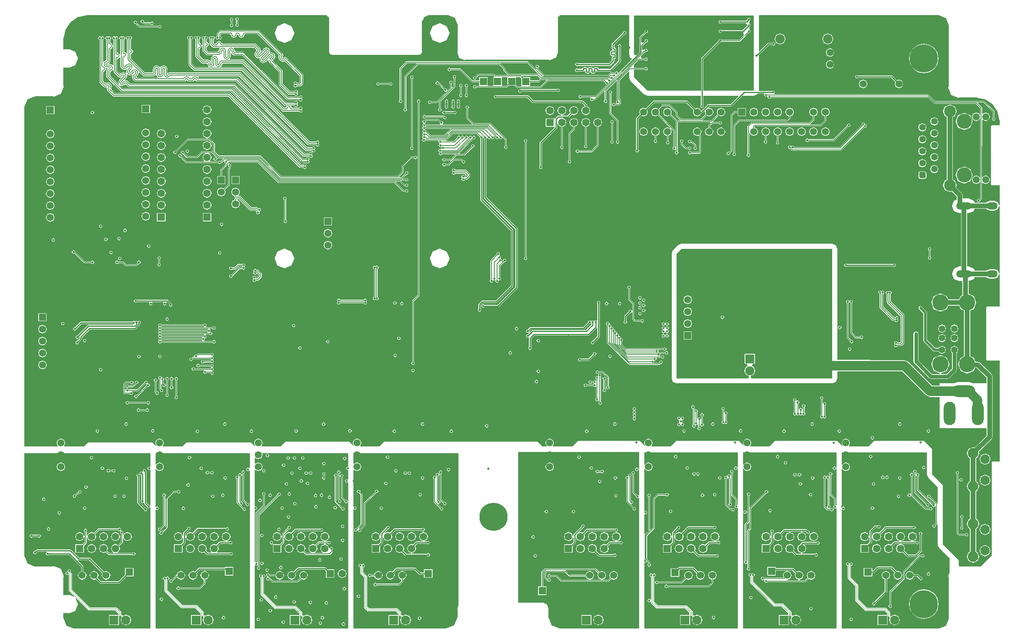
<source format=gbl>
G04*
G04 #@! TF.GenerationSoftware,Altium Limited,Altium Designer,19.0.15 (446)*
G04*
G04 Layer_Physical_Order=4*
G04 Layer_Color=16711680*
%FSLAX43Y43*%
%MOMM*%
G71*
G01*
G75*
%ADD13C,0.254*%
%ADD16C,0.127*%
%ADD18C,1.000*%
%ADD41C,2.000*%
%ADD145C,6.000*%
%ADD159C,0.206*%
%ADD160C,0.192*%
%ADD161C,0.293*%
%ADD162C,0.500*%
%ADD163C,0.126*%
%ADD164C,2.000*%
%ADD165C,0.762*%
%ADD166C,1.520*%
%ADD167R,1.520X1.520*%
%ADD168C,1.950*%
%ADD169R,1.950X1.950*%
%ADD170R,1.950X1.950*%
%ADD171C,1.600*%
%ADD172R,1.600X1.600*%
%ADD173C,1.524*%
%ADD174R,1.508X1.508*%
%ADD175C,1.508*%
%ADD176O,2.500X5.000*%
%ADD177O,5.000X2.500*%
%ADD178C,1.420*%
%ADD179C,3.450*%
%ADD180C,1.500*%
%ADD181O,3.300X1.500*%
%ADD182O,2.300X1.500*%
%ADD183R,1.520X1.520*%
%ADD184R,1.600X1.600*%
%ADD185C,1.400*%
G04:AMPARAMS|DCode=186|XSize=1.4mm|YSize=1.4mm|CornerRadius=0.35mm|HoleSize=0mm|Usage=FLASHONLY|Rotation=270.000|XOffset=0mm|YOffset=0mm|HoleType=Round|Shape=RoundedRectangle|*
%AMROUNDEDRECTD186*
21,1,1.400,0.700,0,0,270.0*
21,1,0.700,1.400,0,0,270.0*
1,1,0.700,-0.350,-0.350*
1,1,0.700,-0.350,0.350*
1,1,0.700,0.350,0.350*
1,1,0.700,0.350,-0.350*
%
%ADD186ROUNDEDRECTD186*%
%ADD187C,2.500*%
%ADD188C,3.200*%
%ADD189C,2.250*%
%ADD190C,0.460*%
%ADD210C,0.192*%
G36*
X160339Y134748D02*
X160339Y118744D01*
X149583D01*
Y125257D01*
X149583Y125453D01*
X149667Y125537D01*
X153193Y129063D01*
X153200Y129062D01*
X153200Y129062D01*
X153229Y129068D01*
X153329Y129088D01*
X153439Y129161D01*
X153439Y129161D01*
X153460Y129192D01*
X157119D01*
X157300Y129192D01*
X157380Y129207D01*
X157447Y129253D01*
X158667Y130473D01*
Y130473D01*
X158853Y130659D01*
X158853D01*
Y130659D01*
X159264Y131069D01*
X159300Y131062D01*
X159300Y131062D01*
X159300Y131062D01*
X159429Y131088D01*
X159539Y131161D01*
X159612Y131271D01*
X159612Y131271D01*
X159638Y131400D01*
X159612Y131529D01*
Y131529D01*
X159539Y131639D01*
Y131639D01*
X159429Y131712D01*
X159382Y132192D01*
X159429Y132363D01*
X159539Y132436D01*
Y132436D01*
X159612Y132546D01*
X159612Y132546D01*
X159612Y132546D01*
X159638Y132675D01*
X159612Y132804D01*
X159612Y132804D01*
X159539Y132914D01*
X159539Y132914D01*
X159429Y132987D01*
X159425Y132988D01*
X159383Y133074D01*
X159379Y133109D01*
X159429Y133588D01*
X159539Y133661D01*
Y133661D01*
X159612Y133771D01*
X159612Y133771D01*
X159612Y133771D01*
X159638Y133900D01*
X159638Y133900D01*
X159612Y134029D01*
Y134029D01*
X159539Y134139D01*
X159429Y134212D01*
X159429D01*
X159300Y134238D01*
X159300Y134238D01*
X159171Y134212D01*
X159171D01*
X159171Y134212D01*
X159061Y134139D01*
X159061D01*
X158988Y134029D01*
X158962Y133900D01*
X158867Y133833D01*
X158629Y133667D01*
X158581Y133633D01*
X153537D01*
X153443D01*
X153439Y133639D01*
X153439Y133639D01*
X153415Y133655D01*
X153329Y133712D01*
X153200Y133738D01*
X153071Y133712D01*
X153071Y133712D01*
X152961Y133639D01*
X152888Y133529D01*
X152862Y133400D01*
X152888Y133271D01*
X152888Y133271D01*
X152961Y133161D01*
X152961Y133161D01*
X153071Y133088D01*
X153071Y133088D01*
X153200Y133062D01*
X153329Y133088D01*
X153329Y133088D01*
X153415Y133145D01*
X153439Y133161D01*
X153439Y133161D01*
X153443Y133167D01*
X158538D01*
X158629D01*
X158639Y133157D01*
X158786Y133008D01*
X158922Y132815D01*
X158965Y132690D01*
X158962Y132675D01*
X158962Y132675D01*
X158963Y132668D01*
X158745Y132449D01*
X158745D01*
Y132449D01*
X157962Y131667D01*
X157928Y131633D01*
X157811D01*
X153443D01*
X153439Y131639D01*
X153439Y131639D01*
X153415Y131655D01*
X153329Y131712D01*
X153200Y131738D01*
X153071Y131712D01*
X153071Y131712D01*
X152961Y131639D01*
X152888Y131529D01*
X152862Y131400D01*
X152888Y131271D01*
X152888Y131271D01*
X152961Y131161D01*
X152961Y131161D01*
X153071Y131088D01*
X153071Y131088D01*
X153200Y131062D01*
X153329Y131088D01*
X153329Y131088D01*
X153415Y131145D01*
X153439Y131161D01*
X153439Y131161D01*
X153443Y131167D01*
X157749D01*
X158010D01*
Y131167D01*
X158010D01*
X158130Y131037D01*
X158224Y130619D01*
X157214Y129608D01*
X153460Y129608D01*
X153449Y129624D01*
X153439Y129639D01*
X153329Y129712D01*
X153329D01*
X153200Y129738D01*
X153071Y129712D01*
X153071Y129712D01*
X152961Y129639D01*
X152888Y129529D01*
X152862Y129400D01*
X152863Y129393D01*
X149382Y125911D01*
X149196Y125725D01*
X149196D01*
X149196Y125725D01*
X149196Y125725D01*
X149185Y125715D01*
X149135Y125639D01*
X149117Y125550D01*
Y125535D01*
X149117Y125535D01*
Y125535D01*
D01*
Y125297D01*
Y118744D01*
X149083Y118744D01*
X137729D01*
X134882Y121591D01*
Y123068D01*
X134882Y123232D01*
X137112D01*
X137161Y123161D01*
X137161Y123161D01*
X137271Y123088D01*
X137400Y123062D01*
X137529Y123088D01*
X137529Y123088D01*
X137639Y123161D01*
X137712Y123271D01*
X137712Y123271D01*
X137738Y123400D01*
X137712Y123529D01*
X137712Y123529D01*
X137639Y123639D01*
X137529Y123712D01*
X137529Y123712D01*
X137400Y123738D01*
X137271Y123712D01*
X137161Y123639D01*
X137161Y123639D01*
X137161Y123639D01*
X137112Y123568D01*
X134882D01*
Y124373D01*
X135679Y125170D01*
X135791Y125282D01*
X136097D01*
X137112Y125282D01*
X137161Y125211D01*
X137161Y125211D01*
X137271Y125138D01*
X137400Y125112D01*
X137529Y125138D01*
X137529Y125138D01*
X137639Y125211D01*
X137712Y125321D01*
X137712Y125321D01*
X137738Y125450D01*
X137712Y125579D01*
X137712Y125579D01*
X137639Y125689D01*
X137529Y125762D01*
X137529Y125762D01*
X137400Y125788D01*
X137271Y125762D01*
X137161Y125689D01*
X137161Y125689D01*
X137161Y125689D01*
X137112Y125618D01*
X136457Y125618D01*
X136390Y125782D01*
X136266Y126080D01*
X136990Y126804D01*
X137117Y126932D01*
X137153D01*
X137218Y126944D01*
X137272Y126981D01*
X137303Y127011D01*
X137425Y126987D01*
X137425Y126987D01*
X137425Y126987D01*
X137554Y127013D01*
X137664Y127086D01*
X137664Y127086D01*
X137737Y127196D01*
X137737Y127196D01*
X137763Y127325D01*
X137737Y127454D01*
Y127454D01*
X137664Y127564D01*
Y127564D01*
X137554Y127637D01*
X137554Y127637D01*
X137425Y127663D01*
X137296Y127637D01*
X137186Y127564D01*
X137186D01*
X137113Y127454D01*
X136614Y127509D01*
X136568Y127534D01*
Y128035D01*
X136568Y128193D01*
X136785Y128409D01*
X137379Y129003D01*
X137462Y128987D01*
X137592Y129013D01*
X137702Y129086D01*
Y129086D01*
X137775Y129196D01*
X137775Y129196D01*
X137801Y129325D01*
X137801Y129325D01*
X137775Y129454D01*
Y129454D01*
X137702Y129564D01*
X137592Y129637D01*
X137592D01*
X137463Y129663D01*
X137462Y129663D01*
X137333Y129637D01*
X137333Y129637D01*
X137223Y129564D01*
X137223D01*
X137150Y129454D01*
X137124Y129325D01*
X137141Y129242D01*
X136802Y128902D01*
X136638Y128970D01*
X136340Y129094D01*
Y129964D01*
X137379Y131003D01*
X137462Y130987D01*
X137592Y131013D01*
X137702Y131086D01*
Y131086D01*
X137775Y131196D01*
X137775Y131196D01*
X137801Y131325D01*
X137801Y131325D01*
X137775Y131454D01*
Y131454D01*
X137702Y131564D01*
X137592Y131637D01*
X137592D01*
X137463Y131663D01*
X137462Y131663D01*
X137333Y131637D01*
X137333Y131637D01*
X137223Y131564D01*
X137223D01*
X137150Y131454D01*
X137124Y131325D01*
X137141Y131242D01*
X136052Y130153D01*
X136016Y130098D01*
X136003Y130034D01*
Y129162D01*
X136003Y128080D01*
Y126940D01*
X135344Y126281D01*
X134882Y126472D01*
X134882Y134748D01*
X160339Y134748D01*
D02*
G37*
G36*
X69500Y134836D02*
Y134677D01*
X69767Y134567D01*
X69877Y134300D01*
X70036D01*
Y127000D01*
X69998D01*
X70192Y126532D01*
X70660Y126338D01*
Y126376D01*
X89075D01*
Y126332D01*
X89593Y126547D01*
X89807Y127065D01*
X89764D01*
Y133625D01*
X89867D01*
X90192Y134408D01*
X90975Y134733D01*
Y134836D01*
X95500D01*
X95500Y134836D01*
Y134784D01*
X96762Y134262D01*
X97284Y133000D01*
X97336D01*
Y126945D01*
X97217D01*
X97723Y125723D01*
X98945Y125217D01*
Y125336D01*
X116850D01*
Y125200D01*
X118229Y125771D01*
X118800Y127150D01*
X118664D01*
X118664Y127150D01*
Y134500D01*
X118664Y134500D01*
X118839D01*
X118886Y134614D01*
X119000Y134661D01*
Y134836D01*
X133709D01*
X133800Y134709D01*
X133800Y126472D01*
X133882Y126273D01*
Y126058D01*
X134034Y125906D01*
X134117Y125707D01*
X134316Y125624D01*
X134459Y125481D01*
X134117Y125138D01*
X134067Y125019D01*
X131576Y122528D01*
X131433Y122564D01*
X131354Y122754D01*
X131100Y122859D01*
X130846Y122754D01*
X130815Y122679D01*
X129980D01*
X129854Y122626D01*
X129306Y122079D01*
X115874D01*
X114479Y123474D01*
Y123615D01*
X114554Y123646D01*
X114659Y123900D01*
X114554Y124154D01*
X114300Y124259D01*
X114046Y124154D01*
X113941Y123900D01*
X114046Y123646D01*
X114121Y123615D01*
Y123411D01*
X114092Y123387D01*
X114006Y123347D01*
X112426Y124926D01*
X112300Y124979D01*
X86495D01*
X86369Y124926D01*
X85074Y123631D01*
X85021Y123505D01*
Y116784D01*
X84946Y116753D01*
X84841Y116499D01*
X84946Y116246D01*
X85200Y116140D01*
X85454Y116246D01*
X85559Y116499D01*
X85454Y116753D01*
X85379Y116784D01*
Y123431D01*
X86569Y124621D01*
X88596D01*
X88642Y124494D01*
X86074Y121926D01*
X86021Y121800D01*
Y114960D01*
X85946Y114929D01*
X85841Y114675D01*
X85946Y114421D01*
X86200Y114316D01*
X86454Y114421D01*
X86559Y114675D01*
X86454Y114929D01*
X86379Y114960D01*
Y121726D01*
X88874Y124221D01*
X106231D01*
X107121Y123331D01*
Y123100D01*
X107174Y122974D01*
X108005Y122142D01*
X107957Y122025D01*
X105353D01*
X105126Y122251D01*
X105000Y122304D01*
X101663D01*
X101537Y122251D01*
X101075Y121789D01*
X101000Y121820D01*
X100746Y121715D01*
X100641Y121462D01*
X100746Y121208D01*
X101000Y121103D01*
X101254Y121208D01*
X101359Y121462D01*
X101328Y121537D01*
X101738Y121946D01*
X104926D01*
X105114Y121759D01*
X105061Y121632D01*
X104923D01*
Y119881D01*
X104923Y119828D01*
X104827Y119754D01*
X103823D01*
X103727Y119828D01*
X103727Y119881D01*
Y121632D01*
X101923D01*
Y120909D01*
X100474D01*
X97986Y123396D01*
X97860Y123449D01*
X95885D01*
X95854Y123524D01*
X95600Y123629D01*
X95346Y123524D01*
X95241Y123270D01*
X95346Y123016D01*
X95600Y122911D01*
X95854Y123016D01*
X95885Y123091D01*
X97786D01*
X100274Y120604D01*
X100400Y120551D01*
X101923D01*
Y119881D01*
X101923Y119828D01*
X101827Y119754D01*
X101285D01*
X101254Y119829D01*
X101000Y119934D01*
X100746Y119829D01*
X100641Y119575D01*
X100746Y119321D01*
X101000Y119216D01*
X101254Y119321D01*
X101285Y119396D01*
X107670D01*
X107796Y119449D01*
X108176Y119828D01*
X109474D01*
X109904Y119399D01*
X110030Y119346D01*
X115100D01*
X115226Y119399D01*
X116635Y120807D01*
X128440D01*
X128772Y120475D01*
X128741Y120400D01*
X128846Y120146D01*
X128987Y120088D01*
X129012Y119963D01*
X126677Y117628D01*
X123685D01*
X123654Y117703D01*
X123400Y117808D01*
X123146Y117703D01*
X123041Y117449D01*
X123146Y117196D01*
X123400Y117090D01*
X123654Y117196D01*
X123685Y117271D01*
X125582D01*
X125627Y117144D01*
X125526Y116900D01*
X125631Y116646D01*
X125885Y116541D01*
X126139Y116646D01*
X126170Y116721D01*
X126524D01*
X126651Y116774D01*
X128504Y118627D01*
X128621Y118578D01*
Y116783D01*
X128546Y116752D01*
X128441Y116498D01*
X128546Y116244D01*
X128800Y116139D01*
X129054Y116244D01*
X129159Y116498D01*
X129054Y116752D01*
X128979Y116783D01*
Y118778D01*
X131104Y120904D01*
X131221Y120855D01*
Y116585D01*
X131146Y116554D01*
X131041Y116300D01*
X131122Y116106D01*
X131048Y115979D01*
X130835D01*
X130804Y116054D01*
X130550Y116159D01*
X130296Y116054D01*
X130191Y115800D01*
X130296Y115546D01*
X130550Y115441D01*
X130804Y115546D01*
X130835Y115621D01*
X131600D01*
X131726Y115674D01*
X132026Y115974D01*
X132079Y116100D01*
Y116647D01*
X132026Y116773D01*
X131807Y116992D01*
Y120960D01*
X133682Y122835D01*
X133800Y122787D01*
Y121591D01*
X134117Y120826D01*
X134117Y120826D01*
X136964Y117979D01*
X136964Y117979D01*
X137729Y117662D01*
X149083D01*
X149103Y117544D01*
Y115731D01*
X149096Y115729D01*
X148991Y115475D01*
X149096Y115221D01*
X149350Y115116D01*
X149604Y115221D01*
X149709Y115475D01*
X149604Y115729D01*
X149597Y115731D01*
Y117662D01*
X157046D01*
X157094Y117544D01*
X155423Y115872D01*
X150700D01*
X150525Y115800D01*
X149226Y114500D01*
X149078Y114525D01*
X148939Y114859D01*
X148280Y115133D01*
X147868Y114962D01*
X146255Y116575D01*
X146080Y116647D01*
X139105D01*
X138930Y116575D01*
X137317Y114962D01*
X136905Y115133D01*
X136246Y114859D01*
X135972Y114200D01*
X136143Y113788D01*
X135375Y113020D01*
X135303Y112845D01*
Y106256D01*
X135296Y106254D01*
X135191Y106000D01*
X135296Y105746D01*
X135550Y105641D01*
X135804Y105746D01*
X135909Y106000D01*
X135804Y106254D01*
X135797Y106256D01*
Y112743D01*
X136493Y113438D01*
X136905Y113267D01*
X137564Y113541D01*
X137838Y114200D01*
X137667Y114612D01*
X139207Y116153D01*
X145977D01*
X147518Y114612D01*
X147347Y114200D01*
X147621Y113541D01*
X148280Y113267D01*
X148939Y113541D01*
X149110Y113953D01*
X149275D01*
X149450Y114025D01*
X149843Y114418D01*
X149948Y114347D01*
X149887Y114200D01*
X150087Y113719D01*
X149146Y112779D01*
X144874D01*
X144079Y113574D01*
Y114200D01*
X144026Y114326D01*
X142626Y115726D01*
X142500Y115779D01*
X140800D01*
X140674Y115726D01*
X139894Y114947D01*
X139445Y115133D01*
X138786Y114859D01*
X138512Y114200D01*
X138786Y113541D01*
X139445Y113267D01*
X139926Y113467D01*
X142561Y110832D01*
X142489Y110724D01*
X141985Y110933D01*
X141326Y110659D01*
X141052Y110000D01*
X141326Y109341D01*
X141871Y109115D01*
Y107985D01*
X141796Y107954D01*
X141691Y107700D01*
X141796Y107446D01*
X142050Y107341D01*
X142304Y107446D01*
X142409Y107700D01*
X142304Y107954D01*
X142229Y107985D01*
Y109168D01*
X142644Y109341D01*
X142918Y110000D01*
X142709Y110504D01*
X142817Y110576D01*
X143221Y110171D01*
Y106760D01*
X143146Y106729D01*
X143041Y106475D01*
X143146Y106221D01*
X143400Y106116D01*
X143654Y106221D01*
X143771Y106173D01*
Y105785D01*
X143696Y105754D01*
X143591Y105500D01*
X143696Y105246D01*
X143950Y105141D01*
X144204Y105246D01*
X144309Y105500D01*
X144204Y105754D01*
X144129Y105785D01*
Y112056D01*
X151064D01*
X151117Y111929D01*
X150694Y111506D01*
X150641Y111380D01*
Y110859D01*
X150161Y110659D01*
X149887Y110000D01*
X150161Y109341D01*
X150820Y109067D01*
X151479Y109341D01*
X151753Y110000D01*
X151479Y110659D01*
X150999Y110859D01*
Y111306D01*
X151414Y111721D01*
X152915D01*
X152946Y111646D01*
X153200Y111541D01*
X153454Y111646D01*
X153559Y111900D01*
X153454Y112154D01*
X153200Y112259D01*
X152946Y112154D01*
X152915Y112079D01*
X151671D01*
X151618Y112206D01*
X152879Y113467D01*
X153360Y113267D01*
X154019Y113541D01*
X154293Y114200D01*
X154019Y114859D01*
X153360Y115133D01*
X152701Y114859D01*
X152427Y114200D01*
X152627Y113719D01*
X151321Y112414D01*
X149466D01*
X149413Y112541D01*
X150339Y113467D01*
X150820Y113267D01*
X151479Y113541D01*
X151753Y114200D01*
X151479Y114859D01*
X150820Y115133D01*
X150673Y115072D01*
X150602Y115177D01*
X150802Y115378D01*
X155525D01*
X155700Y115450D01*
X157912Y117662D01*
X160339D01*
X161104Y117979D01*
X161167Y118130D01*
X162576D01*
X162645Y118003D01*
X162561Y117800D01*
X162666Y117546D01*
X162920Y117441D01*
X163170Y117545D01*
X163286Y117492D01*
X163241Y117384D01*
X163346Y117131D01*
X163600Y117026D01*
X163854Y117131D01*
X163885Y117206D01*
X197441D01*
X198649Y115999D01*
X198775Y115946D01*
X207597D01*
X208541Y115003D01*
Y113602D01*
X208416Y113577D01*
X208299Y113859D01*
X207640Y114133D01*
X206980Y113859D01*
X206707Y113200D01*
X206980Y112541D01*
X207640Y112267D01*
X208299Y112541D01*
X208416Y112823D01*
X208541Y112798D01*
Y106961D01*
X208521Y106914D01*
Y100199D01*
X208397Y100174D01*
X208299Y100409D01*
X207640Y100683D01*
X206980Y100409D01*
X206707Y99750D01*
X206980Y99091D01*
X207640Y98817D01*
X208299Y99091D01*
X208397Y99326D01*
X208521Y99301D01*
Y95974D01*
X208275Y95728D01*
X208200Y95759D01*
X207946Y95654D01*
X207841Y95400D01*
X207946Y95146D01*
X208200Y95041D01*
X208454Y95146D01*
X208559Y95400D01*
X208528Y95475D01*
X208826Y95774D01*
X208879Y95900D01*
Y99083D01*
X209003Y99108D01*
X209010Y99091D01*
X209670Y98817D01*
X210329Y99091D01*
X210603Y99750D01*
X210329Y100409D01*
X209670Y100683D01*
X209010Y100409D01*
X209003Y100392D01*
X208879Y100417D01*
Y106886D01*
X208898Y106933D01*
Y112487D01*
X209025Y112535D01*
X209670Y112267D01*
X210329Y112541D01*
X210603Y113200D01*
X210329Y113859D01*
X209670Y114133D01*
X209025Y113866D01*
X208898Y113913D01*
Y115077D01*
X208846Y115203D01*
X207966Y116083D01*
X208014Y116200D01*
X209247D01*
X211221Y114226D01*
Y112985D01*
X211146Y112954D01*
X211041Y112700D01*
X211146Y112446D01*
X211400Y112341D01*
X211654Y112446D01*
X211759Y112700D01*
X211654Y112954D01*
X211579Y112985D01*
Y114300D01*
X211526Y114426D01*
X209447Y116505D01*
X209321Y116558D01*
X198954D01*
X197586Y117926D01*
X197459Y117979D01*
X164737D01*
X164712Y118106D01*
X164754Y118123D01*
X164859Y118377D01*
X164754Y118631D01*
X164500Y118736D01*
X164246Y118631D01*
X164244Y118624D01*
X161486D01*
X161416Y118730D01*
X161421Y118744D01*
X161421Y126317D01*
X163557Y128453D01*
X164294D01*
X164296Y128446D01*
X164550Y128341D01*
X164804Y128446D01*
X164909Y128700D01*
X164804Y128954D01*
X164550Y129059D01*
X164296Y128954D01*
X164294Y128947D01*
X163454D01*
X163454Y128947D01*
X163280Y128875D01*
X163280Y128875D01*
X161539Y127134D01*
X161421Y127183D01*
X161421Y134709D01*
X161512Y134836D01*
X199700D01*
Y134809D01*
X201191Y134191D01*
X201809Y132700D01*
X201836D01*
Y119930D01*
Y119500D01*
X201671D01*
X202353Y117853D01*
X204000Y117171D01*
Y117336D01*
X204000Y117336D01*
X207800D01*
Y117239D01*
X209614Y116879D01*
X211151Y115851D01*
X212179Y114314D01*
X212539Y112500D01*
X212636D01*
Y111389D01*
X211000D01*
X210884Y111341D01*
X210836Y111225D01*
Y98783D01*
X210884Y98667D01*
X211000Y98619D01*
X212636D01*
Y94349D01*
X212509Y94324D01*
X212248Y94953D01*
X211520Y95255D01*
X210520D01*
X209792Y94953D01*
X209760Y94876D01*
X207361D01*
X207171Y95336D01*
X206060Y95796D01*
X204826D01*
Y96475D01*
X204731Y96705D01*
X204635Y96935D01*
X203354Y98217D01*
X203513Y98600D01*
X203084Y99634D01*
X202701Y99793D01*
Y113157D01*
X203084Y113316D01*
X203513Y114350D01*
X203084Y115384D01*
X202050Y115813D01*
X201015Y115384D01*
X200587Y114350D01*
X201015Y113316D01*
X201399Y113157D01*
Y99793D01*
X201015Y99634D01*
X200587Y98600D01*
X201015Y97566D01*
X202050Y97137D01*
X202433Y97296D01*
X203524Y96205D01*
Y95574D01*
X202949Y95336D01*
X202489Y94225D01*
X202949Y93114D01*
X204060Y92654D01*
X204409D01*
Y81296D01*
X204060D01*
X202949Y80836D01*
X202489Y79725D01*
X202949Y78614D01*
X204060Y78154D01*
X204739D01*
Y75191D01*
X204322Y75018D01*
X204013Y74271D01*
X201747D01*
X201438Y75018D01*
X200040Y75597D01*
X198642Y75018D01*
X198063Y73620D01*
X198642Y72222D01*
X200040Y71643D01*
X201438Y72222D01*
X201747Y72969D01*
X204013D01*
X204322Y72222D01*
X205069Y71913D01*
Y62187D01*
X204322Y61878D01*
X203743Y60480D01*
X204322Y59082D01*
X205720Y58503D01*
X207118Y59082D01*
X207376Y59704D01*
X207755D01*
X209874Y57585D01*
Y56521D01*
X209804Y56423D01*
X209747Y56423D01*
X207592D01*
X206929D01*
X206250Y56704D01*
X203650D01*
X202971Y56423D01*
X199887D01*
Y55892D01*
X198347D01*
X193203Y61036D01*
X192779Y61212D01*
X192360Y61385D01*
X178082Y61390D01*
Y85045D01*
X177765Y85811D01*
X177000Y86128D01*
X144920D01*
X144155Y85811D01*
X143185Y84840D01*
X142868Y84075D01*
Y57477D01*
X143185Y56711D01*
X143950Y56394D01*
X159251D01*
X159500Y56498D01*
X159749Y56394D01*
X177000D01*
X177765Y56711D01*
X178082Y57477D01*
Y58916D01*
X178172Y59006D01*
X191866Y59001D01*
X197010Y53857D01*
X197010Y53857D01*
X197853Y53508D01*
X199887D01*
X199887Y48245D01*
X199887Y46893D01*
X209747D01*
X209804Y46893D01*
X209874Y46795D01*
Y45295D01*
X207288Y42709D01*
X207000Y42828D01*
X206061Y42439D01*
X205672Y41500D01*
X206061Y40561D01*
X206349Y40442D01*
Y35558D01*
X206061Y35439D01*
X205672Y34500D01*
X206061Y33561D01*
X206349Y33442D01*
Y27558D01*
X206061Y27439D01*
X205672Y26500D01*
X206061Y25561D01*
X206349Y25442D01*
Y20558D01*
X206061Y20439D01*
X205672Y19500D01*
X206061Y18561D01*
X207000Y18172D01*
X207939Y18561D01*
X208328Y19500D01*
X207939Y20439D01*
X207651Y20558D01*
Y25442D01*
X207939Y25561D01*
X208328Y26500D01*
X207939Y27439D01*
X207651Y27558D01*
Y33442D01*
X207939Y33561D01*
X208328Y34500D01*
X207939Y35439D01*
X207651Y35558D01*
Y40442D01*
X207939Y40561D01*
X208328Y41500D01*
X208209Y41788D01*
X210985Y44565D01*
X211176Y45025D01*
Y57855D01*
X210985Y58315D01*
X208485Y60815D01*
X208025Y61006D01*
X207479D01*
X207118Y61878D01*
X206371Y62187D01*
Y71913D01*
X207118Y72222D01*
X207697Y73620D01*
X207118Y75018D01*
X206041Y75464D01*
Y78154D01*
X206060D01*
X207171Y78614D01*
X207361Y79074D01*
X209760D01*
X209792Y78997D01*
X210520Y78695D01*
X211520D01*
X212248Y78997D01*
X212509Y79626D01*
X212636Y79601D01*
Y72781D01*
X209967D01*
X209851Y72733D01*
X209803Y72617D01*
Y61458D01*
X209851Y61342D01*
X209967Y61294D01*
X212636D01*
Y39731D01*
X211092D01*
X210976Y39683D01*
X210928Y39567D01*
Y19768D01*
X208574Y17414D01*
X204000D01*
Y17579D01*
X204000Y17579D01*
X203950Y17612D01*
X203950Y18779D01*
X200564Y22165D01*
X200561Y22168D01*
X200555Y22177D01*
X200552Y22186D01*
X200550Y22195D01*
X200550Y22200D01*
Y34780D01*
X198265Y37064D01*
X198250Y37185D01*
Y42480D01*
X196579Y44150D01*
X185921D01*
X184736Y42965D01*
X184736Y42965D01*
X184733Y42961D01*
X184724Y42956D01*
X184715Y42952D01*
X184705Y42950D01*
X184700Y42950D01*
X180649D01*
X180597Y43077D01*
X180860Y43710D01*
X180588Y44365D01*
X179934Y44636D01*
X179279Y44365D01*
X179007Y43710D01*
X179226Y43183D01*
X179118Y43111D01*
X178079Y44150D01*
X164821D01*
X163636Y42965D01*
X163636Y42965D01*
X163633Y42961D01*
X163624Y42956D01*
X163615Y42952D01*
X163605Y42950D01*
X163600Y42950D01*
X159649D01*
X159597Y43077D01*
X159860Y43710D01*
X159588Y44365D01*
X158934Y44636D01*
X158279Y44365D01*
X158007Y43710D01*
X158155Y43354D01*
X158047Y43282D01*
X157179Y44150D01*
X143821D01*
X142636Y42965D01*
X142636Y42965D01*
X142633Y42961D01*
X142624Y42956D01*
X142615Y42952D01*
X142605Y42950D01*
X142600Y42950D01*
X138649D01*
X138597Y43077D01*
X138860Y43710D01*
X138588Y44365D01*
X137934Y44636D01*
X137279Y44365D01*
X137007Y43710D01*
X137226Y43183D01*
X137118Y43111D01*
X136079Y44150D01*
X122921D01*
X121736Y42965D01*
X121736Y42965D01*
X121733Y42961D01*
X121724Y42956D01*
X121715Y42952D01*
X121705Y42950D01*
X121700Y42950D01*
X117649D01*
X117597Y43077D01*
X117860Y43710D01*
X117588Y44365D01*
X116934Y44636D01*
X116279Y44365D01*
X116007Y43710D01*
X116270Y43077D01*
X116218Y42950D01*
X115400D01*
X115395Y42950D01*
X115385Y42952D01*
X115376Y42956D01*
X115368Y42961D01*
X115365Y42965D01*
X114379Y43950D01*
X81721D01*
X80736Y42965D01*
X80736Y42965D01*
X80733Y42961D01*
X80724Y42956D01*
X80715Y42952D01*
X80705Y42950D01*
X80700Y42950D01*
X76649D01*
X76597Y43077D01*
X76860Y43710D01*
X76588Y44365D01*
X75934Y44636D01*
X75279Y44365D01*
X75007Y43710D01*
X75226Y43183D01*
X75118Y43111D01*
X74279Y43950D01*
X60721D01*
X59736Y42965D01*
X59736Y42965D01*
X59733Y42961D01*
X59724Y42956D01*
X59715Y42952D01*
X59705Y42950D01*
X59700Y42950D01*
X55649D01*
X55597Y43077D01*
X55860Y43710D01*
X55588Y44365D01*
X54933Y44636D01*
X54279Y44365D01*
X54007Y43710D01*
X54226Y43183D01*
X54118Y43111D01*
X53379Y43850D01*
X39621D01*
X38736Y42965D01*
X38736Y42965D01*
X38733Y42961D01*
X38724Y42956D01*
X38715Y42952D01*
X38705Y42950D01*
X38700Y42950D01*
X34649D01*
X34597Y43077D01*
X34860Y43710D01*
X34588Y44365D01*
X33933Y44636D01*
X33279Y44365D01*
X33007Y43710D01*
X33226Y43183D01*
X33118Y43111D01*
X32379Y43850D01*
X18721D01*
X17836Y42965D01*
X17836Y42965D01*
X17833Y42961D01*
X17824Y42956D01*
X17815Y42952D01*
X17805Y42950D01*
X17800Y42950D01*
X13649D01*
X13597Y43077D01*
X13860Y43710D01*
X13588Y44365D01*
X12934Y44636D01*
X12279Y44365D01*
X12007Y43710D01*
X12270Y43077D01*
X12218Y42950D01*
X5164Y42950D01*
Y115275D01*
X5164Y115275D01*
X5177D01*
X5850Y116900D01*
X7475Y117573D01*
Y117586D01*
X11300D01*
Y117421D01*
X12947Y118103D01*
X13629Y119750D01*
X13464D01*
Y123686D01*
X14500D01*
Y123542D01*
X15955Y124145D01*
X16558Y125600D01*
X15955Y127055D01*
X14500Y127658D01*
Y127514D01*
X13464D01*
Y130000D01*
X13464Y130000D01*
X13561Y130000D01*
X13561Y130000D01*
X13922Y131814D01*
X14949Y133351D01*
X16486Y134379D01*
X18300Y134739D01*
Y134746D01*
X18390Y134836D01*
X69500Y134836D01*
D02*
G37*
G36*
X114451Y122396D02*
X114449Y122388D01*
X114389Y122279D01*
X108374D01*
X107479Y123174D01*
Y123405D01*
X107426Y123531D01*
X106463Y124494D01*
X106509Y124621D01*
X112226D01*
X114451Y122396D01*
D02*
G37*
G36*
X114944Y121328D02*
X114524Y120909D01*
X112727D01*
Y121632D01*
X111176D01*
X111004Y121804D01*
X111052Y121921D01*
X114351D01*
X114944Y121328D01*
D02*
G37*
G36*
X107923Y121632D02*
Y120081D01*
X107596Y119754D01*
X106823D01*
X106727Y119828D01*
X106727Y119881D01*
Y121540D01*
X106727Y121632D01*
X106839Y121667D01*
X107811D01*
X107923Y121632D01*
D02*
G37*
G36*
X116240Y120918D02*
X115026Y119704D01*
X112732D01*
X112727Y119828D01*
X112727D01*
Y120551D01*
X114598D01*
X114725Y120604D01*
X115157Y121035D01*
X116192D01*
X116240Y120918D01*
D02*
G37*
G36*
X110923Y121379D02*
Y119828D01*
X110923D01*
X110918Y119704D01*
X110104D01*
X109727Y120081D01*
Y121632D01*
X109839Y121667D01*
X110635D01*
X110923Y121379D01*
D02*
G37*
G36*
X143721Y114126D02*
Y113500D01*
X143774Y113374D01*
X144607Y112541D01*
X144554Y112414D01*
X144024D01*
X142718Y113719D01*
X142918Y114200D01*
X142644Y114859D01*
X141985Y115133D01*
X141326Y114859D01*
X141052Y114200D01*
X141326Y113541D01*
X141985Y113267D01*
X142466Y113467D01*
X143771Y112161D01*
Y106849D01*
X143644Y106781D01*
X143579Y106820D01*
Y110245D01*
X143526Y110371D01*
X140178Y113719D01*
X140378Y114200D01*
X140165Y114713D01*
X140874Y115421D01*
X142426D01*
X143721Y114126D01*
D02*
G37*
G36*
X212636Y94101D02*
Y79849D01*
X212509Y79824D01*
X212248Y80453D01*
X211520Y80755D01*
X210520D01*
X209792Y80453D01*
X209760Y80376D01*
X207361D01*
X207171Y80836D01*
X206060Y81296D01*
X205711D01*
Y92654D01*
X206060D01*
X207171Y93114D01*
X207361Y93574D01*
X209760D01*
X209792Y93497D01*
X210520Y93195D01*
X211520D01*
X212248Y93497D01*
X212509Y94126D01*
X212636Y94101D01*
D02*
G37*
G36*
X177000Y57477D02*
X159749D01*
X159650Y57977D01*
X159808Y58042D01*
X160324Y58256D01*
X160665Y59080D01*
X160324Y59904D01*
X159987Y60043D01*
X160087Y60543D01*
X160577D01*
Y62697D01*
X158423D01*
Y60543D01*
X158913D01*
X159013Y60043D01*
X158676Y59904D01*
X158335Y59080D01*
X158676Y58256D01*
X159192Y58042D01*
X159350Y57977D01*
X159251Y57477D01*
X143950D01*
Y84075D01*
X144920Y85045D01*
X177000D01*
Y57477D01*
D02*
G37*
G36*
X74056Y38721D02*
X73963Y38659D01*
X73709Y38554D01*
X73604Y38300D01*
X73709Y38046D01*
X73963Y37941D01*
X74056Y37879D01*
Y35968D01*
X73929Y35885D01*
X73750Y35959D01*
X73496Y35854D01*
X73391Y35600D01*
X73496Y35346D01*
X73750Y35241D01*
X73929Y35315D01*
X74056Y35232D01*
Y31297D01*
X73929Y31272D01*
X73854Y31454D01*
X73600Y31559D01*
X73525Y31528D01*
X72871Y32182D01*
Y36415D01*
X72946Y36446D01*
X73051Y36700D01*
X72946Y36954D01*
X72692Y37059D01*
X72439Y36954D01*
X72363Y36772D01*
X72236Y36797D01*
Y37215D01*
X72311Y37246D01*
X72416Y37500D01*
X72311Y37754D01*
X72058Y37859D01*
X71804Y37754D01*
X71699Y37500D01*
X71804Y37246D01*
X71879Y37215D01*
Y31630D01*
X71931Y31504D01*
X71998Y31437D01*
X71941Y31300D01*
X72046Y31046D01*
X72300Y30941D01*
X72554Y31046D01*
X72659Y31300D01*
X72554Y31554D01*
X72300Y31659D01*
X72236Y31769D01*
Y36603D01*
X72363Y36628D01*
X72439Y36446D01*
X72514Y36415D01*
Y32107D01*
X72566Y31981D01*
X73272Y31275D01*
X73241Y31200D01*
X73346Y30946D01*
X73600Y30841D01*
X73854Y30946D01*
X73929Y31128D01*
X74056Y31103D01*
Y4164D01*
X55500D01*
X55498Y4163D01*
X55496Y4164D01*
X54192D01*
Y17534D01*
X54319Y17616D01*
X54500Y17541D01*
X54694Y17622D01*
X54821Y17548D01*
Y17345D01*
X54746Y17314D01*
X54641Y17060D01*
X54746Y16806D01*
X55000Y16701D01*
X55254Y16806D01*
X55359Y17060D01*
X55254Y17314D01*
X55179Y17345D01*
Y28348D01*
X59298Y32467D01*
X59373Y32436D01*
X59627Y32541D01*
X59732Y32795D01*
X59627Y33049D01*
X59373Y33154D01*
X59119Y33049D01*
X59014Y32795D01*
X59045Y32720D01*
X54874Y28548D01*
X54821Y28422D01*
Y18381D01*
X54694Y18307D01*
X54679Y18316D01*
Y28626D01*
X56226Y30174D01*
X56279Y30300D01*
Y32615D01*
X56354Y32646D01*
X56459Y32900D01*
X56354Y33154D01*
X56100Y33259D01*
X55846Y33154D01*
X55741Y32900D01*
X55846Y32646D01*
X55921Y32615D01*
Y30374D01*
X54374Y28826D01*
X54321Y28700D01*
Y18334D01*
X54319Y18333D01*
X54192Y18408D01*
Y29421D01*
X54298Y29492D01*
X54300Y29491D01*
X54554Y29596D01*
X54659Y29850D01*
X54554Y30104D01*
X54300Y30209D01*
X54298Y30208D01*
X54192Y30279D01*
Y37774D01*
X54132Y37919D01*
X54159Y37963D01*
X54279Y37975D01*
X54933Y37704D01*
X55588Y37975D01*
X55860Y38630D01*
X55588Y39285D01*
X54933Y39556D01*
X54319Y39302D01*
X54192Y39365D01*
Y40435D01*
X54319Y40498D01*
X54933Y40244D01*
X55588Y40515D01*
X55860Y41170D01*
X55756Y41420D01*
X55826Y41526D01*
X74056D01*
Y38721D01*
D02*
G37*
G36*
X32013Y41541D02*
Y38661D01*
X31886Y38582D01*
X31700Y38659D01*
X31446Y38554D01*
X31341Y38300D01*
X31446Y38046D01*
X31700Y37941D01*
X31886Y38018D01*
X32013Y37939D01*
X32013Y30401D01*
X31886Y30376D01*
X31854Y30454D01*
X31600Y30559D01*
X31594Y30556D01*
X31147Y31002D01*
Y37539D01*
X31075Y37714D01*
X31033Y37756D01*
X31051Y37800D01*
X30946Y38054D01*
X30692Y38159D01*
X30439Y38054D01*
X30334Y37800D01*
X30409Y37619D01*
X30296Y37559D01*
X30054Y37659D01*
X29800Y37554D01*
X29695Y37300D01*
X29754Y37158D01*
X29773Y37112D01*
X29658Y37057D01*
X29613Y37075D01*
X29411Y37159D01*
X29157Y37054D01*
X29052Y36800D01*
X29157Y36546D01*
X29164Y36544D01*
Y31044D01*
X29236Y30869D01*
X30599Y29506D01*
X30596Y29500D01*
X30701Y29246D01*
X30955Y29141D01*
X31209Y29246D01*
X31314Y29500D01*
X31209Y29754D01*
X30955Y29859D01*
X30949Y29856D01*
X29659Y31146D01*
Y36544D01*
X29665Y36546D01*
X29770Y36800D01*
X29711Y36942D01*
X29692Y36988D01*
X29807Y37043D01*
X29852Y37025D01*
X30053Y36942D01*
Y31556D01*
X30046Y31554D01*
X29941Y31300D01*
X30046Y31046D01*
X30300Y30941D01*
X30526Y31035D01*
X30653Y30979D01*
Y30900D01*
X30725Y30725D01*
X31244Y30206D01*
X31241Y30200D01*
X31346Y29946D01*
X31600Y29841D01*
X31854Y29946D01*
X31886Y30024D01*
X32013Y29999D01*
X32013Y4164D01*
X15600D01*
Y4191D01*
X14109Y4809D01*
X13491Y6300D01*
X13464D01*
Y7486D01*
X14410D01*
X14500Y7396D01*
X14500Y7342D01*
X14500Y7342D01*
X14627Y7394D01*
X15955Y7945D01*
X16558Y9400D01*
X16073Y10572D01*
X16180Y10644D01*
X18771Y8053D01*
X18897Y8001D01*
X23328D01*
X23339Y7997D01*
X24547D01*
X25150Y7393D01*
Y7179D01*
X25047Y7077D01*
X23146D01*
Y4923D01*
X25300D01*
Y6824D01*
X25410Y6935D01*
X25497Y6963D01*
X25573Y6933D01*
X25864Y6642D01*
X25598Y6000D01*
X25939Y5176D01*
X26763Y4835D01*
X27587Y5176D01*
X27928Y6000D01*
X27587Y6824D01*
X26763Y7165D01*
X26114Y6896D01*
X25836Y7174D01*
Y7604D01*
X25784Y7730D01*
X24883Y8631D01*
X24757Y8683D01*
X23511D01*
X23501Y8687D01*
X19108D01*
X15341Y12453D01*
Y15769D01*
X15289Y15896D01*
X14978Y16207D01*
X15079Y16450D01*
X14974Y16704D01*
X14720Y16809D01*
X14466Y16704D01*
X14361Y16450D01*
X14379Y16407D01*
X14289Y16317D01*
X14260Y16329D01*
X14006Y16224D01*
X13901Y15970D01*
X14006Y15716D01*
X14260Y15611D01*
X14503Y15712D01*
X14655Y15559D01*
Y12243D01*
X14708Y12117D01*
X15744Y11080D01*
X15672Y10973D01*
X14500Y11458D01*
Y11314D01*
X13464D01*
Y15200D01*
X13633D01*
X12935Y16885D01*
X11250Y17583D01*
Y17414D01*
X7250D01*
Y17445D01*
X5797Y18047D01*
X5195Y19500D01*
X5164D01*
Y41541D01*
X32013Y41541D01*
D02*
G37*
G36*
X156972Y38409D02*
X156845Y38384D01*
X156825Y38432D01*
X156754Y38604D01*
X156500Y38709D01*
X156246Y38604D01*
X156141Y38350D01*
X156246Y38096D01*
X156500Y37991D01*
X156754Y38096D01*
X156825Y38268D01*
X156845Y38316D01*
X156972Y38291D01*
Y30595D01*
X156845Y30524D01*
X156784Y30563D01*
Y31795D01*
X156731Y31921D01*
X155879Y32774D01*
Y37315D01*
X155954Y37346D01*
X156059Y37600D01*
X155954Y37854D01*
X155700Y37959D01*
X155446Y37854D01*
X155341Y37600D01*
X155446Y37346D01*
X155521Y37315D01*
Y36821D01*
X155394Y36796D01*
X155329Y36954D01*
X155075Y37059D01*
X154821Y36954D01*
X154720Y36709D01*
X154715Y36699D01*
X154612Y36619D01*
X154411Y36702D01*
X154157Y36597D01*
X154052Y36343D01*
X154157Y36090D01*
X154233Y36059D01*
Y30589D01*
X154285Y30462D01*
X155374Y29374D01*
X155500Y29321D01*
X155643D01*
X155674Y29246D01*
X155928Y29141D01*
X156181Y29246D01*
X156286Y29500D01*
X156181Y29754D01*
X155928Y29859D01*
X155674Y29754D01*
X155672Y29749D01*
X155525Y29727D01*
X154590Y30663D01*
Y36059D01*
X154665Y36090D01*
X154726Y36236D01*
X154884Y36291D01*
X154896Y36285D01*
X154949Y36158D01*
X155124Y35983D01*
Y30935D01*
X155049Y30904D01*
X154944Y30650D01*
X155049Y30396D01*
X155303Y30291D01*
X155556Y30396D01*
X155661Y30650D01*
X155556Y30904D01*
X155481Y30935D01*
Y32490D01*
X155608Y32539D01*
X156426Y31721D01*
Y30485D01*
X156351Y30454D01*
X156246Y30200D01*
X156351Y29946D01*
X156605Y29841D01*
X156845Y29940D01*
X156972Y29893D01*
X156972Y4164D01*
X155400D01*
X155400Y4164D01*
X155400Y4164D01*
X137055D01*
X137055Y18187D01*
X137161Y18257D01*
X137200Y18241D01*
X137454Y18346D01*
X137512Y18486D01*
X137636Y18511D01*
X137921Y18226D01*
Y17985D01*
X137846Y17954D01*
X137741Y17700D01*
X137846Y17446D01*
X138100Y17341D01*
X138354Y17446D01*
X138459Y17700D01*
X138354Y17954D01*
X138279Y17985D01*
Y18300D01*
X138226Y18426D01*
X137607Y19045D01*
Y23931D01*
X139226Y25550D01*
X139279Y25677D01*
Y31826D01*
X139969Y32516D01*
X141620D01*
X141651Y32441D01*
X141905Y32336D01*
X142159Y32441D01*
X142264Y32695D01*
X142159Y32949D01*
X141905Y33054D01*
X141651Y32949D01*
X141620Y32874D01*
X139895D01*
X139769Y32821D01*
X138974Y32026D01*
X138921Y31900D01*
Y25751D01*
X138382Y25211D01*
X138264Y25260D01*
Y32240D01*
X138340Y32271D01*
X138445Y32525D01*
X138340Y32779D01*
X138086Y32884D01*
X137832Y32779D01*
X137727Y32525D01*
X137832Y32271D01*
X137907Y32240D01*
Y25060D01*
X137182Y24335D01*
X137055Y24388D01*
Y28528D01*
X137161Y28599D01*
X137300Y28541D01*
X137554Y28646D01*
X137659Y28900D01*
X137554Y29154D01*
X137300Y29259D01*
X137161Y29201D01*
X137055Y29272D01*
Y32002D01*
X137021Y32085D01*
X137021Y32515D01*
X137055Y32598D01*
Y38189D01*
X137180Y38213D01*
X137279Y37975D01*
X137934Y37704D01*
X138588Y37975D01*
X138860Y38630D01*
X138588Y39285D01*
X137934Y39556D01*
X137279Y39285D01*
X137180Y39047D01*
X137055Y39071D01*
Y41743D01*
X156972Y41743D01*
Y38409D01*
D02*
G37*
G36*
X177976Y41653D02*
X177975Y38401D01*
X177848Y38375D01*
X177822Y38439D01*
X177754Y38604D01*
X177500Y38709D01*
X177246Y38604D01*
X177141Y38350D01*
X177246Y38096D01*
X177500Y37991D01*
X177754Y38096D01*
X177822Y38261D01*
X177848Y38325D01*
X177975Y38299D01*
X177974Y30466D01*
X177847Y30402D01*
X177779Y30444D01*
Y31900D01*
X177726Y32026D01*
X176879Y32874D01*
Y36815D01*
X176954Y36846D01*
X177059Y37100D01*
X176954Y37354D01*
X176700Y37459D01*
X176446Y37354D01*
X176341Y37100D01*
X176446Y36846D01*
X176521Y36815D01*
Y36581D01*
X176394Y36556D01*
X176354Y36654D01*
X176100Y36759D01*
X175846Y36654D01*
X175814Y36575D01*
X175686D01*
X175654Y36654D01*
X175400Y36759D01*
X175146Y36654D01*
X175041Y36400D01*
X175146Y36146D01*
X175221Y36115D01*
Y30186D01*
X175274Y30060D01*
X175960Y29374D01*
X176086Y29321D01*
X176670D01*
X176701Y29246D01*
X176955Y29141D01*
X177209Y29246D01*
X177314Y29500D01*
X177209Y29754D01*
X176955Y29859D01*
X176701Y29754D01*
X176670Y29679D01*
X176484D01*
X176459Y29806D01*
X176556Y29846D01*
X176661Y30100D01*
X176556Y30354D01*
X176481Y30385D01*
Y32590D01*
X176608Y32639D01*
X177421Y31826D01*
Y30385D01*
X177346Y30354D01*
X177241Y30100D01*
X177346Y29846D01*
X177600Y29741D01*
X177854Y29846D01*
X177974Y29805D01*
X177970Y4164D01*
X158055D01*
X158055Y28876D01*
X158182Y28901D01*
X158246Y28746D01*
X158500Y28641D01*
X158754Y28746D01*
X158859Y29000D01*
X158754Y29254D01*
X158500Y29359D01*
X158246Y29254D01*
X158182Y29099D01*
X158055Y29124D01*
Y38190D01*
X158180Y38214D01*
X158279Y37975D01*
X158934Y37704D01*
X159588Y37975D01*
X159860Y38630D01*
X159588Y39285D01*
X158934Y39556D01*
X158279Y39285D01*
X158180Y39046D01*
X158055Y39070D01*
Y41743D01*
X177886D01*
X177976Y41653D01*
D02*
G37*
G36*
X53110Y38426D02*
X52983Y38368D01*
X52763Y38459D01*
X52509Y38354D01*
X52404Y38100D01*
X52509Y37846D01*
X52763Y37741D01*
X52983Y37832D01*
X53110Y37774D01*
Y4164D01*
X47504D01*
X47502Y4163D01*
X47500Y4164D01*
X33095D01*
X33095Y29438D01*
X33222Y29522D01*
X33400Y29448D01*
X33654Y29553D01*
X33759Y29807D01*
X33654Y30061D01*
X33400Y30166D01*
X33198Y30083D01*
X33090Y30112D01*
X33029Y30241D01*
X33095Y30401D01*
X33095Y37939D01*
X33051Y38047D01*
X33078Y38127D01*
X33214Y38131D01*
X33279Y37975D01*
X33933Y37704D01*
X34588Y37975D01*
X34860Y38630D01*
X34588Y39285D01*
X33933Y39556D01*
X33279Y39285D01*
X33220Y39143D01*
X33095Y39168D01*
Y41503D01*
X53110Y41503D01*
Y38426D01*
D02*
G37*
G36*
X197167Y37185D02*
X197194Y37120D01*
X197176Y37051D01*
X197191Y36931D01*
X197365Y36624D01*
X197499Y36299D01*
X199467Y34331D01*
Y30871D01*
X199342Y30842D01*
X199326Y30879D01*
X197878Y32328D01*
X197909Y32403D01*
X197804Y32656D01*
X197550Y32762D01*
X197296Y32656D01*
X197191Y32403D01*
X197296Y32149D01*
X197550Y32044D01*
X197625Y32075D01*
X198995Y30705D01*
X198988Y30663D01*
X198857Y30647D01*
X198854Y30654D01*
X198600Y30759D01*
X198525Y30728D01*
X195379Y33874D01*
Y36650D01*
X195454Y36681D01*
X195559Y36935D01*
X195454Y37189D01*
X195200Y37294D01*
X194946Y37189D01*
X194906Y37091D01*
X194779Y37116D01*
Y37315D01*
X194854Y37346D01*
X194959Y37600D01*
X194854Y37854D01*
X194600Y37959D01*
X194346Y37854D01*
X194241Y37600D01*
X194346Y37346D01*
X194421Y37315D01*
Y33200D01*
X194474Y33074D01*
X196972Y30575D01*
X196941Y30500D01*
X197046Y30246D01*
X197300Y30141D01*
X197554Y30246D01*
X197659Y30500D01*
X197554Y30754D01*
X197300Y30859D01*
X197225Y30828D01*
X194779Y33274D01*
Y36754D01*
X194906Y36779D01*
X194946Y36681D01*
X195021Y36650D01*
Y33800D01*
X195074Y33674D01*
X198272Y30475D01*
X198241Y30400D01*
X198346Y30146D01*
X198600Y30041D01*
X198854Y30146D01*
X198894Y30244D01*
X199021Y30219D01*
Y26627D01*
X198775Y26381D01*
X198700Y26412D01*
X198446Y26306D01*
X198341Y26053D01*
X198446Y25799D01*
X198700Y25694D01*
X198954Y25799D01*
X199059Y26053D01*
X199028Y26128D01*
X199326Y26426D01*
X199342Y26463D01*
X199467Y26435D01*
Y22201D01*
X199467Y22196D01*
X199479Y22168D01*
X199479Y22168D01*
X199510Y22093D01*
X199488Y21985D01*
X199490Y21975D01*
X199552Y21883D01*
X199552Y21772D01*
X199555Y21762D01*
X199634Y21684D01*
X199655Y21575D01*
X199661Y21567D01*
X199753Y21506D01*
X199784Y21430D01*
X199784Y21430D01*
X199796Y21403D01*
X199799Y21399D01*
X202000Y19199D01*
Y16044D01*
X201671Y15250D01*
X201836D01*
Y7925D01*
Y6225D01*
X201803D01*
X201209Y4791D01*
X199775Y4197D01*
Y4164D01*
X179143D01*
X179053Y4254D01*
X179057Y29470D01*
X179184Y29531D01*
X179400Y29441D01*
X179654Y29546D01*
X179759Y29800D01*
X179654Y30054D01*
X179400Y30159D01*
X179146Y30054D01*
X179113Y29974D01*
X178986Y29974D01*
X178977Y29997D01*
Y30099D01*
X179003Y30130D01*
X178990Y30304D01*
X179057Y30466D01*
X179058Y38177D01*
X179185Y38202D01*
X179279Y37975D01*
X179934Y37704D01*
X180588Y37975D01*
X180860Y38630D01*
X180588Y39285D01*
X179934Y39556D01*
X179279Y39285D01*
X179182Y39053D01*
X179058Y39077D01*
X179058Y41653D01*
X179153Y41724D01*
X197167D01*
Y37185D01*
D02*
G37*
G36*
X97551Y9098D02*
X97241Y8350D01*
X97336Y8340D01*
Y6687D01*
X97339Y6681D01*
X96601Y4899D01*
X94820Y4161D01*
X94813Y4164D01*
X75138D01*
Y29543D01*
X75265Y29593D01*
X75500Y29496D01*
X75754Y29601D01*
X75859Y29855D01*
X75754Y30109D01*
X75500Y30214D01*
X75265Y30117D01*
X75138Y30167D01*
Y31103D01*
X75098Y31200D01*
X75138Y31297D01*
Y35232D01*
X75094Y35341D01*
X75115Y35456D01*
X75016Y35600D01*
X75115Y35744D01*
X75094Y35859D01*
X75138Y35968D01*
Y37879D01*
X75119Y37925D01*
X75142Y37972D01*
X75279Y37975D01*
X75934Y37704D01*
X76588Y37975D01*
X76860Y38630D01*
X76588Y39285D01*
X75934Y39556D01*
X75279Y39285D01*
X75263Y39247D01*
X75138Y39272D01*
Y41510D01*
X97550D01*
X97551Y9098D01*
D02*
G37*
G36*
X135973Y41762D02*
Y32598D01*
X135854Y32554D01*
X135600Y32659D01*
X135525Y32628D01*
X134879Y33274D01*
Y37115D01*
X134954Y37146D01*
X135059Y37400D01*
X134954Y37654D01*
X134700Y37759D01*
X134446Y37654D01*
X134341Y37400D01*
X134446Y37146D01*
X134521Y37115D01*
Y33200D01*
X134574Y33074D01*
X135272Y32375D01*
X135241Y32300D01*
X135346Y32046D01*
X135600Y31941D01*
X135854Y32046D01*
X135973Y32002D01*
X135973Y4164D01*
X119117D01*
X118990Y4180D01*
X118990Y4180D01*
X117347Y4860D01*
X116700Y6423D01*
X116667Y6536D01*
D01*
X116652Y6663D01*
X116664Y8299D01*
X116664Y8300D01*
X116763D01*
X116334Y9334D01*
X115300Y9763D01*
Y9763D01*
X115174Y9666D01*
X110181D01*
X110181Y9793D01*
X110181Y41762D01*
X135973Y41762D01*
D02*
G37*
G36*
X175846Y36146D02*
X176100Y36041D01*
X176124Y35924D01*
Y30385D01*
X176049Y30354D01*
X175944Y30100D01*
X175961Y30057D01*
X175854Y29985D01*
X175579Y30260D01*
Y36115D01*
X175654Y36146D01*
X175686Y36225D01*
X175814D01*
X175846Y36146D01*
D02*
G37*
%LPC*%
G36*
X30250Y133861D02*
X29996Y133756D01*
X29891Y133502D01*
X29996Y133248D01*
X30250Y133143D01*
X30325Y133174D01*
X30526Y132974D01*
X30652Y132921D01*
X32015D01*
X32046Y132846D01*
X32300Y132741D01*
X32554Y132846D01*
X32659Y133100D01*
X32554Y133354D01*
X32300Y133459D01*
X32046Y133354D01*
X32015Y133279D01*
X30726D01*
X30578Y133427D01*
X30609Y133502D01*
X30504Y133756D01*
X30250Y133861D01*
D02*
G37*
G36*
X50400Y134359D02*
X50146Y134254D01*
X50041Y134000D01*
X50146Y133746D01*
X50221Y133715D01*
Y132985D01*
X50146Y132954D01*
X50041Y132700D01*
X50146Y132446D01*
X50400Y132341D01*
X50654Y132446D01*
X50759Y132700D01*
X50654Y132954D01*
X50579Y132985D01*
Y133715D01*
X50654Y133746D01*
X50759Y134000D01*
X50654Y134254D01*
X50400Y134359D01*
D02*
G37*
G36*
X49250Y134259D02*
X48996Y134154D01*
X48891Y133900D01*
X48996Y133646D01*
X49071Y133615D01*
Y132960D01*
X48996Y132929D01*
X48891Y132675D01*
X48996Y132421D01*
X49250Y132316D01*
X49504Y132421D01*
X49609Y132675D01*
X49504Y132929D01*
X49429Y132960D01*
Y133615D01*
X49504Y133646D01*
X49609Y133900D01*
X49504Y134154D01*
X49250Y134259D01*
D02*
G37*
G36*
X28752Y133659D02*
X28499Y133554D01*
X28393Y133300D01*
X28499Y133046D01*
X28752Y132941D01*
X28827Y132972D01*
X29526Y132274D01*
X29652Y132221D01*
X33730D01*
X33761Y132146D01*
X34015Y132041D01*
X34269Y132146D01*
X34374Y132400D01*
X34269Y132654D01*
X34015Y132759D01*
X33761Y132654D01*
X33730Y132579D01*
X29726D01*
X29080Y133225D01*
X29111Y133300D01*
X29006Y133554D01*
X28752Y133659D01*
D02*
G37*
G36*
X45300Y130359D02*
X45104Y130278D01*
X45012Y130260D01*
X44919Y130278D01*
X44723Y130359D01*
X44469Y130254D01*
X44364Y130000D01*
X44469Y129746D01*
X44605Y129690D01*
X44613Y129671D01*
Y128663D01*
X44676Y128512D01*
X45200Y127988D01*
X45351Y127925D01*
X46671D01*
X46727Y127798D01*
X46512Y127278D01*
X46410Y127218D01*
X46384Y127207D01*
X46336Y127091D01*
X46222Y127059D01*
X44344D01*
X43910Y127492D01*
Y127981D01*
X44046Y128037D01*
X44110Y128191D01*
X44332Y128282D01*
X44456Y128584D01*
X44332Y128885D01*
X44110Y128976D01*
X44046Y129130D01*
X43910Y129186D01*
Y129658D01*
X43918Y129676D01*
X44054Y129733D01*
X44159Y129986D01*
X44054Y130240D01*
X43800Y130345D01*
X43604Y130264D01*
X43512Y130247D01*
X43419Y130264D01*
X43223Y130345D01*
X42969Y130240D01*
X42864Y129986D01*
X42969Y129733D01*
X43105Y129676D01*
X43113Y129658D01*
Y127251D01*
X43176Y127099D01*
X43951Y126324D01*
X44102Y126262D01*
X45268D01*
X45293Y126137D01*
X45080Y126049D01*
X44839Y125468D01*
X44885D01*
Y125085D01*
X44761Y125060D01*
X44735Y125123D01*
X44154Y125363D01*
Y125317D01*
X43285D01*
X42360Y126242D01*
Y127550D01*
X42500Y127608D01*
X42559Y127750D01*
X42559D01*
X42549Y127799D01*
X42774Y127892D01*
X42946Y128308D01*
X42774Y128724D01*
X42549Y128817D01*
X42559Y128866D01*
X42559D01*
X42500Y129008D01*
X42360Y129066D01*
Y129671D01*
X42368Y129690D01*
X42504Y129746D01*
X42609Y130000D01*
X42504Y130254D01*
X42250Y130359D01*
X42054Y130278D01*
X41962Y130260D01*
X41869Y130278D01*
X41673Y130359D01*
X41419Y130254D01*
X41314Y130000D01*
X41419Y129746D01*
X41555Y129690D01*
X41563Y129671D01*
Y126001D01*
X41626Y125849D01*
X42893Y124582D01*
X43044Y124520D01*
X43941D01*
X43997Y124384D01*
X44137Y124326D01*
X44309Y123910D01*
X44246Y123783D01*
X41619D01*
X40810Y124592D01*
Y129671D01*
X40818Y129690D01*
X40954Y129746D01*
X41059Y130000D01*
X40954Y130254D01*
X40700Y130359D01*
X40504Y130278D01*
X40411Y130260D01*
X40319Y130278D01*
X40123Y130359D01*
X39869Y130254D01*
X39764Y130000D01*
X39869Y129746D01*
X40005Y129690D01*
X40013Y129671D01*
Y124351D01*
X40076Y124199D01*
X41226Y123049D01*
X41377Y122986D01*
X51412D01*
X60034Y114364D01*
X60185Y114301D01*
X63671D01*
X63690Y114294D01*
X63746Y114158D01*
X64000Y114053D01*
X64254Y114158D01*
X64359Y114411D01*
X64278Y114607D01*
X64260Y114700D01*
X64278Y114793D01*
X64359Y114989D01*
X64254Y115242D01*
X64000Y115347D01*
X63746Y115242D01*
X63690Y115106D01*
X63671Y115099D01*
X62100D01*
X62042Y115239D01*
X61917Y115290D01*
X61872Y115386D01*
X61870Y115394D01*
X61946Y115501D01*
X62671D01*
X62690Y115494D01*
X62746Y115358D01*
X63000Y115253D01*
X63254Y115358D01*
X63359Y115612D01*
X63278Y115807D01*
X63260Y115900D01*
X63278Y115993D01*
X63359Y116188D01*
X63254Y116442D01*
X63000Y116547D01*
X62746Y116442D01*
X62690Y116306D01*
X62671Y116299D01*
X60911D01*
X51956Y125254D01*
X51804Y125317D01*
X48913D01*
X48857Y125444D01*
X49103Y126037D01*
X49052D01*
Y126792D01*
X49179Y126817D01*
X49323Y126469D01*
X49945Y126211D01*
Y126262D01*
X51509D01*
X61007Y116764D01*
X61158Y116701D01*
X63682D01*
X63746Y116546D01*
X64000Y116441D01*
X64254Y116546D01*
X64359Y116800D01*
X64254Y117054D01*
X64254Y117146D01*
X64359Y117400D01*
X64254Y117654D01*
X64000Y117759D01*
X63746Y117654D01*
X63682Y117499D01*
X61400D01*
X61147Y117751D01*
X61147Y117751D01*
X51902Y126996D01*
X51751Y127059D01*
X50223D01*
X50109Y127091D01*
X50061Y127207D01*
X49945Y127255D01*
X49943Y127255D01*
X49912Y127331D01*
X49718Y127798D01*
X49774Y127925D01*
X54079D01*
X54427Y127577D01*
X54427Y127577D01*
X54427Y127577D01*
X54542Y127462D01*
X54486Y127326D01*
X54542Y127191D01*
X54358Y127007D01*
X54325Y127040D01*
X54085Y126459D01*
X54325Y125878D01*
X54906Y125638D01*
X55169Y125746D01*
X55259Y125657D01*
X55150Y125394D01*
X55391Y124813D01*
X55971Y124573D01*
X56552Y124813D01*
X56520Y124846D01*
X57002Y125329D01*
X57108Y125258D01*
X57082Y125196D01*
X57323Y124615D01*
X57355Y124648D01*
X57355Y124648D01*
X59286Y122717D01*
Y120017D01*
X59349Y119866D01*
X61251Y117964D01*
X61402Y117901D01*
X62687D01*
X62746Y117758D01*
X63000Y117653D01*
X63254Y117758D01*
X63359Y118011D01*
X63278Y118207D01*
X63260Y118300D01*
X63278Y118393D01*
X63359Y118589D01*
X63254Y118842D01*
X63000Y118947D01*
X62746Y118842D01*
X62687Y118699D01*
X61644D01*
X60083Y120259D01*
Y122959D01*
X60021Y123110D01*
X58070Y125061D01*
X58126Y125196D01*
X58070Y125332D01*
X58254Y125515D01*
X58286Y125482D01*
X58527Y126063D01*
X58286Y126644D01*
X57706Y126885D01*
X57443Y126776D01*
X57353Y126866D01*
X57462Y127128D01*
X57221Y127709D01*
X56641Y127950D01*
X56060Y127709D01*
X56093Y127676D01*
X55614Y127198D01*
X55506Y127270D01*
X55530Y127326D01*
X55289Y127907D01*
X55256Y127874D01*
X55256Y127874D01*
X54990Y128141D01*
X54990Y128141D01*
X54990Y128141D01*
X54471Y128659D01*
X54320Y128722D01*
X47386D01*
X47294Y128804D01*
X47261Y128882D01*
X47184Y128914D01*
X47066Y128948D01*
X46969Y129182D01*
X46592Y129338D01*
X46214Y129182D01*
X46115Y128943D01*
X46000Y128914D01*
X45922Y128882D01*
X45890Y128804D01*
X45797Y128722D01*
X45593D01*
X45410Y128905D01*
Y129671D01*
X45418Y129690D01*
X45554Y129746D01*
X45659Y130000D01*
X45554Y130254D01*
X45300Y130359D01*
D02*
G37*
G36*
X27700Y130345D02*
X27504Y130264D01*
X27412Y130247D01*
X27319Y130264D01*
X27123Y130345D01*
X26869Y130240D01*
X26764Y129986D01*
X26869Y129733D01*
X27005Y129676D01*
X27013Y129658D01*
Y126615D01*
X26886Y126589D01*
X26812Y126768D01*
X26622Y126847D01*
X26555Y126946D01*
X26513Y127046D01*
X26413Y127088D01*
X26360Y127201D01*
Y128800D01*
Y129546D01*
X26406Y129592D01*
X26443Y129683D01*
X26504Y129708D01*
X26609Y129961D01*
X26504Y130215D01*
X26250Y130320D01*
X26054Y130239D01*
X25962Y130222D01*
X25869Y130239D01*
X25673Y130320D01*
X25419Y130215D01*
X25314Y129961D01*
X25419Y129708D01*
X25555Y129651D01*
X25563Y129633D01*
Y126511D01*
X25436Y126486D01*
X25402Y126568D01*
X25192Y126655D01*
X25105Y126746D01*
X25063Y126846D01*
X24963Y126888D01*
X24910Y127001D01*
Y129633D01*
X24918Y129651D01*
X25054Y129708D01*
X25159Y129962D01*
X25054Y130215D01*
X24800Y130320D01*
X24604Y130239D01*
X24511Y130222D01*
X24419Y130239D01*
X24223Y130320D01*
X23969Y130215D01*
X23864Y129962D01*
X23969Y129708D01*
X24105Y129651D01*
X24113Y129633D01*
Y128396D01*
X24022Y128297D01*
X23987Y128297D01*
X23951Y128383D01*
X23755Y128856D01*
X23410Y128999D01*
Y129633D01*
X23418Y129651D01*
X23554Y129708D01*
X23659Y129961D01*
X23554Y130215D01*
X23300Y130320D01*
X23104Y130239D01*
X23011Y130222D01*
X22919Y130239D01*
X22723Y130320D01*
X22469Y130215D01*
X22364Y129961D01*
X22469Y129708D01*
X22562Y129669D01*
X22567Y129656D01*
X22613Y129610D01*
Y125346D01*
X22489Y125295D01*
X22410Y125104D01*
X22100Y124976D01*
X22033Y124814D01*
X21906Y124839D01*
Y129619D01*
X21914Y129638D01*
X22050Y129694D01*
X22155Y129948D01*
X22050Y130202D01*
X21796Y130307D01*
X21600Y130226D01*
X21508Y130208D01*
X21415Y130226D01*
X21219Y130307D01*
X20965Y130202D01*
X20860Y129948D01*
X20965Y129694D01*
X21101Y129638D01*
X21109Y129619D01*
Y122822D01*
Y122230D01*
Y120555D01*
X21172Y120403D01*
X21888Y119688D01*
X21888Y119688D01*
X21855Y119655D01*
X22436Y119414D01*
X22686Y119518D01*
X22783Y119421D01*
X22679Y119171D01*
X22920Y118590D01*
X22953Y118622D01*
X22953Y118622D01*
X24026Y117549D01*
X24177Y117486D01*
X48589D01*
X63711Y102364D01*
X63862Y102301D01*
X64496D01*
X64556Y102156D01*
X64810Y102051D01*
X65064Y102156D01*
X65169Y102410D01*
X65064Y102664D01*
X65080Y102785D01*
X65159Y102975D01*
X65054Y103229D01*
X64800Y103334D01*
X64546Y103229D01*
X64492Y103099D01*
X64104D01*
X48982Y118221D01*
X48830Y118283D01*
X24419D01*
X23667Y119035D01*
X23723Y119171D01*
X23658Y119327D01*
X23658Y119327D01*
X23639Y119340D01*
X23789Y119703D01*
X23549Y120284D01*
X22968Y120524D01*
X22606Y120374D01*
X22593Y120393D01*
X22593Y120393D01*
X22436Y120458D01*
X22300Y120402D01*
X21906Y120796D01*
Y122230D01*
Y122619D01*
X21988Y122712D01*
X22066Y122744D01*
X22098Y122822D01*
X22136Y122933D01*
X22385Y123036D01*
X22541Y123413D01*
X22499Y123516D01*
X22588Y123606D01*
X22684Y123566D01*
Y123613D01*
X22819D01*
X22844Y123486D01*
X22796Y123466D01*
X22571Y122923D01*
X22613D01*
X22613Y122923D01*
Y121751D01*
X22676Y121599D01*
X23118Y121157D01*
X23118Y121157D01*
X24303Y119972D01*
X25726Y118549D01*
X25877Y118486D01*
X49189D01*
X51345Y116330D01*
X51345Y116330D01*
X51986Y115689D01*
X51986Y115689D01*
X64111Y103564D01*
X64262Y103501D01*
X65145D01*
X65146Y103501D01*
X65206Y103356D01*
X65460Y103251D01*
X65714Y103356D01*
X65819Y103610D01*
X65740Y103800D01*
X65700Y103921D01*
X65805Y104175D01*
X65700Y104429D01*
X65446Y104534D01*
X65193Y104429D01*
X65139Y104299D01*
X64504D01*
X52658Y116144D01*
X52658Y116144D01*
X51909Y116893D01*
X49582Y119221D01*
X49430Y119283D01*
X26119D01*
X25560Y119842D01*
X25632Y119950D01*
X25999Y119798D01*
X26548Y120025D01*
X26651Y119983D01*
X26786Y120039D01*
X27276Y119549D01*
X27427Y119486D01*
X49689D01*
X64411Y104764D01*
X64562Y104701D01*
X65799D01*
X65831Y104688D01*
X65886Y104556D01*
X66140Y104451D01*
X66394Y104556D01*
X66499Y104810D01*
X66394Y105064D01*
X66380Y105185D01*
X66459Y105375D01*
X66387Y105548D01*
X66365Y105601D01*
X66442Y105706D01*
X66499Y105683D01*
X66660Y105616D01*
X66914Y105721D01*
X67019Y105975D01*
X66935Y106177D01*
X66929Y106212D01*
X66950Y106306D01*
X66954Y106321D01*
Y106321D01*
X66950Y106306D01*
X66950Y106306D01*
X66954Y106321D01*
X66953Y106321D01*
X66950Y106306D01*
X66928Y106218D01*
X66928Y106218D01*
X66953Y106321D01*
X66954Y106321D01*
X67002Y106438D01*
X67059Y106575D01*
X66954Y106829D01*
X66700Y106934D01*
X66446Y106829D01*
X66392Y106699D01*
X65304D01*
X50582Y121421D01*
X50430Y121483D01*
X42228Y121483D01*
X42143Y121690D01*
X42197Y121817D01*
X50858D01*
X65503Y107172D01*
X65654Y107110D01*
X67199D01*
X67210Y107105D01*
X67276Y106946D01*
X67530Y106841D01*
X67784Y106946D01*
X67889Y107200D01*
X67784Y107454D01*
X67780Y107593D01*
X67859Y107783D01*
X67754Y108037D01*
X67500Y108142D01*
X67246Y108037D01*
X67192Y107907D01*
X65895D01*
X51251Y122551D01*
X51100Y122614D01*
X37092D01*
X37092Y122614D01*
X35989Y122614D01*
Y122634D01*
X35696Y122513D01*
X35569Y122581D01*
Y123353D01*
X35615D01*
X35375Y123933D01*
X34794Y124174D01*
X34213Y123933D01*
X34104Y123671D01*
X33977D01*
X33868Y123933D01*
X33288Y124174D01*
X32707Y123933D01*
X32466Y123353D01*
X32512D01*
Y122805D01*
X32377Y122749D01*
X32321Y122614D01*
X30789Y122614D01*
X27810Y125592D01*
Y126506D01*
X27946Y126562D01*
X28010Y126716D01*
X28010D01*
X28008Y126728D01*
X28200Y126807D01*
X28324Y127108D01*
X28200Y127409D01*
X28008Y127489D01*
X28010Y127500D01*
X28010D01*
X27946Y127654D01*
X27810Y127711D01*
Y129658D01*
X27818Y129676D01*
X27954Y129733D01*
X28059Y129986D01*
X27954Y130240D01*
X27700Y130345D01*
D02*
G37*
G36*
X93500Y133112D02*
X92006Y132494D01*
X91388Y131000D01*
X92006Y129506D01*
X93500Y128888D01*
X94994Y129506D01*
X95612Y131000D01*
X94994Y132494D01*
X93500Y133112D01*
D02*
G37*
G36*
X60500D02*
X59006Y132494D01*
X58388Y131000D01*
X59006Y129506D01*
X60500Y128888D01*
X61994Y129506D01*
X62612Y131000D01*
X61994Y132494D01*
X60500Y133112D01*
D02*
G37*
G36*
X176080Y130942D02*
X175237Y130593D01*
X174888Y129750D01*
X175237Y128907D01*
X176080Y128558D01*
X176923Y128907D01*
X177272Y129750D01*
X176923Y130593D01*
X176080Y130942D01*
D02*
G37*
G36*
X165920D02*
X165077Y130593D01*
X164728Y129750D01*
X165077Y128907D01*
X165920Y128558D01*
X166763Y128907D01*
X167112Y129750D01*
X166763Y130593D01*
X165920Y130942D01*
D02*
G37*
G36*
X132900Y131459D02*
X132646Y131354D01*
X132556Y131136D01*
X130210Y128790D01*
X130131Y128600D01*
Y127724D01*
X130122D01*
X130238Y127445D01*
X130276Y127429D01*
X130276Y127414D01*
X130155Y127290D01*
X130117D01*
Y127299D01*
X129838Y127183D01*
X129722Y126904D01*
X129731D01*
Y126552D01*
X129722D01*
X129838Y126273D01*
X130117Y126157D01*
Y126166D01*
X130155D01*
X130276Y126042D01*
X130276Y126027D01*
X130238Y126011D01*
X130122Y125732D01*
X130131D01*
Y125186D01*
X129514Y124569D01*
X122928D01*
X122710Y124659D01*
X122456Y124554D01*
X122351Y124300D01*
X122456Y124046D01*
X122710Y123941D01*
X122928Y124031D01*
X129625D01*
X129815Y124110D01*
X130590Y124885D01*
X130669Y125075D01*
Y125436D01*
X130770Y125479D01*
X130835Y125634D01*
X130962Y125687D01*
X131078Y125966D01*
X131069D01*
Y126318D01*
X131078D01*
X130962Y126597D01*
X130813Y126659D01*
Y126797D01*
X130962Y126859D01*
X131078Y127138D01*
X131069D01*
Y127490D01*
X131078D01*
X130962Y127769D01*
X130835Y127822D01*
X130770Y127977D01*
X130669Y128020D01*
Y128489D01*
X132936Y130756D01*
X133154Y130846D01*
X133259Y131100D01*
X133154Y131354D01*
X132900Y131459D01*
D02*
G37*
G36*
X176550Y127767D02*
X175898Y127497D01*
X175628Y126845D01*
X175898Y126193D01*
X176550Y125923D01*
X177202Y126193D01*
X177472Y126845D01*
X177202Y127497D01*
X176550Y127767D01*
D02*
G37*
G36*
Y125227D02*
X175898Y124957D01*
X175628Y124305D01*
X175898Y123653D01*
X176550Y123383D01*
X177202Y123653D01*
X177472Y124305D01*
X177202Y124957D01*
X176550Y125227D01*
D02*
G37*
G36*
X131803Y128621D02*
X131549Y128516D01*
X131444Y128262D01*
X131534Y128044D01*
Y125114D01*
X129789Y123369D01*
X127416D01*
X127380Y123457D01*
X127271Y123502D01*
X127199Y123676D01*
X126964Y123773D01*
Y123769D01*
X126496D01*
Y123773D01*
X126261Y123676D01*
X126213Y123560D01*
X126075D01*
X126027Y123676D01*
X125792Y123773D01*
Y123769D01*
X125324D01*
Y123773D01*
X125089Y123676D01*
X125041Y123560D01*
X124903D01*
X124855Y123676D01*
X124620Y123773D01*
Y123769D01*
X124152D01*
Y123773D01*
X123917Y123676D01*
X123845Y123502D01*
X123736Y123457D01*
X123700Y123369D01*
X122918D01*
X122700Y123459D01*
X122446Y123354D01*
X122341Y123100D01*
X122446Y122846D01*
X122700Y122741D01*
X122918Y122831D01*
X124034D01*
Y122827D01*
X124269Y122924D01*
X124283Y122958D01*
X124410Y122933D01*
Y122759D01*
X124406D01*
X124503Y122524D01*
X124738Y122427D01*
Y122431D01*
X125206D01*
Y122427D01*
X125441Y122524D01*
X125489Y122640D01*
X125627D01*
X125675Y122524D01*
X125910Y122427D01*
Y122431D01*
X126378D01*
Y122427D01*
X126613Y122524D01*
X126710Y122759D01*
X126706D01*
Y122933D01*
X126833Y122958D01*
X126847Y122924D01*
X127082Y122827D01*
Y122831D01*
X129900D01*
X130090Y122910D01*
X131993Y124813D01*
X132071Y125003D01*
Y128044D01*
X132162Y128262D01*
X132056Y128516D01*
X131803Y128621D01*
D02*
G37*
G36*
X196500Y128762D02*
X195290Y128522D01*
X194264Y127836D01*
X193578Y126810D01*
X193338Y125600D01*
X193578Y124390D01*
X194264Y123364D01*
X195290Y122678D01*
X196500Y122438D01*
X197710Y122678D01*
X198736Y123364D01*
X199422Y124390D01*
X199662Y125600D01*
X199422Y126810D01*
X198736Y127836D01*
X197710Y128522D01*
X196500Y128762D01*
D02*
G37*
G36*
X55006Y131630D02*
X46794D01*
X46643Y131568D01*
X46176Y131101D01*
X46113Y130949D01*
Y130329D01*
X46105Y130310D01*
X45969Y130254D01*
X45864Y130000D01*
X45969Y129746D01*
X46223Y129641D01*
X46419Y129722D01*
X46512Y129740D01*
X46604Y129722D01*
X46800Y129641D01*
X47054Y129746D01*
X47159Y130000D01*
X47054Y130254D01*
X46918Y130310D01*
X46910Y130329D01*
Y130708D01*
X47035Y130833D01*
X48833D01*
X48903Y130743D01*
X48932Y130706D01*
X48931Y130651D01*
X48931Y130651D01*
X48932Y130650D01*
X48932D01*
X48933Y130649D01*
X48933Y130649D01*
X48975Y130650D01*
X49092Y130621D01*
X49271Y130189D01*
X49725Y130001D01*
X50179Y130189D01*
X50367Y130643D01*
X50491Y130651D01*
X50515D01*
X50515Y130650D01*
X50515D01*
X50516Y130649D01*
X50518Y130650D01*
X50518D01*
X50518Y130651D01*
X50542D01*
X50666Y130643D01*
X50854Y130189D01*
X51308Y130001D01*
X51762Y130189D01*
X51950Y130643D01*
X51975Y130644D01*
X52100Y130649D01*
X52101Y130650D01*
X52102Y130651D01*
X52100Y130651D01*
X52100Y130743D01*
X52190Y130833D01*
X54765D01*
X59341Y126257D01*
X59177Y125862D01*
X59468Y125160D01*
X60169Y124870D01*
X60564Y125033D01*
X60907Y124691D01*
X60907Y124691D01*
X63649Y121949D01*
X63649Y121949D01*
X63699Y121899D01*
Y120528D01*
X63654Y120483D01*
X63129D01*
X63110Y120491D01*
X63054Y120627D01*
X62800Y120732D01*
X62546Y120627D01*
X62441Y120373D01*
X62522Y120178D01*
X62540Y120085D01*
X62522Y119992D01*
X62441Y119796D01*
X62546Y119542D01*
X62800Y119437D01*
X63054Y119542D01*
X63110Y119679D01*
X63129Y119686D01*
X63896D01*
X64047Y119749D01*
X64433Y120135D01*
X64496Y120286D01*
Y122141D01*
X64433Y122292D01*
X61471Y125254D01*
X60959Y125766D01*
X60959Y125766D01*
X60975Y125782D01*
X60612Y125932D01*
X60338Y125819D01*
X60206Y125899D01*
X60126Y126031D01*
X60240Y126305D01*
X60089Y126668D01*
X60073Y126652D01*
X60073Y126652D01*
X55157Y131568D01*
X55006Y131630D01*
D02*
G37*
G36*
X80425Y120559D02*
X80171Y120454D01*
X80066Y120200D01*
X80171Y119946D01*
X80425Y119841D01*
X80679Y119946D01*
X80700Y119996D01*
X82840D01*
X82871Y119921D01*
X83125Y119816D01*
X83379Y119921D01*
X83484Y120175D01*
X83379Y120429D01*
X83125Y120534D01*
X82871Y120429D01*
X82840Y120354D01*
X80720D01*
X80679Y120454D01*
X80425Y120559D01*
D02*
G37*
G36*
X96650Y122034D02*
X96396Y121929D01*
X96291Y121675D01*
X96396Y121421D01*
X96471Y121390D01*
Y119724D01*
X96221Y119474D01*
X96104Y119522D01*
Y120215D01*
X96179Y120246D01*
X96284Y120500D01*
X96179Y120754D01*
X95925Y120859D01*
X95671Y120754D01*
X95566Y120500D01*
X95671Y120246D01*
X95746Y120215D01*
Y119391D01*
X95162Y118806D01*
X95054Y118878D01*
X95063Y118900D01*
X94958Y119154D01*
X94704Y119259D01*
X94629Y119228D01*
X93331Y120526D01*
X93302Y120538D01*
X93254Y120654D01*
X93000Y120759D01*
X92746Y120654D01*
X92641Y120400D01*
X92746Y120146D01*
X93000Y120041D01*
X93219Y120132D01*
X94376Y118975D01*
X94345Y118900D01*
X94450Y118646D01*
X94704Y118541D01*
X94726Y118550D01*
X94798Y118442D01*
X92834Y116479D01*
X91689D01*
X91658Y116554D01*
X91404Y116659D01*
X91150Y116554D01*
X91045Y116300D01*
X91150Y116046D01*
X91404Y115941D01*
X91658Y116046D01*
X91689Y116121D01*
X92908D01*
X93035Y116174D01*
X93265Y116404D01*
X93383Y116356D01*
Y114960D01*
X93308Y114929D01*
X93203Y114675D01*
X93308Y114421D01*
X93561Y114316D01*
X93815Y114421D01*
X93920Y114675D01*
X93815Y114929D01*
X93740Y114960D01*
Y116487D01*
X96776Y119524D01*
X96829Y119650D01*
Y121390D01*
X96904Y121421D01*
X97009Y121675D01*
X96904Y121929D01*
X96650Y122034D01*
D02*
G37*
G36*
X182300Y122059D02*
X182046Y121954D01*
X181941Y121700D01*
X182046Y121446D01*
X182300Y121341D01*
X182554Y121446D01*
X182556Y121453D01*
X189598D01*
X190446Y120604D01*
X190278Y120200D01*
X190548Y119548D01*
X191200Y119278D01*
X191852Y119548D01*
X192122Y120200D01*
X191852Y120852D01*
X191200Y121122D01*
X190796Y120954D01*
X189875Y121875D01*
X189700Y121947D01*
X182556D01*
X182554Y121954D01*
X182300Y122059D01*
D02*
G37*
G36*
X183600Y121122D02*
X182948Y120852D01*
X182678Y120200D01*
X182948Y119548D01*
X183600Y119278D01*
X184252Y119548D01*
X184522Y120200D01*
X184252Y120852D01*
X183600Y121122D01*
D02*
G37*
G36*
X118775Y119209D02*
X118521Y119104D01*
X118519Y119097D01*
X110803D01*
X110628Y119025D01*
X110575Y119034D01*
X110321Y118929D01*
X110216Y118675D01*
X110321Y118421D01*
X110575Y118316D01*
X110829Y118421D01*
X110903Y118600D01*
X110906Y118603D01*
X118519D01*
X118521Y118596D01*
X118775Y118491D01*
X119029Y118596D01*
X119134Y118850D01*
X119029Y119104D01*
X118775Y119209D01*
D02*
G37*
G36*
X99217Y120184D02*
X98963Y120079D01*
X98858Y119825D01*
X98963Y119571D01*
X99038Y119540D01*
Y117985D01*
X98963Y117954D01*
X98858Y117700D01*
X98963Y117446D01*
X99217Y117341D01*
X99470Y117446D01*
X99575Y117700D01*
X99470Y117954D01*
X99395Y117985D01*
Y119540D01*
X99470Y119571D01*
X99575Y119825D01*
X99470Y120079D01*
X99217Y120184D01*
D02*
G37*
G36*
X98000D02*
X97746Y120079D01*
X97641Y119825D01*
X97746Y119571D01*
X97821Y119540D01*
Y117985D01*
X97746Y117954D01*
X97641Y117700D01*
X97746Y117446D01*
X98000Y117341D01*
X98254Y117446D01*
X98359Y117700D01*
X98254Y117954D01*
X98179Y117985D01*
Y119540D01*
X98254Y119571D01*
X98359Y119825D01*
X98254Y120079D01*
X98000Y120184D01*
D02*
G37*
G36*
X97511Y116859D02*
X97258Y116754D01*
X97153Y116500D01*
X97240Y116288D01*
X97153Y116077D01*
X97231Y115888D01*
X97153Y115700D01*
X97230Y115514D01*
X97141Y115300D01*
X97246Y115046D01*
X97500Y114941D01*
X97754Y115046D01*
X97859Y115300D01*
X97782Y115486D01*
X97870Y115700D01*
X97792Y115888D01*
X97870Y116077D01*
X97783Y116288D01*
X97870Y116500D01*
X97765Y116754D01*
X97511Y116859D01*
D02*
G37*
G36*
X96400D02*
X96146Y116754D01*
X96041Y116500D01*
X96129Y116288D01*
X96041Y116077D01*
X96119Y115888D01*
X96041Y115700D01*
X96118Y115514D01*
X96030Y115300D01*
X96135Y115046D01*
X96388Y114941D01*
X96642Y115046D01*
X96747Y115300D01*
X96670Y115486D01*
X96759Y115700D01*
X96681Y115888D01*
X96759Y116077D01*
X96671Y116288D01*
X96759Y116500D01*
X96654Y116754D01*
X96400Y116859D01*
D02*
G37*
G36*
X94983D02*
X94729Y116754D01*
X94624Y116500D01*
X94711Y116288D01*
X94624Y116077D01*
X94702Y115888D01*
X94624Y115700D01*
X94701Y115514D01*
X94612Y115300D01*
X94717Y115046D01*
X94971Y114941D01*
X95225Y115046D01*
X95330Y115300D01*
X95253Y115486D01*
X95341Y115700D01*
X95263Y115888D01*
X95341Y116077D01*
X95254Y116288D01*
X95341Y116500D01*
X95236Y116754D01*
X94983Y116859D01*
D02*
G37*
G36*
X96750Y114434D02*
X96532Y114344D01*
X94643D01*
X94425Y114434D01*
X94171Y114329D01*
X94066Y114075D01*
X94171Y113821D01*
X94425Y113716D01*
X94643Y113806D01*
X96532D01*
X96750Y113716D01*
X97004Y113821D01*
X97109Y114075D01*
X97004Y114329D01*
X96750Y114434D01*
D02*
G37*
G36*
X31862Y115722D02*
X30138D01*
Y113998D01*
X31862D01*
Y115722D01*
D02*
G37*
G36*
X19653Y114459D02*
X19400Y114354D01*
X19294Y114100D01*
X19400Y113846D01*
X19653Y113741D01*
X19907Y113846D01*
X20012Y114100D01*
X19907Y114354D01*
X19653Y114459D01*
D02*
G37*
G36*
X11537Y115442D02*
X9813D01*
Y113718D01*
X11537D01*
Y115442D01*
D02*
G37*
G36*
X44025Y115636D02*
X43335Y115350D01*
X43049Y114660D01*
X43335Y113970D01*
X44025Y113684D01*
X44715Y113970D01*
X45001Y114660D01*
X44715Y115350D01*
X44025Y115636D01*
D02*
G37*
G36*
X105400Y117817D02*
X105146Y117712D01*
X105041Y117458D01*
X105146Y117204D01*
X105400Y117099D01*
X105654Y117204D01*
X105656Y117211D01*
X112180D01*
X113166Y116225D01*
X113166Y116225D01*
X113341Y116153D01*
X113341Y116153D01*
X123766D01*
X124340Y115579D01*
Y115368D01*
X123910Y115190D01*
X123624Y114500D01*
X123910Y113810D01*
X124600Y113524D01*
X125290Y113810D01*
X125576Y114500D01*
X125290Y115190D01*
X124835Y115379D01*
Y115681D01*
X124762Y115856D01*
X124043Y116575D01*
X123868Y116647D01*
X113444D01*
X112458Y117633D01*
X112283Y117706D01*
X105656D01*
X105654Y117712D01*
X105400Y117817D01*
D02*
G37*
G36*
X116980Y115476D02*
X116290Y115190D01*
X116004Y114500D01*
X116290Y113810D01*
X116980Y113524D01*
X117670Y113810D01*
X117956Y114500D01*
X117670Y115190D01*
X116980Y115476D01*
D02*
G37*
G36*
X122060D02*
X121370Y115190D01*
X121084Y114500D01*
X121267Y114057D01*
X120658Y113447D01*
X119667D01*
X119641Y113574D01*
X120210Y113810D01*
X120496Y114500D01*
X120210Y115190D01*
X119520Y115476D01*
X118830Y115190D01*
X118544Y114500D01*
X118830Y113810D01*
X119399Y113574D01*
X119373Y113447D01*
X118800D01*
X118625Y113375D01*
X118075Y112825D01*
X118003Y112650D01*
X117882Y112665D01*
Y112862D01*
X116078D01*
Y111058D01*
X117876D01*
X117882Y111058D01*
X117936Y111052D01*
X117970Y110920D01*
X114850Y107800D01*
X114778Y107625D01*
Y102656D01*
X114771Y102654D01*
X114666Y102400D01*
X114771Y102146D01*
X115025Y102041D01*
X115279Y102146D01*
X115384Y102400D01*
X115279Y102654D01*
X115272Y102656D01*
Y107523D01*
X118425Y110675D01*
X118497Y110850D01*
Y111741D01*
X118624Y111766D01*
X118830Y111270D01*
X119341Y111058D01*
Y106985D01*
X119266Y106954D01*
X119161Y106700D01*
X119266Y106446D01*
X119520Y106341D01*
X119774Y106446D01*
X119879Y106700D01*
X119774Y106954D01*
X119699Y106985D01*
Y111058D01*
X120210Y111270D01*
X120496Y111960D01*
X120210Y112650D01*
X119786Y112826D01*
X119812Y112953D01*
X120760D01*
X120935Y113025D01*
X121617Y113707D01*
X122060Y113524D01*
X122750Y113810D01*
X123036Y114500D01*
X122750Y115190D01*
X122060Y115476D01*
D02*
G37*
G36*
X158662Y115062D02*
X156938D01*
Y114379D01*
X156200D01*
X156074Y114326D01*
X155474Y113726D01*
X155421Y113600D01*
Y106156D01*
X154993Y105728D01*
X154918Y105759D01*
X154665Y105654D01*
X154559Y105400D01*
X154665Y105146D01*
X154918Y105041D01*
X155172Y105146D01*
X155277Y105400D01*
X155246Y105475D01*
X155726Y105955D01*
X155779Y106082D01*
Y113526D01*
X156274Y114021D01*
X156938D01*
Y113338D01*
X158662D01*
Y115062D01*
D02*
G37*
G36*
X165420Y115133D02*
X164761Y114859D01*
X164487Y114200D01*
X164761Y113541D01*
X165420Y113267D01*
X166079Y113541D01*
X166353Y114200D01*
X166079Y114859D01*
X165420Y115133D01*
D02*
G37*
G36*
X162880D02*
X162221Y114859D01*
X161947Y114200D01*
X162221Y113541D01*
X162880Y113267D01*
X163539Y113541D01*
X163813Y114200D01*
X163539Y114859D01*
X162880Y115133D01*
D02*
G37*
G36*
X160340D02*
X159681Y114859D01*
X159407Y114200D01*
X159681Y113541D01*
X160340Y113267D01*
X160999Y113541D01*
X161273Y114200D01*
X160999Y114859D01*
X160340Y115133D01*
D02*
G37*
G36*
X90225Y113559D02*
X89971Y113454D01*
X89866Y113200D01*
X89971Y112946D01*
X90225Y112841D01*
X90479Y112946D01*
X90510Y113021D01*
X94116D01*
X94234Y113000D01*
X94339Y112746D01*
X94593Y112641D01*
X94846Y112746D01*
X94951Y113000D01*
X94846Y113254D01*
X94593Y113359D01*
X94456Y113302D01*
X94432Y113326D01*
X94305Y113379D01*
X90510D01*
X90479Y113454D01*
X90225Y113559D01*
D02*
G37*
G36*
X175580Y115133D02*
X174921Y114859D01*
X174647Y114200D01*
X174921Y113541D01*
X175401Y113341D01*
Y112414D01*
X174566Y111579D01*
X172364D01*
X172318Y111706D01*
X173166Y112554D01*
X173219Y112680D01*
Y113341D01*
X173699Y113541D01*
X173973Y114200D01*
X173699Y114859D01*
X173040Y115133D01*
X172381Y114859D01*
X172107Y114200D01*
X172381Y113541D01*
X172861Y113341D01*
Y112754D01*
X172086Y111979D01*
X159800D01*
X159674Y111926D01*
X159074Y111326D01*
X159021Y111200D01*
Y105285D01*
X158946Y105254D01*
X158841Y105000D01*
X158946Y104746D01*
X159200Y104641D01*
X159454Y104746D01*
X159559Y105000D01*
X159454Y105254D01*
X159379Y105285D01*
Y109737D01*
X159506Y109763D01*
X159681Y109341D01*
X160340Y109067D01*
X160999Y109341D01*
X161273Y110000D01*
X160999Y110659D01*
X160519Y110859D01*
Y111126D01*
X160614Y111221D01*
X174640D01*
X174766Y111274D01*
X175706Y112214D01*
X175759Y112340D01*
Y113341D01*
X176239Y113541D01*
X176513Y114200D01*
X176239Y114859D01*
X175580Y115133D01*
D02*
G37*
G36*
X99400Y115559D02*
X99146Y115454D01*
X99041Y115200D01*
X99146Y114946D01*
X99221Y114915D01*
Y112954D01*
X99274Y112827D01*
X100405Y111696D01*
X100357Y111578D01*
X94177D01*
X94152Y111705D01*
X94154Y111706D01*
X94259Y111960D01*
X94154Y112214D01*
X93900Y112319D01*
X93763Y112262D01*
X93447Y112578D01*
X93321Y112630D01*
X90531D01*
X90405Y112578D01*
X90275Y112448D01*
X90200Y112479D01*
X89946Y112374D01*
X89841Y112120D01*
X89946Y111866D01*
X90049Y111823D01*
Y111686D01*
X89971Y111654D01*
X89866Y111400D01*
X89971Y111146D01*
Y111064D01*
X89946Y111054D01*
X89841Y110800D01*
X89946Y110546D01*
X90037Y110508D01*
Y110381D01*
X89971Y110354D01*
X89866Y110100D01*
X89971Y109846D01*
X90007Y109831D01*
Y109704D01*
X89946Y109679D01*
X89841Y109425D01*
X89920Y109234D01*
X89936Y109104D01*
X89831Y108850D01*
X89936Y108596D01*
X89892Y108477D01*
X89811Y108280D01*
X89916Y108026D01*
X90170Y107921D01*
X90424Y108026D01*
X90455Y108101D01*
X93218D01*
X93303Y107974D01*
X93241Y107825D01*
X93346Y107571D01*
X93490Y107512D01*
Y107374D01*
X93416Y107344D01*
X93311Y107090D01*
X93416Y106836D01*
X93670Y106731D01*
X93861Y106810D01*
X93959Y106713D01*
X93891Y106550D01*
X93965Y106372D01*
X93882Y106244D01*
X93838Y106244D01*
X93834Y106254D01*
X93580Y106359D01*
X93326Y106254D01*
X93221Y106000D01*
X93326Y105746D01*
X93411Y105711D01*
X93417Y105571D01*
X93321Y105340D01*
X93426Y105086D01*
X93680Y104981D01*
X93934Y105086D01*
X93977Y105191D01*
X96685D01*
X96733Y105074D01*
X95838Y104179D01*
X94710D01*
X94679Y104254D01*
X94425Y104359D01*
X94171Y104254D01*
X94066Y104000D01*
X94171Y103746D01*
X94425Y103641D01*
X94679Y103746D01*
X94710Y103821D01*
X95789D01*
X95842Y103694D01*
X95301Y103154D01*
X94710D01*
X94679Y103229D01*
X94425Y103334D01*
X94171Y103229D01*
X94066Y102975D01*
X94171Y102721D01*
X94425Y102616D01*
X94679Y102721D01*
X94710Y102796D01*
X95375D01*
X95501Y102849D01*
X96474Y103821D01*
X98126D01*
X98272Y103675D01*
X98241Y103600D01*
X98346Y103346D01*
X98600Y103241D01*
X98854Y103346D01*
X98959Y103600D01*
X98854Y103854D01*
X98600Y103959D01*
X98525Y103928D01*
X98326Y104126D01*
X98200Y104179D01*
X96523D01*
X96470Y104306D01*
X97097Y104933D01*
X98711D01*
X98838Y104985D01*
X100525Y106672D01*
X100600Y106641D01*
X100854Y106746D01*
X100959Y107000D01*
X100854Y107254D01*
X100600Y107359D01*
X100346Y107254D01*
X100241Y107000D01*
X100272Y106925D01*
X98637Y105290D01*
X97709D01*
X97660Y105407D01*
X100725Y108472D01*
X100800Y108441D01*
X101054Y108546D01*
X101159Y108800D01*
X101054Y109054D01*
X100800Y109159D01*
X100546Y109054D01*
X100476Y108885D01*
X100339D01*
X100269Y109054D01*
X100015Y109159D01*
X99761Y109054D01*
X99676Y108849D01*
X99539D01*
X99454Y109054D01*
X99200Y109159D01*
X98946Y109054D01*
X98869Y108867D01*
X98731D01*
X98654Y109054D01*
X98400Y109159D01*
X98146Y109054D01*
X98069Y108867D01*
X97931D01*
X97854Y109054D01*
X97600Y109159D01*
X97346Y109054D01*
X97241Y108800D01*
X97272Y108725D01*
X96551Y108004D01*
X94976D01*
X94951Y108131D01*
X95006Y108154D01*
X96403Y109551D01*
X101397D01*
X102072Y108875D01*
X102041Y108800D01*
X102146Y108546D01*
X102153Y108544D01*
Y95500D01*
X102225Y95325D01*
X108653Y88898D01*
Y77202D01*
X105456Y74006D01*
X102562D01*
X102387Y73934D01*
X101825Y73371D01*
X101753Y73197D01*
Y72256D01*
X101746Y72254D01*
X101641Y72000D01*
X101746Y71746D01*
X102000Y71641D01*
X102254Y71746D01*
X102359Y72000D01*
X102254Y72254D01*
X102247Y72256D01*
Y73094D01*
X102665Y73511D01*
X105559D01*
X105734Y73584D01*
X109075Y76925D01*
X109147Y77100D01*
Y89000D01*
X109075Y89175D01*
X102647Y95602D01*
Y108544D01*
X102654Y108546D01*
X102750Y108779D01*
X102876D01*
X102973Y108546D01*
X102979Y108544D01*
Y95974D01*
X103051Y95799D01*
X109608Y89243D01*
Y76957D01*
X105798Y73147D01*
X103056D01*
X103054Y73154D01*
X102800Y73259D01*
X102546Y73154D01*
X102441Y72900D01*
X102546Y72646D01*
X102800Y72541D01*
X103054Y72646D01*
X103056Y72653D01*
X105900D01*
X106075Y72725D01*
X110030Y76680D01*
X110030Y76680D01*
X110102Y76855D01*
X110102Y76855D01*
Y89345D01*
X110030Y89520D01*
X103474Y96076D01*
Y108544D01*
X103480Y108546D01*
X103544Y108701D01*
X103682D01*
X103746Y108546D01*
X104000Y108441D01*
X104254Y108546D01*
X104331Y108733D01*
X104469D01*
X104546Y108546D01*
X104800Y108441D01*
X105054Y108546D01*
X105159Y108800D01*
X105082Y108986D01*
X105190Y109058D01*
X105372Y108875D01*
X105341Y108800D01*
X105446Y108546D01*
X105700Y108441D01*
X105954Y108546D01*
X106006Y108673D01*
X106144D01*
X106196Y108546D01*
X106450Y108441D01*
X106704Y108546D01*
X106797Y108771D01*
X106926Y108821D01*
X107421Y108326D01*
Y107010D01*
X107346Y106979D01*
X107241Y106725D01*
X107346Y106471D01*
X107600Y106366D01*
X107854Y106471D01*
X107959Y106725D01*
X107854Y106979D01*
X107779Y107010D01*
Y108400D01*
X107726Y108526D01*
X104473Y111780D01*
X104346Y111832D01*
X100774D01*
X99579Y113028D01*
Y114915D01*
X99654Y114946D01*
X99759Y115200D01*
X99654Y115454D01*
X99400Y115559D01*
D02*
G37*
G36*
X198750Y113058D02*
X198136Y112804D01*
X197882Y112190D01*
X198136Y111576D01*
X198750Y111322D01*
X199363Y111576D01*
X199618Y112190D01*
X199363Y112804D01*
X198750Y113058D01*
D02*
G37*
G36*
X44025Y113096D02*
X43335Y112810D01*
X43049Y112120D01*
X43335Y111430D01*
X44025Y111144D01*
X44715Y111430D01*
X45001Y112120D01*
X44715Y112810D01*
X44025Y113096D01*
D02*
G37*
G36*
X180541Y111759D02*
X180287Y111654D01*
X180182Y111400D01*
X180213Y111325D01*
X177267Y108379D01*
X171985D01*
X171954Y108454D01*
X171700Y108559D01*
X171446Y108454D01*
X171341Y108200D01*
X171446Y107946D01*
X171700Y107841D01*
X171954Y107946D01*
X171985Y108021D01*
X177341D01*
X177467Y108074D01*
X180466Y111072D01*
X180541Y111041D01*
X180795Y111146D01*
X180900Y111400D01*
X180795Y111654D01*
X180541Y111759D01*
D02*
G37*
G36*
X183650Y111984D02*
X183396Y111879D01*
X183291Y111625D01*
X183359Y111461D01*
X178601Y106704D01*
X168884D01*
X168781Y106954D01*
X168527Y107059D01*
X168331Y106978D01*
X168238Y106960D01*
X168146Y106978D01*
X167950Y107059D01*
X167696Y106954D01*
X167591Y106700D01*
X167696Y106446D01*
X167950Y106341D01*
X168018Y106369D01*
X168388Y105999D01*
X168514Y105946D01*
X178841D01*
X178967Y105999D01*
X183894Y110926D01*
X184058Y110858D01*
X184312Y110963D01*
X184417Y111217D01*
X184312Y111471D01*
X184116Y111552D01*
X184038Y111605D01*
X183985Y111683D01*
X183904Y111879D01*
X183650Y111984D01*
D02*
G37*
G36*
X205100Y114032D02*
X203798Y113492D01*
X203258Y112190D01*
X203798Y110888D01*
X205100Y110348D01*
X206402Y110888D01*
X206942Y112190D01*
X206402Y113492D01*
X205100Y114032D01*
D02*
G37*
G36*
X196210Y111788D02*
X195596Y111534D01*
X195342Y110920D01*
X195596Y110306D01*
X196210Y110052D01*
X196823Y110306D01*
X197078Y110920D01*
X196823Y111534D01*
X196210Y111788D01*
D02*
G37*
G36*
X175580Y110933D02*
X174921Y110659D01*
X174647Y110000D01*
X174921Y109341D01*
X175580Y109067D01*
X176239Y109341D01*
X176513Y110000D01*
X176239Y110659D01*
X175580Y110933D01*
D02*
G37*
G36*
X173040D02*
X172381Y110659D01*
X172107Y110000D01*
X172381Y109341D01*
X173040Y109067D01*
X173699Y109341D01*
X173973Y110000D01*
X173699Y110659D01*
X173040Y110933D01*
D02*
G37*
G36*
X170500D02*
X169841Y110659D01*
X169567Y110000D01*
X169841Y109341D01*
X170500Y109067D01*
X171159Y109341D01*
X171433Y110000D01*
X171159Y110659D01*
X170500Y110933D01*
D02*
G37*
G36*
X167960D02*
X167301Y110659D01*
X167027Y110000D01*
X167301Y109341D01*
X167960Y109067D01*
X168619Y109341D01*
X168893Y110000D01*
X168619Y110659D01*
X167960Y110933D01*
D02*
G37*
G36*
X153360D02*
X152701Y110659D01*
X152427Y110000D01*
X152701Y109341D01*
X153360Y109067D01*
X154019Y109341D01*
X154293Y110000D01*
X154019Y110659D01*
X153360Y110933D01*
D02*
G37*
G36*
X136905D02*
X136246Y110659D01*
X135972Y110000D01*
X136246Y109341D01*
X136905Y109067D01*
X137564Y109341D01*
X137838Y110000D01*
X137564Y110659D01*
X136905Y110933D01*
D02*
G37*
G36*
X31000Y110713D02*
X30341Y110439D01*
X30067Y109780D01*
X30341Y109121D01*
X31000Y108847D01*
X31659Y109121D01*
X31933Y109780D01*
X31659Y110439D01*
X31000Y110713D01*
D02*
G37*
G36*
X198750Y110518D02*
X198136Y110264D01*
X197882Y109650D01*
X198136Y109036D01*
X198750Y108782D01*
X199363Y109036D01*
X199618Y109650D01*
X199363Y110264D01*
X198750Y110518D01*
D02*
G37*
G36*
X37602Y109370D02*
X37348Y109265D01*
X37243Y109011D01*
X37348Y108758D01*
X37602Y108652D01*
X37856Y108758D01*
X37961Y109011D01*
X37856Y109265D01*
X37602Y109370D01*
D02*
G37*
G36*
X34275Y110556D02*
X33585Y110270D01*
X33299Y109580D01*
X33585Y108890D01*
X34275Y108604D01*
X34965Y108890D01*
X35251Y109580D01*
X34965Y110270D01*
X34275Y110556D01*
D02*
G37*
G36*
X10675Y110433D02*
X10016Y110159D01*
X9742Y109500D01*
X10016Y108841D01*
X10675Y108567D01*
X11334Y108841D01*
X11608Y109500D01*
X11334Y110159D01*
X10675Y110433D01*
D02*
G37*
G36*
X139445Y110933D02*
X138786Y110659D01*
X138512Y110000D01*
X138786Y109341D01*
X139266Y109141D01*
Y108257D01*
X139171Y108217D01*
X139066Y107964D01*
X139171Y107710D01*
X139425Y107605D01*
X139679Y107710D01*
X139784Y107964D01*
X139679Y108217D01*
X139624Y108240D01*
Y109141D01*
X140104Y109341D01*
X140378Y110000D01*
X140104Y110659D01*
X139445Y110933D01*
D02*
G37*
G36*
X196210Y109248D02*
X195596Y108994D01*
X195342Y108380D01*
X195596Y107766D01*
X196210Y107512D01*
X196823Y107766D01*
X197078Y108380D01*
X196823Y108994D01*
X196210Y109248D01*
D02*
G37*
G36*
X162880Y110933D02*
X162221Y110659D01*
X161947Y110000D01*
X162221Y109341D01*
X162688Y109147D01*
Y108116D01*
X162599Y108079D01*
X162494Y107825D01*
X162599Y107571D01*
X162853Y107466D01*
X163106Y107571D01*
X163212Y107825D01*
X163106Y108079D01*
X163045Y108104D01*
Y109136D01*
X163539Y109341D01*
X163813Y110000D01*
X163539Y110659D01*
X162880Y110933D01*
D02*
G37*
G36*
X130200Y112479D02*
X129946Y112374D01*
X129841Y112120D01*
X129946Y111866D01*
X130021Y111835D01*
Y108110D01*
X129946Y108079D01*
X129841Y107825D01*
X129946Y107571D01*
X130200Y107466D01*
X130454Y107571D01*
X130559Y107825D01*
X130454Y108079D01*
X130379Y108110D01*
Y111835D01*
X130454Y111866D01*
X130559Y112120D01*
X130454Y112374D01*
X130200Y112479D01*
D02*
G37*
G36*
X129812Y118736D02*
X129559Y118631D01*
X129453Y118377D01*
X129559Y118123D01*
X129634Y118092D01*
Y113843D01*
X129686Y113717D01*
X131221Y112182D01*
Y108085D01*
X131146Y108054D01*
X131041Y107800D01*
X131146Y107546D01*
X131400Y107441D01*
X131654Y107546D01*
X131759Y107800D01*
X131654Y108054D01*
X131579Y108085D01*
Y112256D01*
X131526Y112382D01*
X129991Y113917D01*
Y118092D01*
X130066Y118123D01*
X130171Y118377D01*
X130066Y118631D01*
X129812Y118736D01*
D02*
G37*
G36*
X165420Y110933D02*
X164761Y110659D01*
X164487Y110000D01*
X164761Y109341D01*
X165241Y109141D01*
Y107985D01*
X165166Y107954D01*
X165061Y107700D01*
X165166Y107446D01*
X165420Y107341D01*
X165674Y107446D01*
X165779Y107700D01*
X165674Y107954D01*
X165599Y107985D01*
Y109141D01*
X166079Y109341D01*
X166353Y110000D01*
X166079Y110659D01*
X165420Y110933D01*
D02*
G37*
G36*
X124600Y112936D02*
X123910Y112650D01*
X123624Y111960D01*
X123910Y111270D01*
X124421Y111058D01*
Y107163D01*
X124346Y107132D01*
X124241Y106879D01*
X124346Y106625D01*
X124600Y106520D01*
X124854Y106625D01*
X124959Y106879D01*
X124854Y107132D01*
X124779Y107163D01*
Y111058D01*
X125290Y111270D01*
X125576Y111960D01*
X125290Y112650D01*
X124600Y112936D01*
D02*
G37*
G36*
X31000Y108173D02*
X30341Y107899D01*
X30067Y107240D01*
X30341Y106581D01*
X31000Y106307D01*
X31659Y106581D01*
X31933Y107240D01*
X31659Y107899D01*
X31000Y108173D01*
D02*
G37*
G36*
X198750Y107978D02*
X198136Y107724D01*
X197882Y107110D01*
X198136Y106496D01*
X198750Y106242D01*
X199363Y106496D01*
X199618Y107110D01*
X199363Y107724D01*
X198750Y107978D01*
D02*
G37*
G36*
X87600Y121959D02*
X87346Y121854D01*
X87241Y121600D01*
X87346Y121346D01*
X87421Y121315D01*
Y106785D01*
X87346Y106754D01*
X87241Y106500D01*
X87346Y106246D01*
X87600Y106141D01*
X87854Y106246D01*
X87959Y106500D01*
X87854Y106754D01*
X87779Y106785D01*
Y121315D01*
X87854Y121346D01*
X87959Y121600D01*
X87854Y121854D01*
X87600Y121959D01*
D02*
G37*
G36*
X146700Y108259D02*
X146446Y108154D01*
X146341Y107900D01*
X146446Y107646D01*
X146700Y107541D01*
X146954Y107646D01*
X147094Y107653D01*
X147721Y107026D01*
Y106760D01*
X147646Y106729D01*
X147541Y106475D01*
X147646Y106221D01*
X147900Y106116D01*
X148154Y106221D01*
X148259Y106475D01*
X148154Y106729D01*
X148079Y106760D01*
Y107100D01*
X148026Y107226D01*
X147226Y108026D01*
X147100Y108079D01*
X146985D01*
X146954Y108154D01*
X146700Y108259D01*
D02*
G37*
G36*
X145005Y108359D02*
X144751Y108254D01*
X144646Y108000D01*
X144751Y107746D01*
X144826Y107715D01*
Y107397D01*
X144879Y107271D01*
X145801Y106349D01*
X145928Y106296D01*
X146415D01*
X146446Y106221D01*
X146700Y106116D01*
X146954Y106221D01*
X147059Y106475D01*
X146954Y106729D01*
X146700Y106834D01*
X146446Y106729D01*
X146415Y106654D01*
X146002D01*
X145184Y107472D01*
Y107715D01*
X145259Y107746D01*
X145364Y108000D01*
X145259Y108254D01*
X145005Y108359D01*
D02*
G37*
G36*
X44025Y108016D02*
X43335Y107730D01*
X43049Y107040D01*
X43335Y106350D01*
X44025Y106064D01*
X44715Y106350D01*
X45001Y107040D01*
X44715Y107730D01*
X44025Y108016D01*
D02*
G37*
G36*
X34275D02*
X33585Y107730D01*
X33299Y107040D01*
X33585Y106350D01*
X34275Y106064D01*
X34965Y106350D01*
X35251Y107040D01*
X34965Y107730D01*
X34275Y108016D01*
D02*
G37*
G36*
X10675Y107893D02*
X10016Y107619D01*
X9742Y106960D01*
X10016Y106301D01*
X10675Y106027D01*
X11334Y106301D01*
X11608Y106960D01*
X11334Y107619D01*
X10675Y107893D01*
D02*
G37*
G36*
X127140Y112936D02*
X126450Y112650D01*
X126164Y111960D01*
X126450Y111270D01*
X126939Y111067D01*
Y107167D01*
X125791Y106019D01*
X123085D01*
X123054Y106094D01*
X122800Y106199D01*
X122546Y106094D01*
X122441Y105840D01*
X122546Y105586D01*
X122800Y105481D01*
X123054Y105586D01*
X123085Y105661D01*
X125865D01*
X125991Y105714D01*
X127244Y106966D01*
X127296Y107092D01*
Y111049D01*
X127830Y111270D01*
X128116Y111960D01*
X127830Y112650D01*
X127140Y112936D01*
D02*
G37*
G36*
X148280Y110933D02*
X147621Y110659D01*
X147347Y110000D01*
X147621Y109341D01*
X148280Y109067D01*
X148594Y109198D01*
X148721Y109113D01*
Y105774D01*
X148626Y105679D01*
X146985D01*
X146954Y105754D01*
X146700Y105859D01*
X146446Y105754D01*
X146341Y105500D01*
X146446Y105246D01*
X146700Y105141D01*
X146954Y105246D01*
X146985Y105321D01*
X148700D01*
X148826Y105374D01*
X149026Y105574D01*
X149079Y105700D01*
Y109276D01*
X149026Y109402D01*
X148983Y109446D01*
X149213Y110000D01*
X148939Y110659D01*
X148280Y110933D01*
D02*
G37*
G36*
X39863Y106199D02*
X39610Y106094D01*
X39504Y105840D01*
X39610Y105586D01*
X39863Y105481D01*
X40117Y105586D01*
X40222Y105840D01*
X40117Y106094D01*
X39863Y106199D01*
D02*
G37*
G36*
X196210Y106708D02*
X195596Y106454D01*
X195342Y105840D01*
X195596Y105226D01*
X196210Y104972D01*
X196823Y105226D01*
X197078Y105840D01*
X196823Y106454D01*
X196210Y106708D01*
D02*
G37*
G36*
X167960Y115133D02*
X167301Y114859D01*
X167027Y114200D01*
X167301Y113541D01*
X167781Y113341D01*
Y113034D01*
X167326Y112579D01*
X157200D01*
X157074Y112526D01*
X156074Y111526D01*
X156021Y111400D01*
Y105485D01*
X155946Y105454D01*
X155841Y105200D01*
X155946Y104946D01*
X156200Y104841D01*
X156454Y104946D01*
X156559Y105200D01*
X156454Y105454D01*
X156379Y105485D01*
Y111326D01*
X157274Y112221D01*
X167400D01*
X167526Y112274D01*
X168086Y112834D01*
X168139Y112960D01*
Y113341D01*
X168619Y113541D01*
X168893Y114200D01*
X168619Y114859D01*
X167960Y115133D01*
D02*
G37*
G36*
X89050Y116858D02*
X88796Y116753D01*
X88691Y116499D01*
X88796Y116246D01*
X88871Y116215D01*
Y104561D01*
X88744Y104535D01*
X88726Y104581D01*
X88654Y104754D01*
X88400Y104859D01*
X88146Y104754D01*
X88115Y104679D01*
X87385D01*
X87258Y104626D01*
X85558Y102926D01*
X85506Y102800D01*
Y101559D01*
X84480Y100533D01*
X59812D01*
X55489Y104855D01*
X55363Y104908D01*
X46537D01*
X45662Y105782D01*
Y107442D01*
X45610Y107568D01*
X44726Y108451D01*
X44600Y108504D01*
X44114D01*
X44089Y108631D01*
X44715Y108890D01*
X45001Y109580D01*
X44715Y110270D01*
X44025Y110556D01*
X43335Y110270D01*
X43049Y109580D01*
X43335Y108890D01*
X43961Y108631D01*
X43936Y108504D01*
X39900D01*
X39774Y108451D01*
X37275Y105953D01*
X37200Y105984D01*
X36946Y105879D01*
X36841Y105625D01*
X36946Y105371D01*
X37200Y105266D01*
X37454Y105371D01*
X37559Y105625D01*
X37528Y105700D01*
X39974Y108146D01*
X44526D01*
X45305Y107368D01*
Y105887D01*
X45178Y105803D01*
X45175Y105804D01*
X42900D01*
X42774Y105751D01*
X41801Y104779D01*
X39899D01*
X39128Y105550D01*
X39159Y105625D01*
X39054Y105879D01*
X38800Y105984D01*
X38546Y105879D01*
X38441Y105625D01*
X38546Y105371D01*
X38800Y105266D01*
X38875Y105297D01*
X39699Y104474D01*
X39825Y104421D01*
X41875D01*
X42001Y104474D01*
X42974Y105446D01*
X43628D01*
X43653Y105322D01*
X43335Y105190D01*
X43049Y104500D01*
X43335Y103810D01*
X43384Y103790D01*
X43359Y103665D01*
X39778D01*
X38603Y104840D01*
X38634Y104915D01*
X38529Y105169D01*
X38275Y105274D01*
X38021Y105169D01*
X37916Y104915D01*
X38021Y104661D01*
X38275Y104556D01*
X38350Y104587D01*
X39577Y103360D01*
X39704Y103308D01*
X46415D01*
X46446Y103233D01*
X46700Y103128D01*
X46954Y103233D01*
X46985Y103308D01*
X47010D01*
X47136Y103360D01*
X47636Y103860D01*
X47744Y103788D01*
X47666Y103600D01*
X47771Y103346D01*
X47999Y103252D01*
X48050Y103124D01*
X46924Y101997D01*
X46871Y101871D01*
Y100572D01*
X46188D01*
Y98848D01*
X47912D01*
Y100572D01*
X47229D01*
Y101797D01*
X48406Y102975D01*
X48514Y102903D01*
X48472Y102800D01*
X48577Y102546D01*
X48639Y102520D01*
X48651Y102398D01*
X48551Y102298D01*
X48499Y102171D01*
Y98871D01*
X47531Y97903D01*
X47050Y98103D01*
X46391Y97829D01*
X46117Y97170D01*
X46391Y96511D01*
X47050Y96237D01*
X47709Y96511D01*
X47983Y97170D01*
X47783Y97651D01*
X48804Y98671D01*
X48856Y98797D01*
Y102097D01*
X48957Y102198D01*
X49009Y102324D01*
Y102515D01*
X49084Y102546D01*
X49189Y102800D01*
X49084Y103054D01*
X48830Y103159D01*
X48728Y103116D01*
X48656Y103224D01*
X48874Y103442D01*
X54830D01*
X59152Y99120D01*
X59279Y99067D01*
X83880D01*
X85674Y97274D01*
X85800Y97221D01*
X86210D01*
X86241Y97146D01*
X86495Y97041D01*
X86749Y97146D01*
X86854Y97400D01*
X86749Y97654D01*
X86495Y97759D01*
X86241Y97654D01*
X86210Y97579D01*
X85874D01*
X84226Y99227D01*
X84274Y99344D01*
X85003D01*
X85874Y98474D01*
X86000Y98421D01*
X86210D01*
X86241Y98346D01*
X86495Y98241D01*
X86749Y98346D01*
X86854Y98600D01*
X86749Y98854D01*
X86495Y98959D01*
X86241Y98854D01*
X86210Y98779D01*
X86074D01*
X85349Y99504D01*
X85397Y99621D01*
X86210D01*
X86241Y99546D01*
X86495Y99441D01*
X86749Y99546D01*
X86854Y99800D01*
X86749Y100054D01*
X86495Y100159D01*
X86241Y100054D01*
X86210Y99979D01*
X85692D01*
X85644Y100096D01*
X86420Y100872D01*
X86495Y100841D01*
X86749Y100946D01*
X86854Y101200D01*
X86749Y101454D01*
X86495Y101559D01*
X86241Y101454D01*
X86136Y101200D01*
X86167Y101125D01*
X85298Y100256D01*
X84874D01*
X84826Y100373D01*
X85811Y101358D01*
X85863Y101485D01*
Y102726D01*
X87459Y104321D01*
X88115D01*
X88146Y104246D01*
X88400Y104141D01*
X88654Y104246D01*
X88726Y104419D01*
X88744Y104465D01*
X88871Y104439D01*
Y75258D01*
X87705Y74091D01*
X87652Y73965D01*
Y60947D01*
X87577Y60916D01*
X87472Y60662D01*
X87577Y60409D01*
X87831Y60304D01*
X88085Y60409D01*
X88190Y60662D01*
X88085Y60916D01*
X88010Y60947D01*
Y73891D01*
X89176Y75058D01*
X89229Y75184D01*
Y116215D01*
X89304Y116246D01*
X89409Y116499D01*
X89304Y116753D01*
X89050Y116858D01*
D02*
G37*
G36*
X31000Y105633D02*
X30341Y105359D01*
X30067Y104700D01*
X30341Y104041D01*
X31000Y103767D01*
X31659Y104041D01*
X31933Y104700D01*
X31659Y105359D01*
X31000Y105633D01*
D02*
G37*
G36*
X198750Y105438D02*
X198136Y105184D01*
X197882Y104570D01*
X198136Y103956D01*
X198750Y103702D01*
X199363Y103956D01*
X199618Y104570D01*
X199363Y105184D01*
X198750Y105438D01*
D02*
G37*
G36*
X34275Y105476D02*
X33585Y105190D01*
X33299Y104500D01*
X33585Y103810D01*
X34275Y103524D01*
X34965Y103810D01*
X35251Y104500D01*
X34965Y105190D01*
X34275Y105476D01*
D02*
G37*
G36*
X10675Y105353D02*
X10016Y105079D01*
X9742Y104420D01*
X10016Y103761D01*
X10675Y103487D01*
X11334Y103761D01*
X11608Y104420D01*
X11334Y105079D01*
X10675Y105353D01*
D02*
G37*
G36*
X122060Y112936D02*
X121370Y112650D01*
X121084Y111960D01*
X121370Y111270D01*
X121881Y111058D01*
Y110674D01*
X120989Y109781D01*
X120936Y109655D01*
Y103910D01*
X120861Y103879D01*
X120756Y103625D01*
X120861Y103371D01*
X121115Y103266D01*
X121369Y103371D01*
X121474Y103625D01*
X121369Y103879D01*
X121294Y103910D01*
Y109581D01*
X122186Y110474D01*
X122239Y110600D01*
Y111058D01*
X122750Y111270D01*
X123036Y111960D01*
X122750Y112650D01*
X122060Y112936D01*
D02*
G37*
G36*
X196210Y104168D02*
X195596Y103914D01*
X195342Y103300D01*
X195596Y102686D01*
X196210Y102432D01*
X196823Y102686D01*
X197078Y103300D01*
X196823Y103914D01*
X196210Y104168D01*
D02*
G37*
G36*
X31000Y103093D02*
X30341Y102819D01*
X30067Y102160D01*
X30341Y101501D01*
X31000Y101227D01*
X31659Y101501D01*
X31933Y102160D01*
X31659Y102819D01*
X31000Y103093D01*
D02*
G37*
G36*
X198750Y102898D02*
X198136Y102644D01*
X197882Y102030D01*
X198136Y101416D01*
X198750Y101162D01*
X199363Y101416D01*
X199618Y102030D01*
X199363Y102644D01*
X198750Y102898D01*
D02*
G37*
G36*
X44025Y102936D02*
X43335Y102650D01*
X43049Y101960D01*
X43335Y101270D01*
X44025Y100984D01*
X44715Y101270D01*
X45001Y101960D01*
X44715Y102650D01*
X44025Y102936D01*
D02*
G37*
G36*
X34275D02*
X33585Y102650D01*
X33299Y101960D01*
X33585Y101270D01*
X34275Y100984D01*
X34965Y101270D01*
X35251Y101960D01*
X34965Y102650D01*
X34275Y102936D01*
D02*
G37*
G36*
X10675Y102813D02*
X10016Y102539D01*
X9742Y101880D01*
X10016Y101221D01*
X10675Y100947D01*
X11334Y101221D01*
X11608Y101880D01*
X11334Y102539D01*
X10675Y102813D01*
D02*
G37*
G36*
X96500Y102136D02*
X96246Y102031D01*
X96141Y101777D01*
X96222Y101581D01*
X96240Y101489D01*
X96222Y101396D01*
X96141Y101200D01*
X96246Y100946D01*
X96500Y100841D01*
X96754Y100946D01*
X96810Y101082D01*
X96829Y101090D01*
X98799D01*
X99132Y100757D01*
X98928Y100552D01*
X98805Y100568D01*
X98754Y100693D01*
X98500Y100798D01*
X98246Y100693D01*
X98141Y100439D01*
X98222Y100243D01*
X98240Y100150D01*
X98222Y100058D01*
X98141Y99862D01*
X98246Y99608D01*
X98500Y99503D01*
X98754Y99608D01*
X98810Y99744D01*
X98829Y99752D01*
X99166D01*
X99317Y99814D01*
X99929Y100426D01*
X99991Y100577D01*
Y100936D01*
X99929Y101087D01*
X99192Y101824D01*
X99040Y101887D01*
X96829D01*
X96810Y101895D01*
X96754Y102031D01*
X96500Y102136D01*
D02*
G37*
G36*
X196560Y101599D02*
X195860D01*
X195514Y101456D01*
X195371Y101110D01*
Y100410D01*
X195514Y100064D01*
X195860Y99921D01*
X196560D01*
X196906Y100064D01*
X197049Y100410D01*
Y101110D01*
X196906Y101456D01*
X196560Y101599D01*
D02*
G37*
G36*
X205100Y102602D02*
X203798Y102062D01*
X203258Y100760D01*
X203798Y99458D01*
X205100Y98918D01*
X206402Y99458D01*
X206942Y100760D01*
X206402Y102062D01*
X205100Y102602D01*
D02*
G37*
G36*
X50962Y100572D02*
X49238D01*
Y98848D01*
X50962D01*
Y100572D01*
D02*
G37*
G36*
X31000Y100553D02*
X30341Y100279D01*
X30067Y99620D01*
X30341Y98961D01*
X31000Y98687D01*
X31659Y98961D01*
X31933Y99620D01*
X31659Y100279D01*
X31000Y100553D01*
D02*
G37*
G36*
X44025Y100396D02*
X43335Y100110D01*
X43049Y99420D01*
X43335Y98730D01*
X44025Y98444D01*
X44715Y98730D01*
X45001Y99420D01*
X44715Y100110D01*
X44025Y100396D01*
D02*
G37*
G36*
X34275D02*
X33585Y100110D01*
X33299Y99420D01*
X33585Y98730D01*
X34275Y98444D01*
X34965Y98730D01*
X35251Y99420D01*
X34965Y100110D01*
X34275Y100396D01*
D02*
G37*
G36*
X10675Y100273D02*
X10016Y99999D01*
X9742Y99340D01*
X10016Y98681D01*
X10675Y98407D01*
X11334Y98681D01*
X11608Y99340D01*
X11334Y99999D01*
X10675Y100273D01*
D02*
G37*
G36*
X31000Y98013D02*
X30341Y97739D01*
X30067Y97080D01*
X30341Y96421D01*
X31000Y96147D01*
X31659Y96421D01*
X31933Y97080D01*
X31659Y97739D01*
X31000Y98013D01*
D02*
G37*
G36*
X44025Y97856D02*
X43335Y97570D01*
X43049Y96880D01*
X43335Y96190D01*
X44025Y95904D01*
X44715Y96190D01*
X45001Y96880D01*
X44715Y97570D01*
X44025Y97856D01*
D02*
G37*
G36*
X34275D02*
X33585Y97570D01*
X33299Y96880D01*
X33585Y96190D01*
X34275Y95904D01*
X34965Y96190D01*
X35251Y96880D01*
X34965Y97570D01*
X34275Y97856D01*
D02*
G37*
G36*
X10675Y97733D02*
X10016Y97459D01*
X9742Y96800D01*
X10016Y96141D01*
X10675Y95867D01*
X11334Y96141D01*
X11608Y96800D01*
X11334Y97459D01*
X10675Y97733D01*
D02*
G37*
G36*
X31000Y95473D02*
X30341Y95199D01*
X30067Y94540D01*
X30341Y93881D01*
X31000Y93607D01*
X31659Y93881D01*
X31933Y94540D01*
X31659Y95199D01*
X31000Y95473D01*
D02*
G37*
G36*
X44025Y95316D02*
X43335Y95030D01*
X43049Y94340D01*
X43335Y93650D01*
X44025Y93364D01*
X44715Y93650D01*
X45001Y94340D01*
X44715Y95030D01*
X44025Y95316D01*
D02*
G37*
G36*
X34275D02*
X33585Y95030D01*
X33299Y94340D01*
X33585Y93650D01*
X34275Y93364D01*
X34965Y93650D01*
X35251Y94340D01*
X34965Y95030D01*
X34275Y95316D01*
D02*
G37*
G36*
X10675Y95193D02*
X10016Y94919D01*
X9742Y94260D01*
X10016Y93601D01*
X10675Y93327D01*
X11334Y93601D01*
X11608Y94260D01*
X11334Y94919D01*
X10675Y95193D01*
D02*
G37*
G36*
X50100Y98103D02*
X49441Y97829D01*
X49167Y97170D01*
X49441Y96511D01*
X49879Y96329D01*
Y96187D01*
X49944Y96030D01*
X49991Y95983D01*
X50056Y95900D01*
X49991Y95817D01*
X49944Y95770D01*
X49879Y95613D01*
Y95471D01*
X49441Y95289D01*
X49167Y94630D01*
X49441Y93971D01*
X50100Y93697D01*
X50759Y93971D01*
X51033Y94630D01*
X50759Y95289D01*
X50528Y95385D01*
X50553Y95512D01*
X50833D01*
X53131Y93214D01*
X53288Y93149D01*
X54337D01*
X54577Y92909D01*
X54511Y92750D01*
X54616Y92496D01*
X54870Y92391D01*
X55124Y92496D01*
X55229Y92750D01*
X55168Y92897D01*
X55200Y93014D01*
X55454Y93120D01*
X55559Y93373D01*
X55454Y93627D01*
X55200Y93732D01*
X54953Y93630D01*
X54723Y93860D01*
X54567Y93924D01*
X53517D01*
X51219Y96223D01*
X51062Y96288D01*
X50553D01*
X50528Y96415D01*
X50759Y96511D01*
X51033Y97170D01*
X50759Y97829D01*
X50100Y98103D01*
D02*
G37*
G36*
X31000Y92933D02*
X30341Y92659D01*
X30067Y92000D01*
X30341Y91341D01*
X31000Y91067D01*
X31659Y91341D01*
X31933Y92000D01*
X31659Y92659D01*
X31000Y92933D01*
D02*
G37*
G36*
X44927Y92702D02*
X43123D01*
Y90898D01*
X44927D01*
Y92702D01*
D02*
G37*
G36*
X35177D02*
X33373D01*
Y90898D01*
X35177D01*
Y92702D01*
D02*
G37*
G36*
X10675Y92653D02*
X10016Y92379D01*
X9742Y91720D01*
X10016Y91061D01*
X10675Y90787D01*
X11334Y91061D01*
X11608Y91720D01*
X11334Y92379D01*
X10675Y92653D01*
D02*
G37*
G36*
X60600Y96159D02*
X60346Y96054D01*
X60241Y95800D01*
X60346Y95546D01*
X60456Y95501D01*
Y91169D01*
X60416Y91152D01*
X60311Y90898D01*
X60416Y90645D01*
X60670Y90539D01*
X60923Y90645D01*
X61028Y90898D01*
X60923Y91152D01*
X60813Y91198D01*
Y95530D01*
X60854Y95546D01*
X60959Y95800D01*
X60854Y96054D01*
X60600Y96159D01*
D02*
G37*
G36*
X70582Y91782D02*
X68859D01*
Y90058D01*
X70582D01*
Y91782D01*
D02*
G37*
G36*
X47136Y90628D02*
X46883Y90523D01*
X46777Y90269D01*
X46883Y90015D01*
X47136Y89910D01*
X47390Y90015D01*
X47495Y90269D01*
X47390Y90523D01*
X47136Y90628D01*
D02*
G37*
G36*
X21396Y90259D02*
X21142Y90154D01*
X21037Y89900D01*
X21142Y89646D01*
X21396Y89541D01*
X21650Y89646D01*
X21755Y89900D01*
X21650Y90154D01*
X21396Y90259D01*
D02*
G37*
G36*
X26600Y89334D02*
X26346Y89229D01*
X26241Y88975D01*
X26346Y88721D01*
X26600Y88616D01*
X26854Y88721D01*
X26959Y88975D01*
X26854Y89229D01*
X26600Y89334D01*
D02*
G37*
G36*
X69720Y89313D02*
X69061Y89039D01*
X68788Y88380D01*
X69061Y87721D01*
X69720Y87447D01*
X70380Y87721D01*
X70653Y88380D01*
X70380Y89039D01*
X69720Y89313D01*
D02*
G37*
G36*
X25300Y87584D02*
X25046Y87479D01*
X24941Y87225D01*
X25046Y86971D01*
X25300Y86866D01*
X25554Y86971D01*
X25659Y87225D01*
X25554Y87479D01*
X25300Y87584D01*
D02*
G37*
G36*
X22531Y87459D02*
X22278Y87354D01*
X22173Y87100D01*
X22278Y86846D01*
X22531Y86741D01*
X22785Y86846D01*
X22890Y87100D01*
X22785Y87354D01*
X22531Y87459D01*
D02*
G37*
G36*
X11300Y87309D02*
X11046Y87204D01*
X10941Y86950D01*
X11046Y86696D01*
X11300Y86591D01*
X11554Y86696D01*
X11659Y86950D01*
X11554Y87204D01*
X11300Y87309D01*
D02*
G37*
G36*
X31600Y86009D02*
X31346Y85904D01*
X31241Y85650D01*
X31346Y85396D01*
X31600Y85291D01*
X31854Y85396D01*
X31959Y85650D01*
X31854Y85904D01*
X31600Y86009D01*
D02*
G37*
G36*
X69720Y86773D02*
X69061Y86499D01*
X68788Y85840D01*
X69061Y85181D01*
X69720Y84907D01*
X70380Y85181D01*
X70653Y85840D01*
X70380Y86499D01*
X69720Y86773D01*
D02*
G37*
G36*
X23600Y84659D02*
X23346Y84554D01*
X23241Y84300D01*
X23346Y84046D01*
X23600Y83941D01*
X23854Y84046D01*
X23959Y84300D01*
X23854Y84554D01*
X23600Y84659D01*
D02*
G37*
G36*
X46700Y84584D02*
X46446Y84479D01*
X46341Y84225D01*
X46446Y83971D01*
X46700Y83866D01*
X46954Y83971D01*
X47059Y84225D01*
X46954Y84479D01*
X46700Y84584D01*
D02*
G37*
G36*
X197750Y85384D02*
X197496Y85279D01*
X197391Y85025D01*
X197496Y84771D01*
X197571Y84740D01*
Y83410D01*
X197496Y83379D01*
X197391Y83125D01*
X197496Y82871D01*
X197750Y82766D01*
X198004Y82871D01*
X198109Y83125D01*
X198004Y83379D01*
X197929Y83410D01*
Y84740D01*
X198004Y84771D01*
X198109Y85025D01*
X198004Y85279D01*
X197750Y85384D01*
D02*
G37*
G36*
X111825Y108459D02*
X111571Y108354D01*
X111466Y108100D01*
X111571Y107846D01*
X111646Y107815D01*
Y83316D01*
X111546Y83274D01*
X111441Y83020D01*
X111546Y82767D01*
X111800Y82661D01*
X112054Y82767D01*
X112159Y83020D01*
X112054Y83274D01*
X112004Y83295D01*
Y107815D01*
X112079Y107846D01*
X112184Y108100D01*
X112079Y108354D01*
X111825Y108459D01*
D02*
G37*
G36*
X25460Y83379D02*
X25206Y83274D01*
X25101Y83020D01*
X25206Y82766D01*
X25460Y82661D01*
X25714Y82766D01*
X25819Y83020D01*
X25714Y83274D01*
X25460Y83379D01*
D02*
G37*
G36*
X106000Y84359D02*
X105746Y84254D01*
X105641Y84000D01*
X105672Y83925D01*
X104374Y82626D01*
X104321Y82500D01*
Y78485D01*
X104246Y78454D01*
X104141Y78200D01*
X104246Y77946D01*
X104500Y77841D01*
X104754Y77946D01*
X104859Y78200D01*
X104812Y78313D01*
X104909Y78410D01*
X105100Y78331D01*
X105291Y78410D01*
X105388Y78313D01*
X105341Y78200D01*
X105446Y77946D01*
X105700Y77841D01*
X105954Y77946D01*
X106059Y78200D01*
X106028Y78275D01*
X106117Y78365D01*
X106200Y78331D01*
X106454Y78436D01*
X106559Y78690D01*
X106454Y78944D01*
X106379Y78975D01*
Y81429D01*
X107225Y82276D01*
X107300Y82244D01*
X107554Y82350D01*
X107659Y82603D01*
X107554Y82857D01*
X107300Y82962D01*
X107046Y82857D01*
X106941Y82603D01*
X106972Y82528D01*
X106792Y82348D01*
X106684Y82420D01*
X106759Y82600D01*
X106654Y82854D01*
X106512Y82912D01*
X106504Y83046D01*
X106506Y83052D01*
X106609Y83300D01*
X106504Y83554D01*
X106308Y83635D01*
X106260Y83733D01*
X106266Y83776D01*
X106359Y84000D01*
X106254Y84254D01*
X106000Y84359D01*
D02*
G37*
G36*
X190200Y81959D02*
X189946Y81854D01*
X189944Y81847D01*
X180206D01*
X180204Y81854D01*
X179950Y81959D01*
X179696Y81854D01*
X179591Y81600D01*
X179696Y81346D01*
X179950Y81241D01*
X180204Y81346D01*
X180206Y81353D01*
X189944D01*
X189946Y81346D01*
X190200Y81241D01*
X190454Y81346D01*
X190559Y81600D01*
X190454Y81854D01*
X190200Y81959D01*
D02*
G37*
G36*
X15600Y84759D02*
X15346Y84654D01*
X15241Y84400D01*
X15346Y84146D01*
X15600Y84041D01*
X15817Y84131D01*
X17874Y82074D01*
X18000Y82021D01*
X19368D01*
X19400Y81946D01*
X19653Y81841D01*
X19907Y81946D01*
X20012Y82200D01*
X19907Y82454D01*
X19653Y82559D01*
X19400Y82454D01*
X19368Y82379D01*
X18074D01*
X15926Y84526D01*
X15902Y84536D01*
X15854Y84654D01*
X15600Y84759D01*
D02*
G37*
G36*
X29550Y82559D02*
X29296Y82454D01*
X29191Y82200D01*
X29222Y82125D01*
X28876Y81779D01*
X26737D01*
X26189Y82326D01*
X26062Y82379D01*
X25185D01*
X25154Y82454D01*
X24900Y82559D01*
X24646Y82454D01*
X24541Y82200D01*
X24646Y81946D01*
X24900Y81841D01*
X25154Y81946D01*
X25185Y82021D01*
X25988D01*
X26536Y81474D01*
X26663Y81421D01*
X28950D01*
X29076Y81474D01*
X29475Y81872D01*
X29550Y81841D01*
X29804Y81946D01*
X29909Y82200D01*
X29804Y82454D01*
X29550Y82559D01*
D02*
G37*
G36*
X80193Y81459D02*
X80011Y81383D01*
X79912Y81360D01*
X79814Y81383D01*
X79632Y81459D01*
X79378Y81354D01*
X79273Y81100D01*
X79378Y80846D01*
X79478Y80805D01*
X79524Y80695D01*
X79525Y80694D01*
Y80443D01*
X79533Y80424D01*
X79525Y80405D01*
Y74773D01*
X79378Y74712D01*
X79273Y74458D01*
X79378Y74205D01*
X79632Y74099D01*
X79814Y74175D01*
X79912Y74198D01*
X80011Y74175D01*
X80193Y74099D01*
X80447Y74205D01*
X80552Y74458D01*
X80447Y74712D01*
X80300Y74773D01*
Y80405D01*
X80292Y80424D01*
X80300Y80443D01*
Y80694D01*
X80301Y80695D01*
X80347Y80805D01*
X80447Y80846D01*
X80552Y81100D01*
X80447Y81354D01*
X80193Y81459D01*
D02*
G37*
G36*
X33850Y83484D02*
X33596Y83379D01*
X33491Y83125D01*
X33596Y82871D01*
X33671Y82840D01*
Y81985D01*
X33596Y81954D01*
X33491Y81700D01*
X33596Y81446D01*
X33850Y81341D01*
X34104Y81446D01*
X34209Y81700D01*
X34104Y81954D01*
X34029Y81985D01*
Y82840D01*
X34104Y82871D01*
X34209Y83125D01*
X34104Y83379D01*
X33850Y83484D01*
D02*
G37*
G36*
X93500Y85112D02*
X92006Y84494D01*
X91388Y83000D01*
X92006Y81506D01*
X93500Y80888D01*
X94994Y81506D01*
X95612Y83000D01*
X94994Y84494D01*
X93500Y85112D01*
D02*
G37*
G36*
X60500D02*
X59006Y84494D01*
X58388Y83000D01*
X59006Y81506D01*
X60500Y80888D01*
X61994Y81506D01*
X62612Y83000D01*
X61994Y84494D01*
X60500Y85112D01*
D02*
G37*
G36*
X51800Y81959D02*
X51546Y81854D01*
X51533Y81821D01*
X50677D01*
X50521Y81756D01*
X49885Y81121D01*
X49351D01*
X49338Y81154D01*
X49084Y81259D01*
X48830Y81154D01*
X48725Y80900D01*
X48830Y80646D01*
X49084Y80541D01*
X49338Y80646D01*
X49351Y80679D01*
X49977D01*
X50134Y80744D01*
X50769Y81379D01*
X51455D01*
X51506Y81261D01*
X51493Y81234D01*
X51442Y81180D01*
X50847D01*
X50690Y81115D01*
X49132Y79557D01*
X49100Y79571D01*
X48846Y79466D01*
X48741Y79212D01*
X48846Y78958D01*
X49100Y78853D01*
X49354Y78958D01*
X49459Y79212D01*
X49445Y79244D01*
X50939Y80738D01*
X51533D01*
X51546Y80705D01*
X51800Y80600D01*
X52054Y80705D01*
X52159Y80959D01*
X52055Y81209D01*
X52046Y81237D01*
Y81322D01*
X52055Y81350D01*
X52159Y81600D01*
X52054Y81854D01*
X51800Y81959D01*
D02*
G37*
G36*
X54225Y80786D02*
X53971Y80681D01*
X53866Y80427D01*
X53942Y80245D01*
X53965Y80146D01*
X53942Y80048D01*
X53866Y79866D01*
X53971Y79612D01*
X54225Y79507D01*
X54479Y79612D01*
X54540Y79759D01*
X54747D01*
X54889Y79617D01*
Y79354D01*
X54598Y79063D01*
X54506D01*
X54505Y79064D01*
X54395Y79110D01*
X54354Y79210D01*
X54100Y79316D01*
X53846Y79210D01*
X53741Y78957D01*
X53817Y78774D01*
X53840Y78676D01*
X53817Y78578D01*
X53741Y78395D01*
X53846Y78141D01*
X54100Y78036D01*
X54354Y78141D01*
X54395Y78242D01*
X54505Y78287D01*
X54506Y78288D01*
X54828D01*
X54984Y78353D01*
X55599Y78968D01*
X55664Y79124D01*
Y79846D01*
X55599Y80003D01*
X55133Y80469D01*
X54976Y80534D01*
X54540D01*
X54479Y80681D01*
X54225Y80786D01*
D02*
G37*
G36*
X187763Y76159D02*
X187509Y76054D01*
X187455Y76054D01*
X187201Y76159D01*
X186947Y76054D01*
X186842Y75800D01*
X186947Y75546D01*
X187048Y75505D01*
X187093Y75395D01*
X187094Y75394D01*
Y72584D01*
X187159Y72428D01*
X189835Y69752D01*
X189991Y69687D01*
X190294D01*
X190295Y69686D01*
X190405Y69641D01*
X190446Y69540D01*
X190700Y69435D01*
X190954Y69540D01*
X191059Y69794D01*
X190983Y69977D01*
X190960Y70075D01*
X190983Y70173D01*
X191059Y70356D01*
X190954Y70610D01*
X190700Y70715D01*
X190446Y70610D01*
X190405Y70509D01*
X190295Y70464D01*
X190183Y70501D01*
X187870Y72814D01*
Y75394D01*
X187871Y75395D01*
X187916Y75505D01*
X188017Y75546D01*
X188122Y75800D01*
X188017Y76054D01*
X187763Y76159D01*
D02*
G37*
G36*
X189314Y76110D02*
X189061Y76005D01*
X189007Y76005D01*
X188753Y76110D01*
X188499Y76005D01*
X188394Y75751D01*
X188499Y75498D01*
X188599Y75456D01*
X188645Y75346D01*
X188646Y75345D01*
Y73707D01*
X188711Y73550D01*
X191579Y70682D01*
Y65232D01*
X191485Y65138D01*
X190962D01*
X190961Y65139D01*
X190851Y65184D01*
X190810Y65285D01*
X190556Y65390D01*
X190302Y65285D01*
X190197Y65031D01*
X190272Y64848D01*
X190296Y64750D01*
X190272Y64652D01*
X190197Y64469D01*
X190302Y64215D01*
X190556Y64110D01*
X190810Y64215D01*
X190851Y64316D01*
X190961Y64361D01*
X190962Y64362D01*
X191714D01*
X191871Y64427D01*
X192289Y64846D01*
X192354Y65002D01*
Y70912D01*
X192289Y71068D01*
X189421Y73936D01*
Y75345D01*
X189422Y75346D01*
X189468Y75456D01*
X189568Y75498D01*
X189673Y75751D01*
X189568Y76005D01*
X189314Y76110D01*
D02*
G37*
G36*
X136100Y74962D02*
X135846Y74857D01*
X135741Y74603D01*
X135846Y74349D01*
X136100Y74244D01*
X136354Y74349D01*
X136459Y74603D01*
X136354Y74857D01*
X136100Y74962D01*
D02*
G37*
G36*
X77700Y74440D02*
X77446Y74335D01*
X77405Y74234D01*
X77295Y74189D01*
X77294Y74188D01*
X72372D01*
X72311Y74335D01*
X72058Y74440D01*
X71804Y74335D01*
X71699Y74081D01*
X71774Y73898D01*
X71797Y73800D01*
X71774Y73702D01*
X71699Y73519D01*
X71804Y73265D01*
X72058Y73160D01*
X72311Y73265D01*
X72372Y73412D01*
X77294D01*
X77295Y73411D01*
X77405Y73366D01*
X77446Y73265D01*
X77700Y73160D01*
X77954Y73265D01*
X78059Y73519D01*
X77983Y73702D01*
X77960Y73800D01*
X77983Y73898D01*
X78059Y74081D01*
X77954Y74335D01*
X77700Y74440D01*
D02*
G37*
G36*
X181087Y74159D02*
X180834Y74054D01*
X180772Y73906D01*
X180635D01*
X180574Y74054D01*
X180320Y74159D01*
X180066Y74054D01*
X179961Y73800D01*
X180066Y73546D01*
X180141Y73515D01*
Y66111D01*
X180194Y65984D01*
X180807Y65371D01*
X180776Y65296D01*
X180881Y65042D01*
X181135Y64937D01*
X181389Y65042D01*
X181494Y65296D01*
X181389Y65550D01*
X181135Y65655D01*
X181060Y65624D01*
X180499Y66185D01*
Y73515D01*
X180574Y73546D01*
X180635Y73694D01*
X180772D01*
X180834Y73546D01*
X180909Y73515D01*
Y67128D01*
X180961Y67001D01*
X181874Y66089D01*
X182000Y66036D01*
X183015D01*
X183046Y65961D01*
X183300Y65856D01*
X183554Y65961D01*
X183659Y66215D01*
X183554Y66469D01*
X183300Y66574D01*
X183046Y66469D01*
X183015Y66394D01*
X182074D01*
X181266Y67202D01*
Y73515D01*
X181341Y73546D01*
X181446Y73800D01*
X181341Y74054D01*
X181087Y74159D01*
D02*
G37*
G36*
X136878Y74459D02*
X136625Y74354D01*
X136519Y74100D01*
X136625Y73846D01*
X136878Y73741D01*
X137132Y73846D01*
X137237Y74100D01*
X137132Y74354D01*
X136878Y74459D01*
D02*
G37*
G36*
X136100Y73909D02*
X135846Y73804D01*
X135741Y73550D01*
X135846Y73296D01*
X136100Y73191D01*
X136354Y73296D01*
X136459Y73550D01*
X136354Y73804D01*
X136100Y73909D01*
D02*
G37*
G36*
X84000Y73883D02*
X83746Y73778D01*
X83641Y73524D01*
X83746Y73270D01*
X84000Y73165D01*
X84254Y73270D01*
X84359Y73524D01*
X84254Y73778D01*
X84000Y73883D01*
D02*
G37*
G36*
X131803Y73762D02*
X131549Y73656D01*
X131444Y73403D01*
X131549Y73149D01*
X131803Y73044D01*
X132056Y73149D01*
X132162Y73403D01*
X132056Y73656D01*
X131803Y73762D01*
D02*
G37*
G36*
X85500D02*
X85246Y73656D01*
X85141Y73403D01*
X85246Y73149D01*
X85500Y73044D01*
X85754Y73149D01*
X85859Y73403D01*
X85754Y73656D01*
X85500Y73762D01*
D02*
G37*
G36*
X129050Y73759D02*
X128796Y73654D01*
X128691Y73400D01*
X128796Y73146D01*
X129050Y73041D01*
X129304Y73146D01*
X129409Y73400D01*
X129304Y73654D01*
X129050Y73759D01*
D02*
G37*
G36*
X28825Y74309D02*
X28571Y74204D01*
X28466Y73950D01*
X28571Y73696D01*
X28825Y73591D01*
X29079Y73696D01*
X29081Y73703D01*
X31679D01*
X31764Y73576D01*
X31691Y73400D01*
X31796Y73146D01*
X32050Y73041D01*
X32304Y73146D01*
X32409Y73400D01*
X32336Y73576D01*
X32421Y73703D01*
X34736D01*
X34788Y73576D01*
X34691Y73343D01*
X34796Y73089D01*
X35050Y72984D01*
X35304Y73089D01*
X35409Y73343D01*
X35312Y73576D01*
X35364Y73703D01*
X35548D01*
X36006Y73245D01*
X35941Y73089D01*
X36046Y72835D01*
X36300Y72730D01*
X36554Y72835D01*
X36659Y73089D01*
X36554Y73343D01*
X36525Y73355D01*
X36475Y73475D01*
X35825Y74125D01*
X35650Y74197D01*
X29081D01*
X29079Y74204D01*
X28825Y74309D01*
D02*
G37*
G36*
X136905Y73359D02*
X136651Y73254D01*
X136546Y73000D01*
X136651Y72746D01*
X136905Y72641D01*
X137159Y72746D01*
X137264Y73000D01*
X137159Y73254D01*
X136905Y73359D01*
D02*
G37*
G36*
X136100Y72909D02*
X135846Y72803D01*
X135741Y72550D01*
X135846Y72296D01*
X136100Y72191D01*
X136354Y72296D01*
X136459Y72550D01*
X136354Y72803D01*
X136100Y72909D01*
D02*
G37*
G36*
X133821Y77209D02*
X133567Y77104D01*
X133462Y76850D01*
X133567Y76596D01*
X133643Y76565D01*
Y74321D01*
X133695Y74194D01*
X134521Y73368D01*
Y71846D01*
X134394Y71821D01*
X134329Y71979D01*
X134075Y72084D01*
X133821Y71979D01*
X133716Y71725D01*
X133719Y71719D01*
X132850Y70850D01*
X132778Y70675D01*
Y69731D01*
X132771Y69729D01*
X132666Y69475D01*
X132771Y69221D01*
X133025Y69116D01*
X133279Y69221D01*
X133384Y69475D01*
X133279Y69729D01*
X133272Y69731D01*
Y70573D01*
X134069Y71369D01*
X134075Y71366D01*
X134329Y71471D01*
X134394Y71629D01*
X134521Y71604D01*
Y70100D01*
X134574Y69974D01*
X134974Y69574D01*
X135100Y69521D01*
X136315D01*
X136346Y69446D01*
X136600Y69341D01*
X136854Y69446D01*
X136959Y69700D01*
X136854Y69954D01*
X136600Y70059D01*
X136346Y69954D01*
X136315Y69879D01*
X135174D01*
X134879Y70174D01*
Y73442D01*
X134826Y73568D01*
X134000Y74395D01*
Y76565D01*
X134075Y76596D01*
X134180Y76850D01*
X134075Y77104D01*
X133821Y77209D01*
D02*
G37*
G36*
X136905Y72268D02*
X136651Y72163D01*
X136546Y71909D01*
X136651Y71655D01*
X136905Y71550D01*
X137159Y71655D01*
X137264Y71909D01*
X137159Y72163D01*
X136905Y72268D01*
D02*
G37*
G36*
X136100Y71630D02*
X135846Y71525D01*
X135741Y71271D01*
X135846Y71017D01*
X136100Y70912D01*
X136354Y71017D01*
X136459Y71271D01*
X136354Y71525D01*
X136100Y71630D01*
D02*
G37*
G36*
X127300Y73959D02*
X127046Y73854D01*
X126941Y73600D01*
X127046Y73346D01*
X127053Y73344D01*
Y69806D01*
X126926Y69745D01*
X126710Y69834D01*
X126456Y69729D01*
X126443Y69698D01*
X126316D01*
X126304Y69729D01*
X126050Y69834D01*
X125796Y69729D01*
X125668Y69750D01*
X125430Y69849D01*
X125176Y69744D01*
X125071Y69490D01*
X125074Y69484D01*
X123998Y68407D01*
X112880D01*
X112705Y68335D01*
X112244Y67874D01*
X112026Y67784D01*
X111921Y67530D01*
X112026Y67276D01*
X112280Y67171D01*
X112463Y67247D01*
X112488Y67257D01*
X112559Y67149D01*
X112276Y66866D01*
X112270Y66869D01*
X112016Y66764D01*
X111911Y66510D01*
X112016Y66256D01*
X112270Y66151D01*
X112450Y66225D01*
X112545Y66128D01*
X112493Y66000D01*
Y64106D01*
X112486Y64104D01*
X112381Y63850D01*
X112486Y63596D01*
X112740Y63491D01*
X112994Y63596D01*
X113099Y63850D01*
X112994Y64104D01*
X112987Y64106D01*
Y65898D01*
X113722Y66633D01*
X125179D01*
X125354Y66705D01*
X126885Y68236D01*
X126926Y68334D01*
X127053Y68309D01*
Y66452D01*
X126056Y65456D01*
X126050Y65459D01*
X125796Y65354D01*
X125691Y65100D01*
X125796Y64846D01*
X126050Y64741D01*
X126304Y64846D01*
X126409Y65100D01*
X126406Y65106D01*
X127475Y66175D01*
X127547Y66350D01*
Y73344D01*
X127554Y73346D01*
X127659Y73600D01*
X127554Y73854D01*
X127300Y73959D01*
D02*
G37*
G36*
X35550Y70459D02*
X35296Y70354D01*
X35191Y70100D01*
X35296Y69846D01*
X35550Y69741D01*
X35804Y69846D01*
X35909Y70100D01*
X35804Y70354D01*
X35550Y70459D01*
D02*
G37*
G36*
X9862Y71342D02*
X8138D01*
Y69618D01*
X9862D01*
Y71342D01*
D02*
G37*
G36*
X29610Y69709D02*
X29356Y69604D01*
X29254Y69604D01*
X29000Y69709D01*
X28746Y69604D01*
X28608Y69603D01*
X28400Y69689D01*
X28146Y69584D01*
X28144Y69577D01*
X17247D01*
X17072Y69505D01*
X15936Y68369D01*
X15929Y68371D01*
X15676Y68266D01*
X15570Y68012D01*
X15676Y67759D01*
X15929Y67653D01*
X16183Y67759D01*
X16288Y68012D01*
X16286Y68019D01*
X17350Y69083D01*
X28144D01*
X28146Y69076D01*
X28331Y69000D01*
X28306Y68873D01*
X18810D01*
X18635Y68800D01*
X16406Y66571D01*
X16400Y66574D01*
X16146Y66469D01*
X16041Y66215D01*
X16146Y65961D01*
X16400Y65856D01*
X16654Y65961D01*
X16759Y66215D01*
X16831Y66251D01*
X16953Y66185D01*
Y66002D01*
X16406Y65456D01*
X16400Y65459D01*
X16146Y65354D01*
X16041Y65100D01*
X16146Y64846D01*
X16400Y64741D01*
X16654Y64846D01*
X16759Y65100D01*
X16756Y65106D01*
X17375Y65725D01*
X17447Y65900D01*
Y66205D01*
X19102Y67860D01*
X28710D01*
X28885Y67932D01*
X29531Y68578D01*
X29603Y68753D01*
Y68937D01*
X29690Y69024D01*
X29864Y69096D01*
X29969Y69350D01*
X29864Y69604D01*
X29610Y69709D01*
D02*
G37*
G36*
X141900Y69409D02*
X141646Y69304D01*
X141569Y69117D01*
X141431D01*
X141354Y69304D01*
X141100Y69409D01*
X140846Y69304D01*
X140741Y69050D01*
X140846Y68796D01*
X141100Y68691D01*
X141354Y68796D01*
X141431Y68983D01*
X141569D01*
X141646Y68796D01*
X141900Y68691D01*
X142154Y68796D01*
X142259Y69050D01*
X142154Y69304D01*
X141900Y69409D01*
D02*
G37*
G36*
X43600Y69159D02*
X43346Y69054D01*
X43315Y68979D01*
X34285D01*
X34254Y69054D01*
X34000Y69159D01*
X33746Y69054D01*
X33641Y68800D01*
X33746Y68546D01*
X33746Y68454D01*
X33641Y68200D01*
X33746Y67946D01*
X33746Y67854D01*
X33641Y67600D01*
X33746Y67346D01*
X33746Y67254D01*
X33641Y67000D01*
X33746Y66746D01*
X33746Y66654D01*
X33641Y66400D01*
X33727Y66193D01*
X33740Y66105D01*
X33727Y66017D01*
X33641Y65810D01*
X33746Y65556D01*
Y65498D01*
X33736Y65494D01*
X33631Y65240D01*
X33736Y64986D01*
X33990Y64881D01*
X34244Y64986D01*
X34275Y65061D01*
X45230D01*
X45246Y65022D01*
X45500Y64917D01*
X45754Y65022D01*
X45859Y65275D01*
X45754Y65529D01*
X45500Y65634D01*
X45246Y65529D01*
X45200Y65419D01*
X43403D01*
X43378Y65546D01*
X43454Y65577D01*
X43559Y65831D01*
X43514Y65939D01*
X43600Y66041D01*
X43854Y66146D01*
X43959Y66400D01*
X43854Y66654D01*
X43756Y66694D01*
X43781Y66821D01*
X44515D01*
X44546Y66746D01*
X44800Y66641D01*
X45054Y66746D01*
X45159Y67000D01*
X45054Y67254D01*
X44800Y67359D01*
X44796Y67357D01*
X44699Y67454D01*
X44759Y67600D01*
X44654Y67854D01*
X44556Y67894D01*
X44581Y68021D01*
X45215D01*
X45246Y67946D01*
X45500Y67841D01*
X45754Y67946D01*
X45859Y68200D01*
X45754Y68454D01*
X45500Y68559D01*
X45246Y68454D01*
X45215Y68379D01*
X43781D01*
X43755Y68506D01*
X43854Y68546D01*
X43959Y68800D01*
X43854Y69054D01*
X43600Y69159D01*
D02*
G37*
G36*
X13337Y69485D02*
X13083Y69380D01*
X12978Y69126D01*
X13083Y68872D01*
X13337Y68767D01*
X13591Y68872D01*
X13696Y69126D01*
X13591Y69380D01*
X13337Y69485D01*
D02*
G37*
G36*
X62452Y69089D02*
X62198Y68984D01*
X62093Y68730D01*
X62198Y68476D01*
X62452Y68371D01*
X62706Y68476D01*
X62811Y68730D01*
X62706Y68984D01*
X62452Y69089D01*
D02*
G37*
G36*
X141900Y68534D02*
X141646Y68429D01*
X141569Y68242D01*
X141431D01*
X141354Y68429D01*
X141100Y68534D01*
X140846Y68429D01*
X140741Y68175D01*
X140846Y67921D01*
X141003Y67856D01*
Y67719D01*
X140846Y67654D01*
X140741Y67400D01*
X140846Y67146D01*
X141100Y67041D01*
X141354Y67146D01*
X141431Y67333D01*
X141569D01*
X141646Y67146D01*
X141900Y67041D01*
X142154Y67146D01*
X142259Y67400D01*
X142154Y67654D01*
X141997Y67719D01*
Y67856D01*
X142154Y67921D01*
X142259Y68175D01*
X142154Y68429D01*
X141900Y68534D01*
D02*
G37*
G36*
X178649Y68659D02*
X178395Y68554D01*
X178290Y68300D01*
X178395Y68046D01*
X178649Y67941D01*
X178903Y68046D01*
X179008Y68300D01*
X178903Y68554D01*
X178649Y68659D01*
D02*
G37*
G36*
X109870Y68429D02*
X109616Y68324D01*
X109511Y68070D01*
X109616Y67816D01*
X109870Y67711D01*
X110124Y67816D01*
X110229Y68070D01*
X110124Y68324D01*
X109870Y68429D01*
D02*
G37*
G36*
X203010Y68928D02*
X202389Y68671D01*
X202132Y68050D01*
X202389Y67429D01*
X203010Y67172D01*
X203631Y67429D01*
X203888Y68050D01*
X203631Y68671D01*
X203010Y68928D01*
D02*
G37*
G36*
X200390D02*
X199769Y68671D01*
X199512Y68050D01*
X199769Y67429D01*
X200390Y67172D01*
X201011Y67429D01*
X201268Y68050D01*
X201011Y68671D01*
X200390Y68928D01*
D02*
G37*
G36*
X9000Y68873D02*
X8341Y68599D01*
X8067Y67940D01*
X8341Y67281D01*
X9000Y67007D01*
X9659Y67281D01*
X9933Y67940D01*
X9659Y68599D01*
X9000Y68873D01*
D02*
G37*
G36*
X141900Y66909D02*
X141646Y66804D01*
X141569Y66617D01*
X141431D01*
X141354Y66804D01*
X141100Y66909D01*
X140846Y66804D01*
X140741Y66550D01*
X140846Y66296D01*
X141100Y66191D01*
X141354Y66296D01*
X141431Y66483D01*
X141569D01*
X141646Y66296D01*
X141900Y66191D01*
X142154Y66296D01*
X142259Y66550D01*
X142154Y66804D01*
X141900Y66909D01*
D02*
G37*
G36*
X84841Y66359D02*
X84587Y66254D01*
X84482Y66000D01*
X84587Y65746D01*
X84841Y65641D01*
X85095Y65746D01*
X85200Y66000D01*
X85095Y66254D01*
X84841Y66359D01*
D02*
G37*
G36*
X203010Y66928D02*
X202389Y66671D01*
X202132Y66050D01*
X202389Y65429D01*
X203010Y65172D01*
X203631Y65429D01*
X203888Y66050D01*
X203631Y66671D01*
X203010Y66928D01*
D02*
G37*
G36*
X200390D02*
X199769Y66671D01*
X199512Y66050D01*
X199769Y65429D01*
X200390Y65172D01*
X201011Y65429D01*
X201268Y66050D01*
X201011Y66671D01*
X200390Y66928D01*
D02*
G37*
G36*
X18001Y65869D02*
X17747Y65764D01*
X17642Y65510D01*
X17747Y65256D01*
X18001Y65151D01*
X18255Y65256D01*
X18360Y65510D01*
X18255Y65764D01*
X18001Y65869D01*
D02*
G37*
G36*
X114490Y65839D02*
X114236Y65734D01*
X114131Y65480D01*
X114236Y65226D01*
X114490Y65121D01*
X114744Y65226D01*
X114849Y65480D01*
X114744Y65734D01*
X114490Y65839D01*
D02*
G37*
G36*
X69705Y65680D02*
X69451Y65575D01*
X69346Y65321D01*
X69451Y65068D01*
X69705Y64962D01*
X69959Y65068D01*
X70064Y65321D01*
X69959Y65575D01*
X69705Y65680D01*
D02*
G37*
G36*
X9000Y66333D02*
X8341Y66059D01*
X8067Y65400D01*
X8341Y64741D01*
X9000Y64467D01*
X9659Y64741D01*
X9933Y65400D01*
X9659Y66059D01*
X9000Y66333D01*
D02*
G37*
G36*
X63778Y64331D02*
X63524Y64225D01*
X63419Y63972D01*
X63524Y63718D01*
X63778Y63613D01*
X64031Y63718D01*
X64136Y63972D01*
X64031Y64225D01*
X63778Y64331D01*
D02*
G37*
G36*
X129300Y69459D02*
X129046Y69354D01*
X128941Y69100D01*
X129046Y68846D01*
X129121Y68815D01*
Y65137D01*
X129173Y65011D01*
X133761Y60424D01*
X133887Y60371D01*
X140265D01*
X140391Y60424D01*
X140525Y60557D01*
X140600Y60526D01*
X140854Y60631D01*
X140959Y60885D01*
X140854Y61139D01*
X140600Y61244D01*
X140346Y61139D01*
X140241Y60885D01*
X140266Y60825D01*
X140187Y60729D01*
X139192D01*
X139113Y60856D01*
X139189Y61040D01*
X139126Y61191D01*
X139223Y61289D01*
X139290Y61261D01*
X139544Y61366D01*
X139649Y61620D01*
X139603Y61731D01*
X139674Y61836D01*
X140663D01*
X140696Y61756D01*
X140950Y61651D01*
X141204Y61756D01*
X141309Y62010D01*
X141204Y62264D01*
X140950Y62369D01*
X140696Y62264D01*
X140667Y62194D01*
X140467D01*
X140385Y62321D01*
X140459Y62500D01*
X140411Y62616D01*
X140482Y62721D01*
X141515D01*
X141546Y62646D01*
X141800Y62541D01*
X142054Y62646D01*
X142159Y62900D01*
X142054Y63154D01*
X141800Y63259D01*
X141546Y63154D01*
X141515Y63079D01*
X140082D01*
X140012Y63184D01*
X140059Y63298D01*
X139998Y63446D01*
X140068Y63551D01*
X141115D01*
X141146Y63476D01*
X141400Y63371D01*
X141654Y63476D01*
X141759Y63730D01*
X141654Y63984D01*
X141400Y64089D01*
X141146Y63984D01*
X141115Y63909D01*
X133044D01*
X132279Y64674D01*
Y65340D01*
X132354Y65371D01*
X132459Y65625D01*
X132354Y65879D01*
X132132Y65971D01*
X132047Y66097D01*
X132059Y66125D01*
X131954Y66379D01*
X131700Y66484D01*
X131630Y66554D01*
X131659Y66625D01*
X131554Y66879D01*
X131341Y66967D01*
X131259Y67100D01*
X131154Y67354D01*
X130900Y67459D01*
X130829Y67529D01*
X130859Y67600D01*
X130754Y67854D01*
X130500Y67959D01*
X130429Y68029D01*
X130459Y68100D01*
X130354Y68354D01*
X130100Y68459D01*
X130029Y68529D01*
X130059Y68600D01*
X129954Y68854D01*
X129700Y68959D01*
X129629Y69029D01*
X129659Y69100D01*
X129554Y69354D01*
X129300Y69459D01*
D02*
G37*
G36*
X180728Y64048D02*
X180475Y63943D01*
X180369Y63689D01*
X180475Y63435D01*
X180728Y63330D01*
X180982Y63435D01*
X181087Y63689D01*
X180982Y63943D01*
X180728Y64048D01*
D02*
G37*
G36*
X195775Y72881D02*
X195506Y72769D01*
X195394Y72500D01*
X195506Y72231D01*
X196419Y71317D01*
Y65500D01*
X196531Y65231D01*
X198481Y63281D01*
X198750Y63169D01*
X199669D01*
X199769Y62929D01*
X200390Y62672D01*
X201011Y62929D01*
X201268Y63550D01*
X201011Y64171D01*
X200390Y64428D01*
X199769Y64171D01*
X199669Y63931D01*
X198908D01*
X197181Y65658D01*
Y71475D01*
X197069Y71744D01*
X196044Y72769D01*
X195775Y72881D01*
D02*
G37*
G36*
X108530Y63269D02*
X108276Y63164D01*
X108171Y62910D01*
X108276Y62656D01*
X108530Y62551D01*
X108784Y62656D01*
X108889Y62910D01*
X108784Y63164D01*
X108530Y63269D01*
D02*
G37*
G36*
X45100Y62889D02*
X44846Y62784D01*
X44815Y62709D01*
X41992D01*
X41866Y62656D01*
X41719Y62510D01*
X41600Y62559D01*
X41346Y62454D01*
X41241Y62200D01*
X41287Y62089D01*
X41216Y61984D01*
X40995D01*
X40869Y61931D01*
X40739Y61801D01*
X40600Y61859D01*
X40346Y61754D01*
X40241Y61500D01*
X40346Y61246D01*
X40600Y61141D01*
X40854Y61246D01*
X40959Y61500D01*
X40954Y61511D01*
X41069Y61626D01*
X44807D01*
X44836Y61556D01*
X44936Y61515D01*
Y61388D01*
X44854Y61354D01*
X44802Y61229D01*
X43364D01*
X43354Y61254D01*
X43100Y61359D01*
X42846Y61254D01*
X42741Y61000D01*
X42846Y60746D01*
X43100Y60641D01*
X43354Y60746D01*
X43406Y60871D01*
X44844D01*
X44854Y60846D01*
X45108Y60741D01*
X45362Y60846D01*
X45467Y61100D01*
X45362Y61354D01*
X45262Y61395D01*
Y61522D01*
X45344Y61556D01*
X45449Y61810D01*
X45344Y62064D01*
X45258Y62099D01*
Y62237D01*
X45354Y62276D01*
X45459Y62530D01*
X45354Y62784D01*
X45100Y62889D01*
D02*
G37*
G36*
X126500Y63059D02*
X126246Y62954D01*
X126141Y62700D01*
X126144Y62694D01*
X125148Y61697D01*
X123556D01*
X123554Y61704D01*
X123300Y61809D01*
X123046Y61704D01*
X122941Y61450D01*
X123046Y61196D01*
X123300Y61091D01*
X123554Y61196D01*
X123556Y61203D01*
X125250D01*
X125425Y61275D01*
X126494Y62344D01*
X126500Y62341D01*
X126754Y62446D01*
X126859Y62700D01*
X126754Y62954D01*
X126500Y63059D01*
D02*
G37*
G36*
X84065Y62680D02*
X83811Y62575D01*
X83706Y62321D01*
X83811Y62068D01*
X84065Y61962D01*
X84319Y62068D01*
X84424Y62321D01*
X84319Y62575D01*
X84065Y62680D01*
D02*
G37*
G36*
X9000Y63793D02*
X8341Y63519D01*
X8067Y62860D01*
X8341Y62201D01*
X9000Y61927D01*
X9659Y62201D01*
X9933Y62860D01*
X9659Y63519D01*
X9000Y63793D01*
D02*
G37*
G36*
X34000Y62559D02*
X33746Y62454D01*
X33641Y62200D01*
X33746Y61946D01*
X34000Y61841D01*
X34254Y61946D01*
X34359Y62200D01*
X34254Y62454D01*
X34000Y62559D01*
D02*
G37*
G36*
X129760Y62509D02*
X129506Y62404D01*
X129401Y62150D01*
X129506Y61896D01*
X129760Y61791D01*
X130014Y61896D01*
X130119Y62150D01*
X130014Y62404D01*
X129760Y62509D01*
D02*
G37*
G36*
X29550Y62470D02*
X29296Y62365D01*
X29191Y62111D01*
X29296Y61857D01*
X29550Y61752D01*
X29804Y61857D01*
X29909Y62111D01*
X29804Y62365D01*
X29550Y62470D01*
D02*
G37*
G36*
X42100Y60559D02*
X41846Y60454D01*
X41741Y60200D01*
X41846Y59946D01*
X42100Y59841D01*
X42354Y59946D01*
X42364Y59971D01*
X44805D01*
X44836Y59896D01*
X44946Y59851D01*
Y59713D01*
X44826Y59664D01*
X44795Y59589D01*
X41422D01*
X41354Y59754D01*
X41100Y59859D01*
X40846Y59754D01*
X40741Y59500D01*
X40846Y59246D01*
X41100Y59141D01*
X41318Y59231D01*
X43443D01*
X43468Y59104D01*
X43346Y59054D01*
X43241Y58800D01*
X43346Y58546D01*
X43600Y58441D01*
X43854Y58546D01*
X43885Y58621D01*
X44624D01*
X44741Y58600D01*
X44846Y58346D01*
X45100Y58241D01*
X45354Y58346D01*
X45459Y58600D01*
X45354Y58854D01*
X45164Y58932D01*
X45145Y58940D01*
X45144Y58956D01*
X45144D01*
X45141Y59076D01*
X45158Y59083D01*
X45334Y59156D01*
X45439Y59410D01*
X45334Y59664D01*
X45224Y59709D01*
Y59847D01*
X45344Y59896D01*
X45449Y60150D01*
X45344Y60404D01*
X45090Y60509D01*
X44836Y60404D01*
X44805Y60329D01*
X42406D01*
X42354Y60454D01*
X42100Y60559D01*
D02*
G37*
G36*
X9000Y61253D02*
X8341Y60979D01*
X8067Y60320D01*
X8341Y59661D01*
X9000Y59387D01*
X9659Y59661D01*
X9933Y60320D01*
X9659Y60979D01*
X9000Y61253D01*
D02*
G37*
G36*
X21419Y59691D02*
X21165Y59586D01*
X21060Y59332D01*
X21165Y59078D01*
X21419Y58973D01*
X21673Y59078D01*
X21778Y59332D01*
X21673Y59586D01*
X21419Y59691D01*
D02*
G37*
G36*
X87878Y59521D02*
X87624Y59416D01*
X87519Y59162D01*
X87624Y58909D01*
X87878Y58804D01*
X88132Y58909D01*
X88237Y59162D01*
X88132Y59416D01*
X87878Y59521D01*
D02*
G37*
G36*
X114490Y59309D02*
X114236Y59204D01*
X114131Y58950D01*
X114236Y58696D01*
X114490Y58591D01*
X114744Y58696D01*
X114849Y58950D01*
X114744Y59204D01*
X114490Y59309D01*
D02*
G37*
G36*
X127550Y58459D02*
X127296Y58354D01*
X127191Y58100D01*
X127242Y57976D01*
X127145Y57879D01*
X127000Y57939D01*
X126746Y57834D01*
X126641Y57580D01*
X126746Y57326D01*
X126821Y57295D01*
Y57052D01*
X126694Y56978D01*
X126500Y57059D01*
X126246Y56954D01*
X126215Y56879D01*
X125835D01*
X125804Y56954D01*
X125550Y57059D01*
X125296Y56954D01*
X125191Y56700D01*
X125296Y56446D01*
X125550Y56341D01*
X125804Y56446D01*
X125835Y56521D01*
X126215D01*
X126246Y56446D01*
X126325Y56414D01*
Y56286D01*
X126246Y56254D01*
X126215Y56179D01*
X124785D01*
X124754Y56254D01*
X124500Y56359D01*
X124246Y56254D01*
X124141Y56000D01*
X124246Y55746D01*
X124500Y55641D01*
X124754Y55746D01*
X124785Y55821D01*
X126215D01*
X126246Y55746D01*
X126500Y55641D01*
X126694Y55722D01*
X126821Y55648D01*
Y53228D01*
X126746Y53197D01*
X126641Y52943D01*
X126746Y52689D01*
X127000Y52584D01*
X127254Y52689D01*
X127301Y52802D01*
X127428Y52777D01*
Y52462D01*
X127409Y52454D01*
X127304Y52200D01*
X127409Y51946D01*
X127662Y51841D01*
X127916Y51946D01*
X128021Y52200D01*
X127916Y52454D01*
X127785Y52508D01*
Y57838D01*
X127804Y57846D01*
X127909Y58100D01*
X127804Y58354D01*
X127550Y58459D01*
D02*
G37*
G36*
X194850Y67472D02*
X194481Y67319D01*
X194328Y66950D01*
Y61050D01*
X194481Y60681D01*
X197631Y57531D01*
X198000Y57378D01*
X201575D01*
X201944Y57531D01*
X203379Y58966D01*
X203532Y59335D01*
Y62888D01*
X203631Y62929D01*
X203888Y63550D01*
X203631Y64171D01*
X203010Y64428D01*
X202389Y64171D01*
X202132Y63550D01*
X202389Y62929D01*
X202488Y62888D01*
Y59551D01*
X201359Y58422D01*
X200177D01*
X200152Y58549D01*
X201438Y59082D01*
X202017Y60480D01*
X201438Y61878D01*
X200040Y62457D01*
X198642Y61878D01*
X198063Y60480D01*
X198642Y59082D01*
X199928Y58549D01*
X199903Y58422D01*
X198216D01*
X195372Y61266D01*
Y66950D01*
X195219Y67319D01*
X194850Y67472D01*
D02*
G37*
G36*
X114115Y57159D02*
X113862Y57054D01*
X113756Y56800D01*
X113862Y56546D01*
X114115Y56441D01*
X114369Y56546D01*
X114474Y56800D01*
X114369Y57054D01*
X114115Y57159D01*
D02*
G37*
G36*
X29050Y56959D02*
X28796Y56854D01*
X28691Y56600D01*
X28722Y56525D01*
X28176Y55979D01*
X27365D01*
X27334Y56054D01*
X27080Y56159D01*
X26826Y56054D01*
X26721Y55800D01*
X26826Y55546D01*
X27080Y55441D01*
X27334Y55546D01*
X27365Y55621D01*
X28250D01*
X28376Y55674D01*
X28975Y56272D01*
X29050Y56241D01*
X29304Y56346D01*
X29409Y56600D01*
X29304Y56854D01*
X29050Y56959D01*
D02*
G37*
G36*
X31059Y56972D02*
X30805Y56867D01*
X30700Y56613D01*
X30700Y56612D01*
X29217Y55129D01*
X27316D01*
X27285Y55204D01*
X27031Y55309D01*
X26778Y55204D01*
X26706Y55030D01*
X26579Y55055D01*
Y56226D01*
X26774Y56421D01*
X27752D01*
X27783Y56346D01*
X28037Y56241D01*
X28291Y56346D01*
X28396Y56600D01*
X28291Y56854D01*
X28037Y56959D01*
X27783Y56854D01*
X27752Y56779D01*
X26700D01*
X26574Y56726D01*
X26274Y56426D01*
X26221Y56300D01*
Y54374D01*
X26274Y54248D01*
X26348Y54174D01*
X26474Y54121D01*
X27615D01*
X27646Y54046D01*
X27900Y53941D01*
X28154Y54046D01*
X28259Y54300D01*
X28154Y54554D01*
X27981Y54626D01*
X27935Y54644D01*
X27960Y54769D01*
X27969Y54771D01*
X29291D01*
X29418Y54824D01*
X30910Y56316D01*
X31059Y56254D01*
X31094Y56269D01*
X31191Y56172D01*
X31141Y56050D01*
X31172Y55975D01*
X29081Y53884D01*
X28900Y53959D01*
X28646Y53854D01*
X28541Y53600D01*
X28646Y53346D01*
X28900Y53241D01*
X29154Y53346D01*
X29228Y53525D01*
X31425Y55722D01*
X31500Y55691D01*
X31754Y55796D01*
X31859Y56050D01*
X31754Y56304D01*
X31500Y56409D01*
X31464Y56394D01*
X31367Y56491D01*
X31418Y56613D01*
X31312Y56867D01*
X31059Y56972D01*
D02*
G37*
G36*
X127043Y59159D02*
X126789Y59054D01*
X126684Y58800D01*
X126789Y58546D01*
X127043Y58441D01*
X127297Y58546D01*
X127328Y58621D01*
X128171D01*
X129121Y57671D01*
Y55785D01*
X129046Y55754D01*
X128941Y55500D01*
X129046Y55246D01*
X129300Y55141D01*
X129554Y55246D01*
X129659Y55500D01*
X129554Y55754D01*
X129479Y55785D01*
Y57745D01*
X129426Y57871D01*
X128371Y58926D01*
X128245Y58979D01*
X127328D01*
X127297Y59054D01*
X127043Y59159D01*
D02*
G37*
G36*
X36500Y57749D02*
X36246Y57644D01*
X36141Y57390D01*
X36246Y57136D01*
X36321Y57105D01*
Y55785D01*
X36246Y55754D01*
X36141Y55500D01*
X36246Y55246D01*
X36500Y55141D01*
X36754Y55246D01*
X36859Y55500D01*
X36754Y55754D01*
X36679Y55785D01*
Y57105D01*
X36754Y57136D01*
X36859Y57390D01*
X36754Y57644D01*
X36500Y57749D01*
D02*
G37*
G36*
X128550Y57784D02*
X128296Y57679D01*
X128191Y57425D01*
X128296Y57171D01*
X128371Y57140D01*
Y55185D01*
X128296Y55154D01*
X128191Y54900D01*
X128296Y54646D01*
X128550Y54541D01*
X128804Y54646D01*
X128909Y54900D01*
X128804Y55154D01*
X128729Y55185D01*
Y57140D01*
X128804Y57171D01*
X128909Y57425D01*
X128804Y57679D01*
X128550Y57784D01*
D02*
G37*
G36*
X33050Y57459D02*
X32796Y57354D01*
X32691Y57100D01*
X32796Y56846D01*
X32871Y56815D01*
Y54697D01*
X32924Y54570D01*
X33072Y54422D01*
X33041Y54347D01*
X33146Y54093D01*
X33400Y53988D01*
X33654Y54093D01*
X33759Y54347D01*
X33654Y54600D01*
X33400Y54706D01*
X33325Y54674D01*
X33229Y54771D01*
Y56815D01*
X33304Y56846D01*
X33409Y57100D01*
X33304Y57354D01*
X33050Y57459D01*
D02*
G37*
G36*
X34050Y57959D02*
X33796Y57854D01*
X33691Y57600D01*
X33796Y57346D01*
X33871Y57315D01*
Y55200D01*
X33924Y55074D01*
X34022Y54975D01*
X33991Y54900D01*
X34096Y54646D01*
X34350Y54541D01*
X34604Y54646D01*
X34709Y54900D01*
X34604Y55154D01*
X34350Y55259D01*
X34349Y55259D01*
X34229Y55346D01*
Y56819D01*
X34356Y56893D01*
X34371Y56884D01*
Y56350D01*
X34424Y56224D01*
X34572Y56075D01*
X34541Y56000D01*
X34646Y55746D01*
X34900Y55641D01*
X35154Y55746D01*
X35226Y55919D01*
X35244Y55965D01*
X35371Y55939D01*
Y54185D01*
X35296Y54154D01*
X35191Y53900D01*
X35296Y53646D01*
X35550Y53541D01*
X35804Y53646D01*
X35909Y53900D01*
X35804Y54154D01*
X35729Y54185D01*
Y57115D01*
X35804Y57146D01*
X35909Y57400D01*
X35804Y57654D01*
X35550Y57759D01*
X35296Y57654D01*
X35191Y57400D01*
X35296Y57146D01*
X35371Y57115D01*
Y56061D01*
X35244Y56035D01*
X35226Y56081D01*
X35154Y56254D01*
X34900Y56359D01*
X34825Y56328D01*
X34729Y56424D01*
Y57015D01*
X34804Y57046D01*
X34909Y57300D01*
X34804Y57554D01*
X34550Y57659D01*
X34409Y57600D01*
X34304Y57854D01*
X34050Y57959D01*
D02*
G37*
G36*
X37480Y57759D02*
X37226Y57654D01*
X37121Y57400D01*
X37226Y57146D01*
X37311Y57111D01*
Y53681D01*
X37246Y53654D01*
X37141Y53400D01*
X37246Y53146D01*
X37500Y53041D01*
X37754Y53146D01*
X37859Y53400D01*
X37754Y53654D01*
X37669Y53689D01*
Y57119D01*
X37734Y57146D01*
X37839Y57400D01*
X37734Y57654D01*
X37480Y57759D01*
D02*
G37*
G36*
X27055Y52659D02*
X26801Y52554D01*
X26696Y52300D01*
X26801Y52046D01*
X27055Y51941D01*
X27309Y52046D01*
X27330Y52096D01*
X31255D01*
X31296Y51996D01*
X31550Y51891D01*
X31804Y51996D01*
X31909Y52250D01*
X31804Y52504D01*
X31550Y52609D01*
X31296Y52504D01*
X31275Y52454D01*
X27350D01*
X27309Y52554D01*
X27055Y52659D01*
D02*
G37*
G36*
X31300Y51059D02*
X31046Y50954D01*
X31015Y50879D01*
X29707D01*
X29676Y50954D01*
X29423Y51059D01*
X29169Y50954D01*
X29064Y50700D01*
X29169Y50446D01*
X29423Y50341D01*
X29676Y50446D01*
X29707Y50521D01*
X31015D01*
X31046Y50446D01*
X31300Y50341D01*
X31554Y50446D01*
X31659Y50700D01*
X31554Y50954D01*
X31300Y51059D01*
D02*
G37*
G36*
X169048Y53211D02*
X168794Y53106D01*
X168689Y52853D01*
X168794Y52599D01*
X168869Y52568D01*
Y50185D01*
X168794Y50154D01*
X168689Y49900D01*
X168794Y49646D01*
X169048Y49541D01*
X169301Y49646D01*
X169310Y49668D01*
X169437D01*
X169446Y49646D01*
X169700Y49541D01*
X169930Y49636D01*
X170009Y49642D01*
X170087Y49636D01*
X170318Y49541D01*
X170563Y49643D01*
X170581Y49647D01*
X170689D01*
X170707Y49643D01*
X170952Y49541D01*
X171206Y49646D01*
X171311Y49900D01*
X171206Y50154D01*
X171131Y50185D01*
Y51315D01*
X171206Y51346D01*
X171311Y51600D01*
X171206Y51854D01*
X170952Y51959D01*
X170699Y51854D01*
X170594Y51600D01*
X170699Y51346D01*
X170774Y51315D01*
Y50897D01*
X170647Y50872D01*
X170571Y51054D01*
X170318Y51159D01*
X170064Y51054D01*
X169997Y50893D01*
X169870Y50918D01*
Y52119D01*
X169936Y52146D01*
X170041Y52400D01*
X169936Y52654D01*
X169682Y52759D01*
X169468Y52670D01*
X169367Y52759D01*
X169406Y52853D01*
X169301Y53106D01*
X169048Y53211D01*
D02*
G37*
G36*
X145143Y49327D02*
X144889Y49222D01*
X144837Y49098D01*
X144700D01*
X144654Y49209D01*
X144400Y49314D01*
X144146Y49209D01*
X144041Y48956D01*
X144146Y48702D01*
X144400Y48597D01*
X144417Y48604D01*
X144514Y48506D01*
X144441Y48330D01*
X144542Y48088D01*
X144482Y47975D01*
X144400Y48009D01*
X144146Y47904D01*
X144041Y47650D01*
X144146Y47396D01*
X144400Y47291D01*
X144654Y47396D01*
X144703Y47514D01*
X144840D01*
X144889Y47396D01*
X145143Y47291D01*
X145397Y47396D01*
X145502Y47650D01*
X145397Y47904D01*
X145149Y48006D01*
X145140Y48013D01*
X145070Y48116D01*
X145159Y48330D01*
X145091Y48493D01*
X145143Y48609D01*
X145175Y48623D01*
X145397Y48715D01*
X145502Y48968D01*
X145397Y49222D01*
X145143Y49327D01*
D02*
G37*
G36*
X174800Y53659D02*
X174546Y53554D01*
X174441Y53300D01*
X174546Y53046D01*
X174621Y53015D01*
Y49585D01*
X174546Y49554D01*
X174441Y49300D01*
X174546Y49046D01*
X174800Y48941D01*
X175054Y49046D01*
X175157Y49046D01*
X175411Y48941D01*
X175665Y49046D01*
X175770Y49300D01*
X175665Y49554D01*
X175590Y49585D01*
Y51720D01*
X175654Y51746D01*
X175759Y52000D01*
X175654Y52254D01*
X175400Y52359D01*
X175146Y52254D01*
X175106Y52156D01*
X174979Y52181D01*
Y53015D01*
X175054Y53046D01*
X175159Y53300D01*
X175054Y53554D01*
X174800Y53659D01*
D02*
G37*
G36*
X134955Y51359D02*
X134701Y51254D01*
X134596Y51000D01*
X134701Y50746D01*
X134806Y50703D01*
Y50565D01*
X134701Y50522D01*
X134596Y50268D01*
X134701Y50015D01*
X134773Y49985D01*
Y49858D01*
X134701Y49828D01*
X134596Y49574D01*
X134701Y49321D01*
X134783Y49287D01*
Y49160D01*
X134701Y49126D01*
X134596Y48872D01*
X134701Y48618D01*
X134955Y48513D01*
X135209Y48618D01*
X135314Y48872D01*
X135209Y49126D01*
X135127Y49160D01*
Y49287D01*
X135209Y49321D01*
X135314Y49574D01*
X135209Y49828D01*
X135137Y49858D01*
Y49985D01*
X135209Y50015D01*
X135314Y50268D01*
X135209Y50522D01*
X135104Y50565D01*
Y50703D01*
X135209Y50746D01*
X135314Y51000D01*
X135209Y51254D01*
X134955Y51359D01*
D02*
G37*
G36*
X153800D02*
X153546Y51254D01*
X153441Y51000D01*
X153546Y50746D01*
X153621Y50715D01*
Y48385D01*
X153546Y48354D01*
X153441Y48100D01*
X153546Y47846D01*
X153800Y47741D01*
X154054Y47846D01*
X154146Y47846D01*
X154400Y47741D01*
X154654Y47846D01*
X154759Y48100D01*
X154654Y48354D01*
X154579Y48385D01*
Y49815D01*
X154654Y49846D01*
X154759Y50100D01*
X154654Y50354D01*
X154400Y50459D01*
X154146Y50354D01*
X154106Y50256D01*
X153979Y50281D01*
Y50715D01*
X154054Y50746D01*
X154159Y51000D01*
X154054Y51254D01*
X153800Y51359D01*
D02*
G37*
G36*
X191425Y48109D02*
X191171Y48004D01*
X191066Y47750D01*
X191171Y47496D01*
X191425Y47391D01*
X191679Y47496D01*
X191784Y47750D01*
X191679Y48004D01*
X191425Y48109D01*
D02*
G37*
G36*
X172800D02*
X172546Y48004D01*
X172441Y47750D01*
X172546Y47496D01*
X172800Y47391D01*
X173054Y47496D01*
X173159Y47750D01*
X173054Y48004D01*
X172800Y48109D01*
D02*
G37*
G36*
X151600D02*
X151346Y48004D01*
X151241Y47750D01*
X151346Y47496D01*
X151600Y47391D01*
X151854Y47496D01*
X151959Y47750D01*
X151854Y48004D01*
X151600Y48109D01*
D02*
G37*
G36*
X130800D02*
X130546Y48004D01*
X130441Y47750D01*
X130546Y47496D01*
X130800Y47391D01*
X131054Y47496D01*
X131159Y47750D01*
X131054Y48004D01*
X130800Y48109D01*
D02*
G37*
G36*
X89870D02*
X89616Y48004D01*
X89511Y47750D01*
X89616Y47496D01*
X89870Y47391D01*
X90124Y47496D01*
X90229Y47750D01*
X90124Y48004D01*
X89870Y48109D01*
D02*
G37*
G36*
X68850D02*
X68596Y48004D01*
X68491Y47750D01*
X68596Y47496D01*
X68850Y47391D01*
X69104Y47496D01*
X69209Y47750D01*
X69104Y48004D01*
X68850Y48109D01*
D02*
G37*
G36*
X47800D02*
X47546Y48004D01*
X47441Y47750D01*
X47546Y47496D01*
X47800Y47391D01*
X48054Y47496D01*
X48159Y47750D01*
X48054Y48004D01*
X47800Y48109D01*
D02*
G37*
G36*
X26817D02*
X26564Y48004D01*
X26458Y47750D01*
X26564Y47496D01*
X26817Y47391D01*
X27071Y47496D01*
X27176Y47750D01*
X27071Y48004D01*
X26817Y48109D01*
D02*
G37*
G36*
X147390Y51739D02*
X147136Y51634D01*
X147031Y51380D01*
X147136Y51126D01*
X147390Y51021D01*
X147421Y51000D01*
Y47585D01*
X147346Y47554D01*
X147241Y47300D01*
X147346Y47046D01*
X147600Y46941D01*
X147854Y47046D01*
X147959Y47300D01*
X147891Y47463D01*
X147988Y47560D01*
X148100Y47514D01*
X148354Y47619D01*
X148394Y47717D01*
X148521Y47692D01*
Y47085D01*
X148446Y47054D01*
X148341Y46800D01*
X148446Y46546D01*
X148700Y46441D01*
X148954Y46546D01*
X149059Y46800D01*
X148954Y47054D01*
X148879Y47085D01*
Y47528D01*
X148886Y47544D01*
X149006Y47568D01*
X149027Y47517D01*
X149097Y47346D01*
X149351Y47241D01*
X149605Y47346D01*
X149710Y47600D01*
X149605Y47854D01*
X149530Y47885D01*
Y49415D01*
X149606Y49446D01*
X149711Y49700D01*
X149606Y49954D01*
X149352Y50059D01*
X149099Y49954D01*
X148994Y49700D01*
X149099Y49446D01*
X149173Y49416D01*
Y48872D01*
X149165Y48856D01*
X149046Y48832D01*
X149024Y48883D01*
X148954Y49054D01*
X148700Y49159D01*
X148446Y49054D01*
X148406Y48956D01*
X148279Y48981D01*
Y50215D01*
X148354Y50246D01*
X148459Y50500D01*
X148354Y50754D01*
X148100Y50859D01*
X147905Y50778D01*
X147778Y50852D01*
Y51170D01*
X147726Y51297D01*
X147718Y51305D01*
X147749Y51380D01*
X147644Y51634D01*
X147390Y51739D01*
D02*
G37*
G36*
X103500Y47707D02*
X103246Y47602D01*
X103141Y47348D01*
X103246Y47095D01*
X103500Y46989D01*
X103754Y47095D01*
X103859Y47348D01*
X103754Y47602D01*
X103500Y47707D01*
D02*
G37*
G36*
X157500Y46659D02*
X157246Y46554D01*
X157141Y46300D01*
X157246Y46046D01*
X157500Y45941D01*
X157754Y46046D01*
X157859Y46300D01*
X157754Y46554D01*
X157500Y46659D01*
D02*
G37*
G36*
X74439D02*
X74185Y46554D01*
X74080Y46300D01*
X74185Y46046D01*
X74439Y45941D01*
X74692Y46046D01*
X74798Y46300D01*
X74692Y46554D01*
X74439Y46659D01*
D02*
G37*
G36*
X32500D02*
X32246Y46554D01*
X32141Y46300D01*
X32246Y46046D01*
X32500Y45941D01*
X32754Y46046D01*
X32859Y46300D01*
X32754Y46554D01*
X32500Y46659D01*
D02*
G37*
G36*
X197485Y46609D02*
X197232Y46504D01*
X197126Y46250D01*
X197232Y45996D01*
X197485Y45891D01*
X197739Y45996D01*
X197844Y46250D01*
X197739Y46504D01*
X197485Y46609D01*
D02*
G37*
G36*
X178500D02*
X178246Y46504D01*
X178141Y46250D01*
X178246Y45996D01*
X178500Y45891D01*
X178754Y45996D01*
X178859Y46250D01*
X178754Y46504D01*
X178500Y46609D01*
D02*
G37*
G36*
X145500D02*
X145246Y46504D01*
X145141Y46250D01*
X145246Y45996D01*
X145500Y45891D01*
X145754Y45996D01*
X145859Y46250D01*
X145754Y46504D01*
X145500Y46609D01*
D02*
G37*
G36*
X63000D02*
X62746Y46504D01*
X62641Y46250D01*
X62746Y45996D01*
X63000Y45891D01*
X63254Y45996D01*
X63359Y46250D01*
X63254Y46504D01*
X63000Y46609D01*
D02*
G37*
G36*
X20700D02*
X20446Y46504D01*
X20341Y46250D01*
X20446Y45996D01*
X20700Y45891D01*
X20954Y45996D01*
X21059Y46250D01*
X20954Y46504D01*
X20700Y46609D01*
D02*
G37*
G36*
X166800Y46584D02*
X166546Y46479D01*
X166441Y46225D01*
X166546Y45971D01*
X166800Y45866D01*
X167054Y45971D01*
X167159Y46225D01*
X167054Y46479D01*
X166800Y46584D01*
D02*
G37*
G36*
X124800D02*
X124546Y46479D01*
X124441Y46225D01*
X124546Y45971D01*
X124800Y45866D01*
X125054Y45971D01*
X125159Y46225D01*
X125054Y46479D01*
X124800Y46584D01*
D02*
G37*
G36*
X96000D02*
X95746Y46479D01*
X95641Y46225D01*
X95746Y45971D01*
X96000Y45866D01*
X96254Y45971D01*
X96359Y46225D01*
X96254Y46479D01*
X96000Y46584D01*
D02*
G37*
G36*
X83845D02*
X83591Y46479D01*
X83486Y46225D01*
X83591Y45971D01*
X83845Y45866D01*
X84098Y45971D01*
X84204Y46225D01*
X84098Y46479D01*
X83845Y46584D01*
D02*
G37*
G36*
X53500D02*
X53246Y46479D01*
X53141Y46225D01*
X53246Y45971D01*
X53500Y45866D01*
X53754Y45971D01*
X53859Y46225D01*
X53754Y46479D01*
X53500Y46584D01*
D02*
G37*
G36*
X41973Y46559D02*
X41719Y46454D01*
X41614Y46200D01*
X41719Y45946D01*
X41973Y45841D01*
X42226Y45946D01*
X42331Y46200D01*
X42226Y46454D01*
X41973Y46559D01*
D02*
G37*
G36*
X185575Y45159D02*
X185321Y45054D01*
X185216Y44800D01*
X185321Y44546D01*
X185575Y44441D01*
X185829Y44546D01*
X185934Y44800D01*
X185829Y45054D01*
X185575Y45159D01*
D02*
G37*
G36*
X209500Y41442D02*
X208657Y41093D01*
X208308Y40250D01*
X208657Y39407D01*
X209500Y39058D01*
X210343Y39407D01*
X210692Y40250D01*
X210343Y41093D01*
X209500Y41442D01*
D02*
G37*
G36*
X204422Y36209D02*
X204168Y36104D01*
X204063Y35850D01*
X204168Y35596D01*
X204422Y35491D01*
X204676Y35596D01*
X204781Y35850D01*
X204676Y36104D01*
X204422Y36209D01*
D02*
G37*
G36*
X209500Y36942D02*
X208657Y36593D01*
X208308Y35750D01*
X208657Y34907D01*
X209500Y34558D01*
X210343Y34907D01*
X210692Y35750D01*
X210343Y36593D01*
X209500Y36942D01*
D02*
G37*
G36*
X204600Y28359D02*
X204346Y28254D01*
X204241Y28000D01*
X204346Y27746D01*
X204421Y27715D01*
Y25935D01*
X204346Y25904D01*
X204241Y25650D01*
X204346Y25396D01*
X204600Y25291D01*
X204854Y25396D01*
X204959Y25650D01*
X204854Y25904D01*
X204779Y25935D01*
Y27715D01*
X204854Y27746D01*
X204959Y28000D01*
X204854Y28254D01*
X204600Y28359D01*
D02*
G37*
G36*
X209500Y26442D02*
X208657Y26093D01*
X208308Y25250D01*
X208657Y24407D01*
X209500Y24058D01*
X210343Y24407D01*
X210692Y25250D01*
X210343Y26093D01*
X209500Y26442D01*
D02*
G37*
G36*
X203666Y37735D02*
X203412Y37630D01*
X203307Y37376D01*
X203412Y37122D01*
X203487Y37091D01*
Y24562D01*
X203540Y24436D01*
X203911Y24065D01*
X204037Y24012D01*
X205359D01*
X205390Y23937D01*
X205644Y23832D01*
X205898Y23937D01*
X206003Y24191D01*
X205898Y24445D01*
X205644Y24550D01*
X205390Y24445D01*
X205359Y24370D01*
X204111D01*
X203845Y24636D01*
Y37091D01*
X203920Y37122D01*
X204025Y37376D01*
X203920Y37630D01*
X203666Y37735D01*
D02*
G37*
G36*
X209500Y21942D02*
X208657Y21593D01*
X208308Y20750D01*
X208657Y19907D01*
X209500Y19558D01*
X210343Y19907D01*
X210692Y20750D01*
X210343Y21593D01*
X209500Y21942D01*
D02*
G37*
%LPD*%
G36*
X60518Y115564D02*
X60670Y115501D01*
X60867D01*
X60951Y115375D01*
X60859Y115296D01*
D01*
X60736Y115245D01*
X60685Y115121D01*
X60568Y115099D01*
X60427D01*
X51805Y123721D01*
X51653Y123783D01*
X47075D01*
X47011Y123910D01*
X47184Y124326D01*
X47324Y124384D01*
X47380Y124520D01*
X51563D01*
X60518Y115564D01*
D02*
G37*
G36*
X24022Y128270D02*
X24113Y128172D01*
Y125416D01*
Y124081D01*
X23988Y124056D01*
X23923Y124214D01*
X23339Y124456D01*
Y124410D01*
X23204D01*
X23179Y124537D01*
X23227Y124557D01*
X23452Y125100D01*
X23410D01*
Y126100D01*
Y126646D01*
Y127569D01*
X23755Y127712D01*
X23951Y128184D01*
X23987Y128270D01*
X24022Y128270D01*
D02*
G37*
G36*
X25563Y125856D02*
Y123876D01*
X25626Y123724D01*
X25878Y123472D01*
X25878Y123472D01*
X25842Y123436D01*
X26465Y123178D01*
X26889Y123354D01*
X26978Y123264D01*
X26803Y122840D01*
X26913Y122573D01*
X26802Y122509D01*
X26237Y122743D01*
X25688Y122516D01*
X25586Y122558D01*
X25450Y122502D01*
X24910Y123042D01*
Y124528D01*
Y125374D01*
X24963Y125479D01*
X25063Y125521D01*
X25105Y125621D01*
X25192Y125712D01*
X25402Y125799D01*
X25436Y125881D01*
X25563Y125856D01*
D02*
G37*
G36*
X30396Y121879D02*
X30547Y121817D01*
X32534Y121817D01*
Y121770D01*
X33115Y122011D01*
X33141Y122073D01*
X33278D01*
X33460Y121634D01*
X33524Y121608D01*
X33499Y121483D01*
X32400D01*
X32400Y121483D01*
X29145D01*
X29060Y121610D01*
X29065Y121622D01*
X29017Y121738D01*
X29077Y121844D01*
X29245Y122011D01*
X29281Y121976D01*
X29281Y121976D01*
X29333Y122102D01*
X29526Y122569D01*
X29656Y122619D01*
X30396Y121879D01*
D02*
G37*
G36*
X27683Y121960D02*
X28107Y122136D01*
X28196Y122046D01*
X28021Y121622D01*
X28226Y121126D01*
X28278Y121000D01*
X28279Y121000D01*
X28314Y121036D01*
X28601Y120749D01*
X28752Y120686D01*
X32400D01*
X32400Y120686D01*
X39181Y120686D01*
Y120671D01*
X39473Y120792D01*
X39514Y120890D01*
X39623Y120933D01*
X39700D01*
X39809Y120890D01*
X39849Y120792D01*
X40142Y120671D01*
Y120671D01*
X40269Y120686D01*
X40982Y120686D01*
Y120671D01*
X41274Y120792D01*
X41315Y120890D01*
X41424Y120933D01*
X41501D01*
X41610Y120890D01*
X41651Y120792D01*
X41943Y120671D01*
Y120686D01*
X50189Y120686D01*
X64911Y105964D01*
X65062Y105901D01*
X66332D01*
X66373Y105802D01*
X66395Y105749D01*
X66318Y105644D01*
X66261Y105667D01*
X66100Y105734D01*
X65846Y105629D01*
X65792Y105499D01*
X64804D01*
X50082Y120221D01*
X49930Y120283D01*
X27669D01*
X27199Y120754D01*
X27231Y120786D01*
X26651Y121027D01*
X26588Y121001D01*
X26518Y121107D01*
X26785Y121374D01*
X26785Y121374D01*
X26818Y121341D01*
X27058Y121922D01*
X26973Y122127D01*
X27028Y122184D01*
X27076Y122212D01*
X27683Y121960D01*
D02*
G37*
G36*
X24113Y123180D02*
Y122801D01*
X24176Y122649D01*
X25038Y121788D01*
X25005Y121755D01*
X25586Y121514D01*
X25648Y121540D01*
X25718Y121434D01*
X25451Y121167D01*
X25419Y121200D01*
X25178Y120619D01*
X25330Y120252D01*
X25223Y120180D01*
X24867Y120536D01*
X23790Y121612D01*
X23790Y121612D01*
X23410Y121992D01*
Y122676D01*
X23534Y122727D01*
X23613Y122918D01*
X23923Y123047D01*
X23988Y123205D01*
X24113Y123180D01*
D02*
G37*
G36*
X93547Y111973D02*
X93541Y111960D01*
X93646Y111706D01*
X93648Y111705D01*
X93623Y111578D01*
X90510D01*
X90479Y111654D01*
X90375Y111696D01*
Y111834D01*
X90454Y111866D01*
X90559Y112120D01*
X90536Y112175D01*
X90616Y112273D01*
X93247D01*
X93547Y111973D01*
D02*
G37*
G36*
X95773Y110504D02*
X94535Y109266D01*
X91687D01*
X90726Y110226D01*
X90600Y110279D01*
X90510D01*
X90479Y110354D01*
X90388Y110392D01*
Y110519D01*
X90454Y110546D01*
X90485Y110621D01*
X95725D01*
X95773Y110504D01*
D02*
G37*
G36*
X105649Y109348D02*
X105608Y109210D01*
X105555Y109198D01*
X103827Y110926D01*
X103700Y110978D01*
X90485D01*
X90454Y111054D01*
Y111117D01*
X90545Y111221D01*
X103776D01*
X105649Y109348D01*
D02*
G37*
G36*
X99994Y108422D02*
X100044Y108297D01*
X97296Y105549D01*
X93952D01*
X93934Y105594D01*
X93898Y105608D01*
X93872Y105753D01*
X93930Y105821D01*
X97200D01*
X97326Y105874D01*
X99897Y108444D01*
X99994Y108422D01*
D02*
G37*
G36*
X45940Y104607D02*
X45934Y104578D01*
X45849Y104493D01*
X45750Y104534D01*
X45496Y104429D01*
X45391Y104175D01*
X45496Y103921D01*
X45750Y103816D01*
X46004Y103921D01*
X46109Y104175D01*
X46206Y104273D01*
X47378D01*
X47427Y104156D01*
X47002Y103731D01*
X46954Y103740D01*
X46700Y103845D01*
X46446Y103740D01*
X46415Y103665D01*
X44691D01*
X44666Y103790D01*
X44715Y103810D01*
X45001Y104500D01*
X44715Y105190D01*
X44397Y105322D01*
X44422Y105446D01*
X45101D01*
X45940Y104607D01*
D02*
G37*
G36*
X125717Y69223D02*
X125803Y69191D01*
Y68932D01*
X124618Y67747D01*
X113260D01*
X113085Y67675D01*
X112661Y67251D01*
X112553Y67323D01*
X112563Y67347D01*
X112639Y67530D01*
X112628Y67558D01*
X112982Y67913D01*
X124100D01*
X124275Y67985D01*
X125424Y69134D01*
X125430Y69131D01*
X125657Y69225D01*
X125717Y69223D01*
D02*
G37*
G36*
X43346Y68546D02*
X43445Y68506D01*
X43419Y68379D01*
X34285D01*
X34270Y68415D01*
X34259Y68500D01*
X34270Y68585D01*
X34285Y68621D01*
X43315D01*
X43346Y68546D01*
D02*
G37*
G36*
X44244Y67894D02*
X44146Y67854D01*
X44115Y67779D01*
X34285D01*
X34270Y67815D01*
X34259Y67900D01*
X34270Y67985D01*
X34285Y68021D01*
X44219D01*
X44244Y67894D01*
D02*
G37*
G36*
X44146Y67346D02*
X44244Y67306D01*
X44219Y67179D01*
X34285D01*
X34270Y67215D01*
X34259Y67300D01*
X34270Y67385D01*
X34285Y67421D01*
X44115D01*
X44146Y67346D01*
D02*
G37*
G36*
X43444Y66694D02*
X43346Y66654D01*
X43315Y66579D01*
X34285D01*
X34270Y66615D01*
X34259Y66700D01*
X34270Y66785D01*
X34285Y66821D01*
X43419D01*
X43444Y66694D01*
D02*
G37*
G36*
X42969Y66094D02*
X42946Y66085D01*
X42907Y65989D01*
X34285D01*
X34273Y66017D01*
X34260Y66105D01*
X34273Y66193D01*
X34285Y66221D01*
X42944D01*
X42969Y66094D01*
D02*
G37*
G36*
X42946Y65577D02*
X43022Y65546D01*
X42997Y65419D01*
X34327D01*
X34282Y65546D01*
X34346Y65631D01*
X42924D01*
X42946Y65577D01*
D02*
G37*
%LPC*%
G36*
X146300Y75153D02*
X145641Y74880D01*
X145367Y74221D01*
X145641Y73561D01*
X146300Y73288D01*
X146959Y73561D01*
X147233Y74221D01*
X146959Y74880D01*
X146300Y75153D01*
D02*
G37*
G36*
Y72613D02*
X145641Y72340D01*
X145367Y71681D01*
X145641Y71021D01*
X146300Y70748D01*
X146959Y71021D01*
X147233Y71681D01*
X146959Y72340D01*
X146300Y72613D01*
D02*
G37*
G36*
X153675Y70809D02*
X153421Y70704D01*
X153316Y70450D01*
X153421Y70196D01*
X153675Y70091D01*
X153929Y70196D01*
X154034Y70450D01*
X153929Y70704D01*
X153675Y70809D01*
D02*
G37*
G36*
X146300Y70073D02*
X145641Y69800D01*
X145367Y69141D01*
X145641Y68481D01*
X146300Y68208D01*
X146959Y68481D01*
X147233Y69141D01*
X146959Y69800D01*
X146300Y70073D01*
D02*
G37*
G36*
X147162Y67462D02*
X145438D01*
Y65739D01*
X147162D01*
Y67462D01*
D02*
G37*
G36*
X56912Y41374D02*
X56658Y41269D01*
X56553Y41015D01*
X56658Y40761D01*
X56912Y40656D01*
X57166Y40761D01*
X57271Y41015D01*
X57166Y41269D01*
X56912Y41374D01*
D02*
G37*
G36*
X64400Y40859D02*
X64146Y40754D01*
X64041Y40500D01*
X64146Y40246D01*
X64400Y40141D01*
X64654Y40246D01*
X64759Y40500D01*
X64654Y40754D01*
X64400Y40859D01*
D02*
G37*
G36*
X62600D02*
X62346Y40754D01*
X62241Y40500D01*
X62346Y40246D01*
X62600Y40141D01*
X62854Y40246D01*
X62959Y40500D01*
X62854Y40754D01*
X62600Y40859D01*
D02*
G37*
G36*
X61300D02*
X61046Y40754D01*
X60941Y40500D01*
X61046Y40246D01*
X61300Y40141D01*
X61554Y40246D01*
X61659Y40500D01*
X61554Y40754D01*
X61300Y40859D01*
D02*
G37*
G36*
X73327Y40759D02*
X73074Y40654D01*
X72969Y40400D01*
X73074Y40146D01*
X73327Y40041D01*
X73581Y40146D01*
X73686Y40400D01*
X73581Y40654D01*
X73327Y40759D01*
D02*
G37*
G36*
X68870Y39659D02*
X68616Y39554D01*
X68511Y39300D01*
X68616Y39046D01*
X68870Y38941D01*
X69124Y39046D01*
X69229Y39300D01*
X69124Y39554D01*
X68870Y39659D01*
D02*
G37*
G36*
X60310Y39359D02*
X60056Y39254D01*
X59951Y39000D01*
X60056Y38746D01*
X60310Y38641D01*
X60564Y38746D01*
X60669Y39000D01*
X60564Y39254D01*
X60310Y39359D01*
D02*
G37*
G36*
X63778Y38659D02*
X63524Y38554D01*
X63419Y38300D01*
X63524Y38046D01*
X63778Y37941D01*
X64031Y38046D01*
X64136Y38300D01*
X64031Y38554D01*
X63778Y38659D01*
D02*
G37*
G36*
X56123Y38156D02*
X55869Y38051D01*
X55764Y37797D01*
X55869Y37543D01*
X56123Y37438D01*
X56377Y37543D01*
X56482Y37797D01*
X56377Y38051D01*
X56123Y38156D01*
D02*
G37*
G36*
X65100Y37659D02*
X64846Y37554D01*
X64741Y37300D01*
X64846Y37046D01*
X65100Y36941D01*
X65354Y37046D01*
X65385Y37121D01*
X65815D01*
X65846Y37046D01*
X66100Y36941D01*
X66354Y37046D01*
X66459Y37300D01*
X66354Y37554D01*
X66100Y37659D01*
X65846Y37554D01*
X65815Y37479D01*
X65385D01*
X65354Y37554D01*
X65100Y37659D01*
D02*
G37*
G36*
X62123Y37658D02*
X61869Y37553D01*
X61764Y37299D01*
X61869Y37045D01*
X62123Y36940D01*
X62377Y37045D01*
X62482Y37299D01*
X62377Y37553D01*
X62123Y37658D01*
D02*
G37*
G36*
X68900Y37476D02*
X68646Y37371D01*
X68541Y37117D01*
X68646Y36863D01*
X68900Y36758D01*
X69154Y36863D01*
X69259Y37117D01*
X69154Y37371D01*
X68900Y37476D01*
D02*
G37*
G36*
X68870Y36609D02*
X68616Y36504D01*
X68511Y36250D01*
X68616Y35996D01*
X68870Y35891D01*
X69124Y35996D01*
X69229Y36250D01*
X69124Y36504D01*
X68870Y36609D01*
D02*
G37*
G36*
X64100Y36000D02*
X63846Y35895D01*
X63741Y35641D01*
X63846Y35387D01*
X64100Y35282D01*
X64354Y35387D01*
X64459Y35641D01*
X64354Y35895D01*
X64100Y36000D01*
D02*
G37*
G36*
X65400Y35459D02*
X65146Y35354D01*
X65041Y35100D01*
X65146Y34846D01*
X65400Y34741D01*
X65654Y34846D01*
X65759Y35100D01*
X65654Y35354D01*
X65400Y35459D01*
D02*
G37*
G36*
X60900Y35359D02*
X60646Y35254D01*
X60541Y35000D01*
X60646Y34746D01*
X60900Y34641D01*
X61154Y34746D01*
X61259Y35000D01*
X61154Y35254D01*
X60900Y35359D01*
D02*
G37*
G36*
X61544Y33209D02*
X61290Y33104D01*
X61185Y32850D01*
X61290Y32596D01*
X61544Y32491D01*
X61798Y32596D01*
X61903Y32850D01*
X61798Y33104D01*
X61544Y33209D01*
D02*
G37*
G36*
X68405Y32959D02*
X68151Y32854D01*
X68046Y32600D01*
X68151Y32346D01*
X68405Y32241D01*
X68659Y32346D01*
X68764Y32600D01*
X68659Y32854D01*
X68405Y32959D01*
D02*
G37*
G36*
X57459Y32945D02*
X57205Y32840D01*
X57100Y32586D01*
X57205Y32332D01*
X57459Y32227D01*
X57713Y32332D01*
X57818Y32586D01*
X57713Y32840D01*
X57459Y32945D01*
D02*
G37*
G36*
X67100Y32859D02*
X66846Y32754D01*
X66741Y32500D01*
X66846Y32246D01*
X67100Y32141D01*
X67354Y32246D01*
X67459Y32500D01*
X67354Y32754D01*
X67100Y32859D01*
D02*
G37*
G36*
X70089Y32517D02*
X69835Y32412D01*
X69730Y32158D01*
X69835Y31904D01*
X70089Y31799D01*
X70343Y31904D01*
X70448Y32158D01*
X70343Y32412D01*
X70089Y32517D01*
D02*
G37*
G36*
X55300Y31859D02*
X55046Y31754D01*
X54941Y31500D01*
X55046Y31246D01*
X55300Y31141D01*
X55554Y31246D01*
X55659Y31500D01*
X55554Y31754D01*
X55300Y31859D01*
D02*
G37*
G36*
X62700Y31154D02*
X62446Y31049D01*
X62341Y30795D01*
X62446Y30542D01*
X62700Y30437D01*
X62954Y30542D01*
X63059Y30795D01*
X62954Y31049D01*
X62700Y31154D01*
D02*
G37*
G36*
X67220Y30498D02*
X66966Y30393D01*
X66861Y30139D01*
X66966Y29885D01*
X67220Y29780D01*
X67473Y29885D01*
X67579Y30139D01*
X67473Y30393D01*
X67220Y30498D01*
D02*
G37*
G36*
X71293Y30304D02*
X71039Y30199D01*
X70934Y29945D01*
X71039Y29691D01*
X71293Y29586D01*
X71547Y29691D01*
X71652Y29945D01*
X71547Y30199D01*
X71293Y30304D01*
D02*
G37*
G36*
X60009Y30209D02*
X59756Y30104D01*
X59650Y29850D01*
X59756Y29596D01*
X60009Y29491D01*
X60263Y29596D01*
X60368Y29850D01*
X60263Y30104D01*
X60009Y30209D01*
D02*
G37*
G36*
X71400Y37159D02*
X71146Y37054D01*
X71041Y36800D01*
X71146Y36546D01*
X71221Y36515D01*
Y31255D01*
X71274Y31129D01*
X72627Y29775D01*
X72596Y29700D01*
X72701Y29446D01*
X72955Y29341D01*
X73209Y29446D01*
X73314Y29700D01*
X73209Y29954D01*
X72955Y30059D01*
X72880Y30028D01*
X71579Y31329D01*
Y36515D01*
X71654Y36546D01*
X71759Y36800D01*
X71654Y37054D01*
X71400Y37159D01*
D02*
G37*
G36*
X61350Y28309D02*
X61096Y28204D01*
X60991Y27950D01*
X61096Y27696D01*
X61350Y27591D01*
X61604Y27696D01*
X61709Y27950D01*
X61604Y28204D01*
X61350Y28309D01*
D02*
G37*
G36*
X72887Y26319D02*
X72633Y26214D01*
X72528Y25960D01*
X72633Y25706D01*
X72887Y25601D01*
X73141Y25706D01*
X73246Y25960D01*
X73141Y26214D01*
X72887Y26319D01*
D02*
G37*
G36*
X59334Y25659D02*
X59081Y25554D01*
X58975Y25300D01*
X59081Y25046D01*
X59334Y24941D01*
X59588Y25046D01*
X59693Y25300D01*
X59588Y25554D01*
X59334Y25659D01*
D02*
G37*
G36*
X61500Y26059D02*
X61246Y25954D01*
X61141Y25700D01*
X61158Y25660D01*
X60049Y24551D01*
X59986Y24400D01*
Y23884D01*
X59859Y23858D01*
X59610Y24460D01*
X58920Y24746D01*
X58230Y24460D01*
X57944Y23770D01*
X58230Y23080D01*
X58920Y22794D01*
X59610Y23080D01*
X59859Y23682D01*
X59986Y23656D01*
Y22599D01*
X59519Y22132D01*
X58124D01*
X58124Y22132D01*
X58124D01*
X58079Y22132D01*
X58006Y22254D01*
X58091Y22458D01*
X57986Y22712D01*
X57732Y22817D01*
X57478Y22712D01*
X57373Y22458D01*
X57478Y22204D01*
X57732Y22099D01*
X57908Y22172D01*
X58018Y22080D01*
X58018Y22031D01*
X58018Y22031D01*
X58018Y22030D01*
Y20328D01*
X59822D01*
Y21829D01*
X60351Y22359D01*
X60414Y22510D01*
Y23608D01*
X60541Y23633D01*
X60770Y23080D01*
X61460Y22794D01*
X62150Y23080D01*
X62436Y23770D01*
X62253Y24213D01*
X62992Y24953D01*
X68149D01*
X68151Y24946D01*
X68405Y24841D01*
X68659Y24946D01*
X68764Y25200D01*
X68659Y25454D01*
X68405Y25559D01*
X68151Y25454D01*
X68149Y25447D01*
X62890D01*
X62715Y25375D01*
X61903Y24563D01*
X61460Y24746D01*
X60770Y24460D01*
X60541Y23907D01*
X60414Y23932D01*
Y24312D01*
X61460Y25358D01*
X61500Y25341D01*
X61754Y25446D01*
X61859Y25700D01*
X61754Y25954D01*
X61500Y26059D01*
D02*
G37*
G36*
X55702Y24362D02*
X55448Y24257D01*
X55343Y24003D01*
X55448Y23749D01*
X55702Y23644D01*
X55956Y23749D01*
X56061Y24003D01*
X55956Y24257D01*
X55702Y24362D01*
D02*
G37*
G36*
X66540Y24746D02*
X65850Y24460D01*
X65564Y23770D01*
X65850Y23080D01*
X66540Y22794D01*
X67230Y23080D01*
X67516Y23770D01*
X67230Y24460D01*
X66540Y24746D01*
D02*
G37*
G36*
X64000D02*
X63310Y24460D01*
X63024Y23770D01*
X63310Y23080D01*
X64000Y22794D01*
X64690Y23080D01*
X64976Y23770D01*
X64690Y24460D01*
X64000Y24746D01*
D02*
G37*
G36*
X72850Y23309D02*
X72596Y23204D01*
X72491Y22950D01*
X72596Y22696D01*
X72850Y22591D01*
X73104Y22696D01*
X73209Y22950D01*
X73104Y23204D01*
X72850Y23309D01*
D02*
G37*
G36*
X69080Y24746D02*
X68390Y24460D01*
X68104Y23770D01*
X68390Y23080D01*
X68992Y22831D01*
X68966Y22704D01*
X67800D01*
X67649Y22641D01*
X67016Y22009D01*
X66540Y22206D01*
X65850Y21920D01*
X65564Y21230D01*
X65850Y20540D01*
X66095Y20438D01*
X66071Y20314D01*
X65219D01*
X64779Y20754D01*
X64976Y21230D01*
X64690Y21920D01*
X64000Y22206D01*
X63310Y21920D01*
X63024Y21230D01*
X63310Y20540D01*
X64000Y20254D01*
X64476Y20451D01*
X64979Y19949D01*
X65130Y19886D01*
X70100D01*
X70251Y19949D01*
X70651Y20349D01*
X70714Y20500D01*
Y20930D01*
X70754Y20946D01*
X70859Y21200D01*
X70754Y21454D01*
X70500Y21559D01*
X70246Y21454D01*
X70217Y21383D01*
X70165Y21278D01*
X70165D01*
X70165Y21278D01*
X70036Y21278D01*
X69770Y21920D01*
X69217Y22149D01*
X69242Y22276D01*
X69730D01*
X69746Y22236D01*
X70000Y22131D01*
X70254Y22236D01*
X70359Y22490D01*
X70254Y22744D01*
X70000Y22849D01*
X69746Y22744D01*
X69730Y22704D01*
X69194D01*
X69168Y22831D01*
X69770Y23080D01*
X70056Y23770D01*
X69770Y24460D01*
X69080Y24746D01*
D02*
G37*
G36*
X61460Y22206D02*
X60770Y21920D01*
X60484Y21230D01*
X60770Y20540D01*
X61460Y20254D01*
X62150Y20540D01*
X62436Y21230D01*
X62150Y21920D01*
X61460Y22206D01*
D02*
G37*
G36*
X72551Y19393D02*
X72297Y19288D01*
X72192Y19034D01*
X72297Y18780D01*
X72551Y18675D01*
X72805Y18780D01*
X72910Y19034D01*
X72805Y19288D01*
X72551Y19393D01*
D02*
G37*
G36*
X68052Y19145D02*
X67798Y19040D01*
X67693Y18786D01*
X67798Y18532D01*
X68052Y18427D01*
X68306Y18532D01*
X68411Y18786D01*
X68306Y19040D01*
X68052Y19145D01*
D02*
G37*
G36*
X55725Y18409D02*
X55471Y18304D01*
X55366Y18050D01*
X55471Y17796D01*
X55725Y17691D01*
X55979Y17796D01*
X56084Y18050D01*
X55979Y18304D01*
X55725Y18409D01*
D02*
G37*
G36*
X59722Y17538D02*
X59468Y17433D01*
X59363Y17179D01*
X59468Y16925D01*
X59722Y16820D01*
X59976Y16925D01*
X60081Y17179D01*
X59976Y17433D01*
X59722Y17538D01*
D02*
G37*
G36*
X56786Y16978D02*
X56532Y16873D01*
X56427Y16619D01*
X56532Y16365D01*
X56786Y16260D01*
X57040Y16365D01*
X57145Y16619D01*
X57040Y16873D01*
X56786Y16978D01*
D02*
G37*
G36*
X69130Y17247D02*
X63500D01*
X63325Y17175D01*
X62414Y16263D01*
X62000Y16435D01*
X61339Y16161D01*
X61065Y15500D01*
X61339Y14839D01*
X62000Y14565D01*
X62661Y14839D01*
X62935Y15500D01*
X62763Y15914D01*
X63602Y16753D01*
X69028D01*
X69328Y16452D01*
Y14998D01*
X71132D01*
Y16802D01*
X69678D01*
X69305Y17175D01*
X69130Y17247D01*
D02*
G37*
G36*
X72770Y16876D02*
X72080Y16590D01*
X71794Y15900D01*
X72080Y15210D01*
X72770Y14924D01*
X73460Y15210D01*
X73746Y15900D01*
X73460Y16590D01*
X72770Y16876D01*
D02*
G37*
G36*
X64540Y16435D02*
X63879Y16161D01*
X63605Y15500D01*
X63805Y15018D01*
X63166Y14379D01*
X57986D01*
X57426Y14939D01*
X57300Y14991D01*
X57231D01*
X57200Y15066D01*
X57060Y15124D01*
Y15262D01*
X57247Y15339D01*
X57259Y15368D01*
X58580D01*
X58799Y14839D01*
X59460Y14565D01*
X60121Y14839D01*
X60395Y15500D01*
X60121Y16161D01*
X59460Y16435D01*
X58799Y16161D01*
X58619Y15725D01*
X57297D01*
X57247Y15847D01*
X56993Y15952D01*
X56739Y15847D01*
X56634Y15593D01*
X56739Y15339D01*
X56880Y15281D01*
Y15144D01*
X56693Y15066D01*
X56588Y14812D01*
X56693Y14559D01*
X56946Y14453D01*
X57200Y14559D01*
X57284Y14575D01*
X57786Y14074D01*
X57912Y14021D01*
X63240D01*
X63366Y14074D01*
X64058Y14765D01*
X64540Y14565D01*
X65201Y14839D01*
X65475Y15500D01*
X65201Y16161D01*
X64540Y16435D01*
D02*
G37*
G36*
X73250Y13059D02*
X72996Y12954D01*
X72891Y12700D01*
X72996Y12446D01*
X73250Y12341D01*
X73504Y12446D01*
X73609Y12700D01*
X73504Y12954D01*
X73250Y13059D01*
D02*
G37*
G36*
X58658Y11284D02*
X58405Y11179D01*
X58300Y10925D01*
X58405Y10671D01*
X58658Y10566D01*
X58912Y10671D01*
X59017Y10925D01*
X58912Y11179D01*
X58658Y11284D01*
D02*
G37*
G36*
X55571Y10659D02*
X55317Y10554D01*
X55212Y10300D01*
X55317Y10046D01*
X55571Y9941D01*
X55824Y10046D01*
X55929Y10300D01*
X55824Y10554D01*
X55571Y10659D01*
D02*
G37*
G36*
X62575Y10209D02*
X62321Y10104D01*
X62216Y9850D01*
X62321Y9596D01*
X62575Y9491D01*
X62829Y9596D01*
X62934Y9850D01*
X62829Y10104D01*
X62575Y10209D01*
D02*
G37*
G36*
X65975Y10109D02*
X65721Y10004D01*
X65616Y9750D01*
X65721Y9496D01*
X65975Y9391D01*
X66229Y9496D01*
X66334Y9750D01*
X66229Y10004D01*
X65975Y10109D01*
D02*
G37*
G36*
X69400Y10010D02*
X69146Y9905D01*
X69041Y9651D01*
X69146Y9398D01*
X69400Y9292D01*
X69654Y9398D01*
X69759Y9651D01*
X69654Y9905D01*
X69400Y10010D01*
D02*
G37*
G36*
X57500Y8359D02*
X57246Y8254D01*
X57141Y8000D01*
X57246Y7746D01*
X57500Y7641D01*
X57754Y7746D01*
X57859Y8000D01*
X57754Y8254D01*
X57500Y8359D01*
D02*
G37*
G36*
X68580Y6879D02*
X68326Y6774D01*
X68221Y6520D01*
X68326Y6266D01*
X68580Y6161D01*
X68834Y6266D01*
X68939Y6520D01*
X68834Y6774D01*
X68580Y6879D01*
D02*
G37*
G36*
X54933Y6509D02*
X54680Y6404D01*
X54575Y6150D01*
X54680Y5896D01*
X54933Y5791D01*
X55187Y5896D01*
X55292Y6150D01*
X55187Y6404D01*
X54933Y6509D01*
D02*
G37*
G36*
X60234Y5909D02*
X59980Y5804D01*
X59875Y5550D01*
X59980Y5296D01*
X60234Y5191D01*
X60487Y5296D01*
X60592Y5550D01*
X60487Y5804D01*
X60234Y5909D01*
D02*
G37*
G36*
X68133Y5709D02*
X67880Y5604D01*
X67775Y5350D01*
X67880Y5096D01*
X68133Y4991D01*
X68387Y5096D01*
X68492Y5350D01*
X68387Y5604D01*
X68133Y5709D01*
D02*
G37*
G36*
X55420Y15739D02*
X55166Y15634D01*
X55061Y15380D01*
X55166Y15126D01*
X55407Y15026D01*
Y11499D01*
X55459Y11373D01*
X58468Y8364D01*
X58594Y8312D01*
X62703D01*
X63657Y7358D01*
Y7179D01*
X63554Y7077D01*
X61653D01*
Y4923D01*
X63807D01*
Y6824D01*
X63903Y6920D01*
X64034Y6924D01*
X64055Y6907D01*
X64356Y6607D01*
X64105Y6000D01*
X64446Y5176D01*
X65270Y4835D01*
X66094Y5176D01*
X66435Y6000D01*
X66094Y6824D01*
X65270Y7165D01*
X64585Y6882D01*
X64343Y7124D01*
Y7568D01*
X64291Y7695D01*
X63039Y8946D01*
X62913Y8998D01*
X58804D01*
X56093Y11709D01*
Y15001D01*
X56347Y15106D01*
X56452Y15360D01*
X56347Y15614D01*
X56093Y15719D01*
X55839Y15614D01*
X55824Y15577D01*
X55697D01*
X55674Y15634D01*
X55420Y15739D01*
D02*
G37*
G36*
X73034Y5509D02*
X72780Y5404D01*
X72675Y5150D01*
X72780Y4896D01*
X73034Y4791D01*
X73287Y4896D01*
X73392Y5150D01*
X73287Y5404D01*
X73034Y5509D01*
D02*
G37*
%LPD*%
G36*
X68943Y22149D02*
X68390Y21920D01*
X68104Y21230D01*
X68390Y20540D01*
X68635Y20438D01*
X68611Y20314D01*
X67009D01*
X66985Y20438D01*
X67230Y20540D01*
X67516Y21230D01*
X67319Y21706D01*
X67889Y22276D01*
X68918D01*
X68943Y22149D01*
D02*
G37*
%LPC*%
G36*
X19460Y40959D02*
X19206Y40854D01*
X19101Y40600D01*
X19206Y40346D01*
X19460Y40241D01*
X19714Y40346D01*
X19819Y40600D01*
X19714Y40854D01*
X19460Y40959D01*
D02*
G37*
G36*
X21778Y38659D02*
X21524Y38554D01*
X21419Y38300D01*
X21524Y38046D01*
X21778Y37941D01*
X22031Y38046D01*
X22136Y38300D01*
X22031Y38554D01*
X21778Y38659D01*
D02*
G37*
G36*
X12934Y39556D02*
X12279Y39285D01*
X12007Y38630D01*
X12279Y37975D01*
X12934Y37704D01*
X13588Y37975D01*
X13860Y38630D01*
X13588Y39285D01*
X12934Y39556D01*
D02*
G37*
G36*
X23048Y38159D02*
X22794Y38054D01*
X22689Y37800D01*
X22794Y37546D01*
X23048Y37441D01*
X23301Y37546D01*
X23332Y37621D01*
X23915D01*
X23946Y37546D01*
X24200Y37441D01*
X24454Y37546D01*
X24559Y37800D01*
X24454Y38054D01*
X24200Y38159D01*
X23946Y38054D01*
X23915Y37979D01*
X23332D01*
X23301Y38054D01*
X23048Y38159D01*
D02*
G37*
G36*
X26900Y36559D02*
X26646Y36454D01*
X26541Y36200D01*
X26646Y35946D01*
X26900Y35841D01*
X27154Y35946D01*
X27259Y36200D01*
X27154Y36454D01*
X26900Y36559D01*
D02*
G37*
G36*
X18300Y34659D02*
X18046Y34554D01*
X17941Y34300D01*
X18046Y34046D01*
X18300Y33941D01*
X18554Y34046D01*
X18659Y34300D01*
X18554Y34554D01*
X18300Y34659D01*
D02*
G37*
G36*
X17000Y33659D02*
X16746Y33554D01*
X16641Y33300D01*
X16551Y33185D01*
X16406D01*
X16280Y33133D01*
X15875Y32728D01*
X15800Y32759D01*
X15546Y32654D01*
X15441Y32400D01*
X15546Y32146D01*
X15800Y32041D01*
X16054Y32146D01*
X16159Y32400D01*
X16128Y32475D01*
X16480Y32827D01*
X16706D01*
X16833Y32880D01*
X16925Y32972D01*
X17000Y32941D01*
X17254Y33046D01*
X17359Y33300D01*
X17254Y33554D01*
X17000Y33659D01*
D02*
G37*
G36*
X26400Y32759D02*
X26146Y32654D01*
X26041Y32400D01*
X26146Y32146D01*
X26400Y32041D01*
X26654Y32146D01*
X26759Y32400D01*
X26654Y32654D01*
X26400Y32759D01*
D02*
G37*
G36*
X24455D02*
X24201Y32654D01*
X24096Y32400D01*
X24201Y32146D01*
X24455Y32041D01*
X24709Y32146D01*
X24814Y32400D01*
X24709Y32654D01*
X24455Y32759D01*
D02*
G37*
G36*
X9300Y32102D02*
X9046Y31997D01*
X8941Y31743D01*
X9046Y31489D01*
X9300Y31384D01*
X9554Y31489D01*
X9659Y31743D01*
X9554Y31997D01*
X9300Y32102D01*
D02*
G37*
G36*
X18007Y30209D02*
X17754Y30104D01*
X17649Y29850D01*
X17754Y29596D01*
X18007Y29491D01*
X18261Y29596D01*
X18366Y29850D01*
X18261Y30104D01*
X18007Y30209D01*
D02*
G37*
G36*
X12600Y29159D02*
X12346Y29054D01*
X12241Y28800D01*
X12346Y28546D01*
X12600Y28441D01*
X12854Y28546D01*
X12959Y28800D01*
X12854Y29054D01*
X12600Y29159D01*
D02*
G37*
G36*
X10300Y25759D02*
X10046Y25654D01*
X9941Y25400D01*
X10046Y25146D01*
X10300Y25041D01*
X10554Y25146D01*
X10659Y25400D01*
X10554Y25654D01*
X10300Y25759D01*
D02*
G37*
G36*
X25393Y25659D02*
X25139Y25554D01*
X25122Y25514D01*
X20990D01*
X20839Y25451D01*
X19936Y24549D01*
X19460Y24746D01*
X18770Y24460D01*
X18537Y23897D01*
X18410Y23922D01*
Y24780D01*
X18450Y24796D01*
X18555Y25050D01*
X18450Y25304D01*
X18196Y25409D01*
X17942Y25304D01*
X17837Y25050D01*
X17942Y24796D01*
X17982Y24780D01*
Y23894D01*
X17855Y23869D01*
X17610Y24460D01*
X16920Y24746D01*
X16230Y24460D01*
X15944Y23770D01*
X16230Y23080D01*
X16920Y22794D01*
X17610Y23080D01*
X17855Y23671D01*
X17982Y23646D01*
Y22594D01*
X17519Y22132D01*
X16018D01*
Y20328D01*
X17822D01*
Y21829D01*
X18347Y22355D01*
X18410Y22506D01*
Y23618D01*
X18537Y23643D01*
X18770Y23080D01*
X19460Y22794D01*
X20150Y23080D01*
X20436Y23770D01*
X20239Y24246D01*
X21079Y25086D01*
X25122D01*
X25139Y25046D01*
X25393Y24941D01*
X25526Y24996D01*
X25624Y24899D01*
X25541Y24700D01*
X25646Y24446D01*
X25686Y24430D01*
Y22679D01*
X25016Y22009D01*
X24540Y22206D01*
X23850Y21920D01*
X23564Y21230D01*
X23850Y20540D01*
X24095Y20438D01*
X24071Y20314D01*
X23219D01*
X22779Y20754D01*
X22976Y21230D01*
X22690Y21920D01*
X22000Y22206D01*
X21310Y21920D01*
X21024Y21230D01*
X21310Y20540D01*
X22000Y20254D01*
X22476Y20451D01*
X22979Y19949D01*
X23130Y19886D01*
X28180D01*
X28196Y19846D01*
X28450Y19741D01*
X28704Y19846D01*
X28809Y20100D01*
X28704Y20354D01*
X28450Y20459D01*
X28196Y20354D01*
X28180Y20314D01*
X25009D01*
X24985Y20438D01*
X25230Y20540D01*
X25516Y21230D01*
X25319Y21706D01*
X26051Y22439D01*
X26114Y22590D01*
Y23421D01*
X26238Y23446D01*
X26390Y23080D01*
X27080Y22794D01*
X27770Y23080D01*
X28056Y23770D01*
X27770Y24460D01*
X27080Y24746D01*
X26390Y24460D01*
X26238Y24094D01*
X26114Y24119D01*
Y24430D01*
X26154Y24446D01*
X26259Y24700D01*
X26154Y24954D01*
X25900Y25059D01*
X25766Y25004D01*
X25669Y25101D01*
X25752Y25300D01*
X25647Y25554D01*
X25393Y25659D01*
D02*
G37*
G36*
X8300Y24259D02*
X8046Y24154D01*
X8044Y24147D01*
X6956D01*
X6954Y24154D01*
X6700Y24259D01*
X6446Y24154D01*
X6341Y23900D01*
X6446Y23646D01*
X6700Y23541D01*
X6954Y23646D01*
X6956Y23653D01*
X8044D01*
X8046Y23646D01*
X8300Y23541D01*
X8554Y23646D01*
X8659Y23900D01*
X8554Y24154D01*
X8300Y24259D01*
D02*
G37*
G36*
X24540Y24746D02*
X23850Y24460D01*
X23564Y23770D01*
X23850Y23080D01*
X24540Y22794D01*
X25230Y23080D01*
X25516Y23770D01*
X25230Y24460D01*
X24540Y24746D01*
D02*
G37*
G36*
X22000D02*
X21310Y24460D01*
X21024Y23770D01*
X21310Y23080D01*
X22000Y22794D01*
X22690Y23080D01*
X22976Y23770D01*
X22690Y24460D01*
X22000Y24746D01*
D02*
G37*
G36*
X14906Y21047D02*
X7853D01*
X7678Y20975D01*
X7444Y20741D01*
X7400Y20759D01*
X7146Y20654D01*
X7041Y20400D01*
X7146Y20146D01*
X7400Y20041D01*
X7654Y20146D01*
X7728Y20325D01*
X7956Y20553D01*
X9994D01*
X10019Y20426D01*
X9846Y20354D01*
X9741Y20100D01*
X9846Y19846D01*
X10100Y19741D01*
X10354Y19846D01*
X10356Y19853D01*
X14637D01*
X17213Y17277D01*
Y16332D01*
X16799Y16161D01*
X16525Y15500D01*
X16799Y14839D01*
X17460Y14565D01*
X18121Y14839D01*
X18395Y15500D01*
X18121Y16161D01*
X17707Y16332D01*
Y17380D01*
X17635Y17555D01*
X16464Y18726D01*
X16531Y18825D01*
X16706Y18753D01*
X18938D01*
X21777Y15914D01*
X21605Y15500D01*
X21879Y14839D01*
X22540Y14565D01*
X23201Y14839D01*
X23475Y15500D01*
X23201Y16161D01*
X22540Y16435D01*
X22126Y16263D01*
X19215Y19175D01*
X19040Y19247D01*
X16809D01*
X15081Y20975D01*
X14906Y21047D01*
D02*
G37*
G36*
X19460Y22206D02*
X18770Y21920D01*
X18484Y21230D01*
X18770Y20540D01*
X19460Y20254D01*
X20150Y20540D01*
X20436Y21230D01*
X20150Y21920D01*
X19460Y22206D01*
D02*
G37*
G36*
X28384Y17102D02*
X26581D01*
Y15648D01*
X25227Y14294D01*
X21452D01*
X20733Y15014D01*
X20935Y15500D01*
X20661Y16161D01*
X20000Y16435D01*
X19339Y16161D01*
X19065Y15500D01*
X19339Y14839D01*
X20000Y14565D01*
X20341Y14706D01*
X21175Y13872D01*
X21350Y13800D01*
X25329D01*
X25504Y13872D01*
X26931Y15298D01*
X28384D01*
Y17102D01*
D02*
G37*
G36*
X143700Y41159D02*
X143446Y41054D01*
X143341Y40800D01*
X143446Y40546D01*
X143700Y40441D01*
X143954Y40546D01*
X144059Y40800D01*
X143954Y41054D01*
X143700Y41159D01*
D02*
G37*
G36*
X146178Y38759D02*
X145924Y38654D01*
X145819Y38400D01*
X145924Y38146D01*
X146178Y38041D01*
X146431Y38146D01*
X146536Y38400D01*
X146431Y38654D01*
X146178Y38759D01*
D02*
G37*
G36*
X148500Y37459D02*
X148246Y37354D01*
X148215Y37279D01*
X147885D01*
X147854Y37354D01*
X147600Y37459D01*
X147346Y37354D01*
X147241Y37100D01*
X147346Y36846D01*
X147600Y36741D01*
X147854Y36846D01*
X147885Y36921D01*
X148215D01*
X148246Y36846D01*
X148500Y36741D01*
X148753Y36846D01*
X148859Y37100D01*
X148753Y37354D01*
X148500Y37459D01*
D02*
G37*
G36*
X153100Y36626D02*
X152846Y36521D01*
X152741Y36268D01*
X152846Y36014D01*
X153100Y35909D01*
X153354Y36014D01*
X153459Y36268D01*
X153354Y36521D01*
X153100Y36626D01*
D02*
G37*
G36*
X152055Y33067D02*
X151801Y32962D01*
X151696Y32708D01*
X151801Y32454D01*
X152055Y32349D01*
X152309Y32454D01*
X152414Y32708D01*
X152309Y32962D01*
X152055Y33067D01*
D02*
G37*
G36*
X149455Y32959D02*
X149201Y32854D01*
X149096Y32600D01*
X149201Y32346D01*
X149455Y32241D01*
X149709Y32346D01*
X149814Y32600D01*
X149709Y32854D01*
X149455Y32959D01*
D02*
G37*
G36*
X142657Y29526D02*
X142403Y29421D01*
X142298Y29167D01*
X142403Y28913D01*
X142657Y28808D01*
X142910Y28913D01*
X143016Y29167D01*
X142910Y29421D01*
X142657Y29526D01*
D02*
G37*
G36*
X152055Y26059D02*
X151801Y25954D01*
X151799Y25947D01*
X146390D01*
X146390Y25947D01*
X146215Y25875D01*
X144903Y24563D01*
X144460Y24746D01*
X143770Y24460D01*
X143574Y23988D01*
X143447Y24013D01*
Y24498D01*
X144293Y25344D01*
X144300Y25341D01*
X144554Y25446D01*
X144659Y25700D01*
X144554Y25954D01*
X144300Y26059D01*
X144046Y25954D01*
X143941Y25700D01*
X143943Y25694D01*
X143025Y24775D01*
X142953Y24600D01*
Y23965D01*
X142826Y23940D01*
X142610Y24460D01*
X141920Y24746D01*
X141230Y24460D01*
X140944Y23770D01*
X141230Y23080D01*
X141920Y22794D01*
X142610Y23080D01*
X142826Y23600D01*
X142953Y23575D01*
Y22612D01*
X142472Y22132D01*
X141018D01*
Y20328D01*
X142822D01*
Y21782D01*
X143375Y22335D01*
X143375Y22335D01*
X143447Y22510D01*
X143447Y22510D01*
Y23527D01*
X143574Y23552D01*
X143770Y23080D01*
X144460Y22794D01*
X145150Y23080D01*
X145436Y23770D01*
X145253Y24213D01*
X146492Y25453D01*
X151799D01*
X151801Y25446D01*
X152055Y25341D01*
X152309Y25446D01*
X152414Y25700D01*
X152309Y25954D01*
X152055Y26059D01*
D02*
G37*
G36*
X149540Y24746D02*
X148850Y24460D01*
X148564Y23770D01*
X148850Y23080D01*
X149540Y22794D01*
X150230Y23080D01*
X150516Y23770D01*
X150230Y24460D01*
X149540Y24746D01*
D02*
G37*
G36*
X147000D02*
X146310Y24460D01*
X146024Y23770D01*
X146310Y23080D01*
X147000Y22794D01*
X147690Y23080D01*
X147976Y23770D01*
X147690Y24460D01*
X147000Y24746D01*
D02*
G37*
G36*
X152080D02*
X151390Y24460D01*
X151104Y23770D01*
X151390Y23080D01*
X151862Y22884D01*
X151837Y22757D01*
X150820D01*
X150820Y22757D01*
X150645Y22685D01*
X150645Y22685D01*
X149983Y22023D01*
X149540Y22206D01*
X148850Y21920D01*
X148564Y21230D01*
X148850Y20540D01*
X149540Y20254D01*
X150230Y20540D01*
X150516Y21230D01*
X150333Y21673D01*
X150922Y22263D01*
X152644D01*
X152646Y22256D01*
X152900Y22151D01*
X153154Y22256D01*
X153259Y22510D01*
X153154Y22764D01*
X152900Y22869D01*
X152646Y22764D01*
X152644Y22757D01*
X152323D01*
X152298Y22884D01*
X152770Y23080D01*
X153056Y23770D01*
X152770Y24460D01*
X152080Y24746D01*
D02*
G37*
G36*
X144460Y22206D02*
X143770Y21920D01*
X143484Y21230D01*
X143770Y20540D01*
X144460Y20254D01*
X145150Y20540D01*
X145436Y21230D01*
X145150Y21920D01*
X144460Y22206D01*
D02*
G37*
G36*
X147000D02*
X146310Y21920D01*
X146024Y21230D01*
X146310Y20540D01*
X147000Y20254D01*
X147443Y20437D01*
X148355Y19525D01*
X148530Y19453D01*
X152261D01*
X152264Y19446D01*
X152518Y19341D01*
X152771Y19446D01*
X152876Y19700D01*
X152771Y19954D01*
X152518Y20059D01*
X152264Y19954D01*
X152261Y19947D01*
X148632D01*
X147793Y20787D01*
X147976Y21230D01*
X147690Y21920D01*
X147000Y22206D01*
D02*
G37*
G36*
X139130Y15925D02*
X138881Y15822D01*
X138854Y15813D01*
X138766D01*
X138739Y15822D01*
X138490Y15925D01*
X138236Y15820D01*
X138131Y15566D01*
X138236Y15312D01*
X138457Y15221D01*
Y10462D01*
X138330Y10412D01*
X138095Y10509D01*
X137841Y10404D01*
X137736Y10150D01*
X137841Y9896D01*
X138095Y9791D01*
X138330Y9888D01*
X138457Y9838D01*
Y9739D01*
X138509Y9612D01*
X138509Y9612D01*
X139619Y8503D01*
X139745Y8451D01*
X145761D01*
X146657Y7554D01*
Y7179D01*
X146554Y7077D01*
X144653D01*
Y4923D01*
X146807D01*
Y6824D01*
X146917Y6935D01*
X147004Y6963D01*
X147080Y6933D01*
X147371Y6642D01*
X147105Y6000D01*
X147446Y5176D01*
X148270Y4835D01*
X149094Y5176D01*
X149435Y6000D01*
X149094Y6824D01*
X148270Y7165D01*
X147621Y6896D01*
X147343Y7174D01*
Y7765D01*
X147291Y7891D01*
X146097Y9084D01*
X145971Y9137D01*
X139955D01*
X139143Y9949D01*
Y15212D01*
X139384Y15312D01*
X139489Y15566D01*
X139384Y15820D01*
X139130Y15925D01*
D02*
G37*
G36*
X147420Y17307D02*
X144530D01*
X144355Y17235D01*
X144122Y17002D01*
X142668D01*
Y15198D01*
X144472D01*
Y16652D01*
X144633Y16813D01*
X147317D01*
X148216Y15914D01*
X148045Y15500D01*
X148319Y14839D01*
X148980Y14565D01*
X149641Y14839D01*
X149915Y15500D01*
X149641Y16161D01*
X148980Y16435D01*
X148566Y16263D01*
X147595Y17235D01*
X147420Y17307D01*
D02*
G37*
G36*
X146440Y16435D02*
X145779Y16161D01*
X145505Y15500D01*
X145705Y15018D01*
X144861Y14174D01*
X139935D01*
X139904Y14249D01*
X139650Y14354D01*
X139396Y14249D01*
X139291Y13995D01*
X139396Y13741D01*
X139650Y13636D01*
X139904Y13741D01*
X139935Y13816D01*
X144935D01*
X145061Y13869D01*
X145958Y14765D01*
X146440Y14565D01*
X147101Y14839D01*
X147375Y15500D01*
X147101Y16161D01*
X146440Y16435D01*
D02*
G37*
G36*
X151520D02*
X150859Y16161D01*
X150585Y15500D01*
X150859Y14839D01*
X151341Y14639D01*
Y14057D01*
X150663Y13379D01*
X141985D01*
X141954Y13454D01*
X141700Y13559D01*
X141446Y13454D01*
X141341Y13200D01*
X141446Y12946D01*
X141700Y12841D01*
X141954Y12946D01*
X141985Y13021D01*
X150737D01*
X150863Y13074D01*
X151646Y13857D01*
X151699Y13983D01*
Y14639D01*
X152181Y14839D01*
X152455Y15500D01*
X152181Y16161D01*
X151520Y16435D01*
D02*
G37*
G36*
X151800Y6899D02*
X151546Y6794D01*
X151441Y6540D01*
X151546Y6286D01*
X151800Y6181D01*
X152054Y6286D01*
X152159Y6540D01*
X152054Y6794D01*
X151800Y6899D01*
D02*
G37*
G36*
X165400Y41159D02*
X165146Y41054D01*
X165041Y40800D01*
X165146Y40546D01*
X165400Y40441D01*
X165654Y40546D01*
X165759Y40800D01*
X165654Y41054D01*
X165400Y41159D01*
D02*
G37*
G36*
X167100Y39859D02*
X166846Y39754D01*
X166741Y39500D01*
X166846Y39246D01*
X167100Y39141D01*
X167354Y39246D01*
X167459Y39500D01*
X167354Y39754D01*
X167100Y39859D01*
D02*
G37*
G36*
X170100Y37294D02*
X169846Y37189D01*
X169815Y37114D01*
X169332D01*
X169301Y37189D01*
X169048Y37294D01*
X168794Y37189D01*
X168689Y36935D01*
X168794Y36681D01*
X169048Y36576D01*
X169301Y36681D01*
X169332Y36756D01*
X169815D01*
X169846Y36681D01*
X170100Y36576D01*
X170354Y36681D01*
X170459Y36935D01*
X170354Y37189D01*
X170100Y37294D01*
D02*
G37*
G36*
X172900Y36609D02*
X172646Y36504D01*
X172541Y36250D01*
X172646Y35996D01*
X172900Y35891D01*
X173154Y35996D01*
X173259Y36250D01*
X173154Y36504D01*
X172900Y36609D01*
D02*
G37*
G36*
X170271Y35359D02*
X170017Y35254D01*
X169912Y35000D01*
X170017Y34746D01*
X170271Y34641D01*
X170525Y34746D01*
X170630Y35000D01*
X170525Y35254D01*
X170271Y35359D01*
D02*
G37*
G36*
X172405Y33070D02*
X172151Y32964D01*
X172046Y32711D01*
X172151Y32457D01*
X172405Y32352D01*
X172659Y32457D01*
X172764Y32711D01*
X172659Y32964D01*
X172405Y33070D01*
D02*
G37*
G36*
X163074Y33659D02*
X162820Y33554D01*
X162715Y33300D01*
X162746Y33225D01*
X159525Y30004D01*
X159398Y30056D01*
Y32510D01*
X159473Y32541D01*
X159578Y32795D01*
X159473Y33049D01*
X159219Y33154D01*
X158965Y33049D01*
X158860Y32795D01*
X158965Y32541D01*
X159040Y32510D01*
Y27093D01*
X158474Y26526D01*
X158421Y26400D01*
Y18585D01*
X158346Y18554D01*
X158241Y18300D01*
X158346Y18046D01*
X158600Y17941D01*
X158854Y18046D01*
X158894Y18144D01*
X159021Y18119D01*
Y17185D01*
X158946Y17154D01*
X158841Y16900D01*
X158946Y16646D01*
X159200Y16541D01*
X159454Y16646D01*
X159559Y16900D01*
X159454Y17154D01*
X159379Y17185D01*
Y25026D01*
X159726Y25374D01*
X159779Y25500D01*
Y29752D01*
X162998Y32972D01*
X163074Y32941D01*
X163327Y33046D01*
X163432Y33300D01*
X163327Y33554D01*
X163074Y33659D01*
D02*
G37*
G36*
X163800Y29659D02*
X163546Y29554D01*
X163441Y29300D01*
X163546Y29046D01*
X163800Y28941D01*
X164054Y29046D01*
X164159Y29300D01*
X164054Y29554D01*
X163800Y29659D01*
D02*
G37*
G36*
X171447Y25347D02*
X166790D01*
X166615Y25275D01*
X165903Y24563D01*
X165460Y24746D01*
X164770Y24460D01*
X164622Y24103D01*
X164497Y24128D01*
Y24644D01*
X164504Y24646D01*
X164609Y24900D01*
X164504Y25154D01*
X164250Y25259D01*
X163996Y25154D01*
X163891Y24900D01*
X163996Y24646D01*
X164003Y24644D01*
Y23942D01*
X163954Y23835D01*
X163954D01*
Y23835D01*
X163876Y23819D01*
X163867Y23839D01*
X163610Y24460D01*
X162920Y24746D01*
X162230Y24460D01*
X161944Y23770D01*
X162230Y23080D01*
X162920Y22794D01*
X163610Y23080D01*
X163867Y23701D01*
X163876Y23721D01*
X163954Y23705D01*
Y23705D01*
X163954Y23705D01*
X164003Y23598D01*
Y22662D01*
X163472Y22132D01*
X162018D01*
Y20328D01*
X163822D01*
Y21782D01*
X164425Y22385D01*
X164497Y22560D01*
Y23412D01*
X164622Y23437D01*
X164770Y23080D01*
X165460Y22794D01*
X166150Y23080D01*
X166436Y23770D01*
X166253Y24213D01*
X166892Y24853D01*
X167828D01*
X167935Y24804D01*
Y24804D01*
X167935D01*
X167951Y24726D01*
X167931Y24717D01*
X167310Y24460D01*
X167024Y23770D01*
X167310Y23080D01*
X168000Y22794D01*
X168690Y23080D01*
X168976Y23770D01*
X168690Y24460D01*
X168069Y24717D01*
X168049Y24726D01*
X168065Y24804D01*
X168065D01*
X168065Y24804D01*
X168172Y24853D01*
X170368D01*
X170475Y24804D01*
Y24804D01*
X170475D01*
X170491Y24726D01*
X170471Y24717D01*
X169850Y24460D01*
X169564Y23770D01*
X169850Y23080D01*
X170540Y22794D01*
X171230Y23080D01*
X171516Y23770D01*
X171230Y24460D01*
X170609Y24717D01*
X170589Y24726D01*
X170605Y24804D01*
X170605D01*
X170605Y24804D01*
X170712Y24853D01*
X171344D01*
X171572Y24625D01*
X171646Y24446D01*
X171900Y24341D01*
X172154Y24446D01*
X172259Y24700D01*
X172154Y24954D01*
X171900Y25059D01*
X171856Y25041D01*
X171622Y25275D01*
X171447Y25347D01*
D02*
G37*
G36*
X173080Y24746D02*
X172390Y24460D01*
X172104Y23770D01*
X172390Y23080D01*
X173080Y22794D01*
X173770Y23080D01*
X174056Y23770D01*
X173770Y24460D01*
X173080Y24746D01*
D02*
G37*
G36*
X165460Y22206D02*
X164770Y21920D01*
X164484Y21230D01*
X164770Y20540D01*
X165460Y20254D01*
X166150Y20540D01*
X166436Y21230D01*
X166150Y21920D01*
X165460Y22206D01*
D02*
G37*
G36*
X174000Y22759D02*
X173746Y22654D01*
X173744Y22647D01*
X170800D01*
X170625Y22575D01*
X170325Y22275D01*
X170253Y22100D01*
Y22087D01*
X169850Y21920D01*
X169564Y21230D01*
X169850Y20540D01*
X170471Y20283D01*
X170491Y20274D01*
X170475Y20196D01*
X170475D01*
X170475Y20196D01*
X170368Y20147D01*
X169432D01*
X168793Y20787D01*
X168976Y21230D01*
X168690Y21920D01*
X168000Y22206D01*
X167310Y21920D01*
X167024Y21230D01*
X167310Y20540D01*
X168000Y20254D01*
X168443Y20437D01*
X169155Y19725D01*
X169330Y19653D01*
X173344D01*
X173346Y19646D01*
X173600Y19541D01*
X173854Y19646D01*
X173959Y19900D01*
X173854Y20154D01*
X173600Y20259D01*
X173346Y20154D01*
X173344Y20147D01*
X170712D01*
X170605Y20196D01*
Y20196D01*
X170605D01*
X170589Y20274D01*
X170609Y20283D01*
X171230Y20540D01*
X171516Y21230D01*
X171230Y21920D01*
X170975Y22026D01*
X171001Y22153D01*
X173744D01*
X173746Y22146D01*
X174000Y22041D01*
X174254Y22146D01*
X174359Y22400D01*
X174254Y22654D01*
X174000Y22759D01*
D02*
G37*
G36*
X160190Y15959D02*
X159936Y15854D01*
X159806Y15871D01*
X159600Y15956D01*
X159346Y15851D01*
X159241Y15597D01*
X159346Y15343D01*
X159557Y15256D01*
Y13999D01*
X159609Y13873D01*
X164558Y8924D01*
X164684Y8872D01*
X166301D01*
X167657Y7516D01*
Y7179D01*
X167554Y7077D01*
X165653D01*
Y4923D01*
X167807D01*
Y6824D01*
X167917Y6935D01*
X167938Y6943D01*
X168003Y6963D01*
X168080Y6933D01*
X168371Y6642D01*
X168105Y6000D01*
X168446Y5176D01*
X169270Y4835D01*
X170094Y5176D01*
X170435Y6000D01*
X170094Y6824D01*
X169270Y7165D01*
X168621Y6896D01*
X168343Y7174D01*
Y7726D01*
X168291Y7852D01*
X166638Y9506D01*
X166511Y9558D01*
X164894D01*
X160243Y14209D01*
Y15263D01*
X160443Y15346D01*
X160549Y15600D01*
X160443Y15854D01*
X160190Y15959D01*
D02*
G37*
G36*
X165024Y17302D02*
X163221D01*
Y15498D01*
X165024D01*
Y16553D01*
X168577D01*
X169216Y15914D01*
X169045Y15500D01*
X169319Y14839D01*
X169882Y14606D01*
X169857Y14479D01*
X167563D01*
X167538Y14606D01*
X168101Y14839D01*
X168375Y15500D01*
X168101Y16161D01*
X167440Y16435D01*
X166779Y16161D01*
X166505Y15500D01*
X166659Y15128D01*
X166574Y15001D01*
X162485D01*
X162454Y15076D01*
X162200Y15181D01*
X161946Y15076D01*
X161841Y14822D01*
X161946Y14569D01*
X162200Y14463D01*
X162454Y14569D01*
X162474Y14617D01*
X162586Y14618D01*
X162648Y14510D01*
X162561Y14300D01*
X162666Y14046D01*
X162920Y13941D01*
X163174Y14046D01*
X163205Y14121D01*
X171320D01*
X171446Y14174D01*
X172038Y14765D01*
X172520Y14565D01*
X173181Y14839D01*
X173455Y15500D01*
X173181Y16161D01*
X172520Y16435D01*
X171859Y16161D01*
X171585Y15500D01*
X171785Y15018D01*
X171246Y14479D01*
X170103D01*
X170078Y14606D01*
X170641Y14839D01*
X170915Y15500D01*
X170641Y16161D01*
X169980Y16435D01*
X169566Y16263D01*
X168855Y16975D01*
X168680Y17047D01*
X165024D01*
Y17302D01*
D02*
G37*
G36*
X159735Y11159D02*
X159481Y11054D01*
X159376Y10800D01*
X159481Y10546D01*
X159735Y10441D01*
X159989Y10546D01*
X160094Y10800D01*
X159989Y11054D01*
X159735Y11159D01*
D02*
G37*
G36*
X172530Y8779D02*
X172276Y8674D01*
X172171Y8420D01*
X172276Y8166D01*
X172530Y8061D01*
X172784Y8166D01*
X172889Y8420D01*
X172784Y8674D01*
X172530Y8779D01*
D02*
G37*
%LPD*%
G36*
X159421Y26789D02*
Y25574D01*
X159074Y25226D01*
X159021Y25100D01*
Y18481D01*
X158894Y18456D01*
X158854Y18554D01*
X158779Y18585D01*
Y26326D01*
X159294Y26842D01*
X159421Y26789D01*
D02*
G37*
%LPC*%
G36*
X40300Y40959D02*
X40046Y40854D01*
X39941Y40600D01*
X40046Y40346D01*
X40300Y40241D01*
X40554Y40346D01*
X40659Y40600D01*
X40554Y40854D01*
X40300Y40959D01*
D02*
G37*
G36*
X42778Y38659D02*
X42524Y38554D01*
X42419Y38300D01*
X42524Y38046D01*
X42778Y37941D01*
X43031Y38046D01*
X43136Y38300D01*
X43031Y38554D01*
X42778Y38659D01*
D02*
G37*
G36*
X44048Y37759D02*
X43794Y37654D01*
X43689Y37400D01*
X43794Y37146D01*
X44048Y37041D01*
X44301Y37146D01*
X44332Y37221D01*
X44815D01*
X44846Y37146D01*
X45100Y37041D01*
X45354Y37146D01*
X45459Y37400D01*
X45354Y37654D01*
X45100Y37759D01*
X44846Y37654D01*
X44815Y37579D01*
X44332D01*
X44301Y37654D01*
X44048Y37759D01*
D02*
G37*
G36*
X51700Y37859D02*
X51446Y37754D01*
X51341Y37500D01*
X51446Y37246D01*
X51521Y37215D01*
Y37063D01*
X51451Y36965D01*
X51451D01*
Y36965D01*
X51394Y36953D01*
X51389Y36965D01*
X51311Y37154D01*
X51057Y37259D01*
X50804Y37154D01*
X50699Y36900D01*
X50804Y36646D01*
X50879Y36615D01*
Y36440D01*
X50752Y36415D01*
X50676Y36597D01*
X50423Y36702D01*
X50169Y36597D01*
X50064Y36343D01*
X50169Y36090D01*
X50244Y36059D01*
Y31114D01*
X50296Y30988D01*
X51627Y29657D01*
X51596Y29582D01*
X51701Y29328D01*
X51955Y29223D01*
X52209Y29328D01*
X52314Y29582D01*
X52209Y29836D01*
X51955Y29941D01*
X51880Y29910D01*
X51361Y30429D01*
X51391Y30579D01*
X51554Y30646D01*
X51659Y30900D01*
X51554Y31154D01*
X51300Y31259D01*
X51236Y31369D01*
Y36615D01*
X51311Y36646D01*
X51389Y36835D01*
X51394Y36847D01*
X51451Y36835D01*
Y36835D01*
X51451Y36835D01*
X51521Y36737D01*
Y31500D01*
X51574Y31374D01*
X52272Y30675D01*
X52241Y30600D01*
X52346Y30346D01*
X52600Y30241D01*
X52854Y30346D01*
X52959Y30600D01*
X52854Y30854D01*
X52600Y30959D01*
X52525Y30928D01*
X51879Y31574D01*
Y37215D01*
X51954Y37246D01*
X52059Y37500D01*
X51954Y37754D01*
X51700Y37859D01*
D02*
G37*
G36*
X47865Y36609D02*
X47611Y36504D01*
X47506Y36250D01*
X47611Y35996D01*
X47865Y35891D01*
X48119Y35996D01*
X48224Y36250D01*
X48119Y36504D01*
X47865Y36609D01*
D02*
G37*
G36*
X40000Y35159D02*
X39746Y35054D01*
X39641Y34800D01*
X39746Y34546D01*
X40000Y34441D01*
X40254Y34546D01*
X40359Y34800D01*
X40254Y35054D01*
X40000Y35159D01*
D02*
G37*
G36*
X38000Y33659D02*
X37746Y33554D01*
X37715Y33479D01*
X36833D01*
X36706Y33426D01*
X35274Y31994D01*
X35221Y31868D01*
Y25738D01*
X34350Y24867D01*
X34275Y24898D01*
X34021Y24793D01*
X33916Y24539D01*
X34021Y24285D01*
X34275Y24180D01*
X34529Y24285D01*
X34634Y24539D01*
X34603Y24614D01*
X35526Y25538D01*
X35579Y25664D01*
Y31793D01*
X36907Y33121D01*
X37715D01*
X37746Y33046D01*
X38000Y32941D01*
X38254Y33046D01*
X38359Y33300D01*
X38254Y33554D01*
X38000Y33659D01*
D02*
G37*
G36*
X47405Y32959D02*
X47151Y32854D01*
X47046Y32600D01*
X47151Y32346D01*
X47405Y32241D01*
X47659Y32346D01*
X47764Y32600D01*
X47659Y32854D01*
X47405Y32959D01*
D02*
G37*
G36*
X45250Y32759D02*
X44996Y32654D01*
X44891Y32400D01*
X44996Y32146D01*
X45250Y32041D01*
X45504Y32146D01*
X45609Y32400D01*
X45504Y32654D01*
X45250Y32759D01*
D02*
G37*
G36*
X39000Y30159D02*
X38746Y30054D01*
X38641Y29800D01*
X38746Y29546D01*
X39000Y29441D01*
X39254Y29546D01*
X39359Y29800D01*
X39254Y30054D01*
X39000Y30159D01*
D02*
G37*
G36*
X34895Y32959D02*
X34641Y32854D01*
X34536Y32600D01*
X34641Y32346D01*
X34716Y32315D01*
Y26320D01*
X34024Y25628D01*
X33949Y25659D01*
X33695Y25554D01*
X33590Y25300D01*
X33695Y25046D01*
X33949Y24941D01*
X34203Y25046D01*
X34308Y25300D01*
X34277Y25375D01*
X35021Y26120D01*
X35074Y26246D01*
Y32315D01*
X35149Y32346D01*
X35254Y32600D01*
X35149Y32854D01*
X34895Y32959D01*
D02*
G37*
G36*
X40200Y25859D02*
X39946Y25754D01*
X39841Y25500D01*
X39844Y25494D01*
X39025Y24675D01*
X38953Y24500D01*
Y23964D01*
X38826Y23939D01*
X38610Y24460D01*
X37920Y24746D01*
X37230Y24460D01*
X36944Y23770D01*
X37230Y23080D01*
X37920Y22794D01*
X38610Y23080D01*
X38826Y23601D01*
X38953Y23576D01*
Y22613D01*
X38472Y22132D01*
X37018D01*
Y20328D01*
X38822D01*
Y21782D01*
X39375Y22335D01*
X39375Y22335D01*
X39448Y22510D01*
X39448Y22510D01*
Y23526D01*
X39575Y23551D01*
X39770Y23080D01*
X40460Y22794D01*
X41150Y23080D01*
X41436Y23770D01*
X41255Y24206D01*
X42202Y25153D01*
X48044D01*
X48046Y25146D01*
X48300Y25041D01*
X48554Y25146D01*
X48659Y25400D01*
X48554Y25654D01*
X48300Y25759D01*
X48046Y25654D01*
X48044Y25647D01*
X42100D01*
X41925Y25575D01*
X40910Y24560D01*
X40460Y24746D01*
X39770Y24460D01*
X39575Y23989D01*
X39448Y24014D01*
Y24398D01*
X40194Y25144D01*
X40200Y25141D01*
X40454Y25246D01*
X40559Y25500D01*
X40454Y25754D01*
X40200Y25859D01*
D02*
G37*
G36*
X45540Y24746D02*
X44850Y24460D01*
X44564Y23770D01*
X44850Y23080D01*
X45540Y22794D01*
X46230Y23080D01*
X46516Y23770D01*
X46230Y24460D01*
X45540Y24746D01*
D02*
G37*
G36*
X43000D02*
X42310Y24460D01*
X42024Y23770D01*
X42310Y23080D01*
X43000Y22794D01*
X43690Y23080D01*
X43976Y23770D01*
X43690Y24460D01*
X43000Y24746D01*
D02*
G37*
G36*
X48080D02*
X47390Y24460D01*
X47104Y23770D01*
X47390Y23080D01*
X47959Y22844D01*
X47933Y22717D01*
X46780D01*
X46780Y22717D01*
X46605Y22645D01*
X46605Y22645D01*
X45983Y22023D01*
X45540Y22206D01*
X44850Y21920D01*
X44564Y21230D01*
X44850Y20540D01*
X45014Y20472D01*
X44989Y20347D01*
X44232D01*
X43793Y20787D01*
X43976Y21230D01*
X43690Y21920D01*
X43000Y22206D01*
X42310Y21920D01*
X42024Y21230D01*
X42310Y20540D01*
X43000Y20254D01*
X43443Y20437D01*
X43955Y19925D01*
X44130Y19853D01*
X48896D01*
X48899Y19846D01*
X49153Y19741D01*
X49406Y19846D01*
X49511Y20100D01*
X49406Y20354D01*
X49153Y20459D01*
X48899Y20354D01*
X48896Y20347D01*
X46091D01*
X46066Y20472D01*
X46230Y20540D01*
X46516Y21230D01*
X46333Y21673D01*
X46882Y22223D01*
X48844D01*
X48846Y22216D01*
X49100Y22111D01*
X49354Y22216D01*
X49459Y22470D01*
X49354Y22724D01*
X49100Y22829D01*
X48846Y22724D01*
X48844Y22717D01*
X48227D01*
X48201Y22844D01*
X48770Y23080D01*
X49056Y23770D01*
X48770Y24460D01*
X48080Y24746D01*
D02*
G37*
G36*
X40460Y22206D02*
X39770Y21920D01*
X39484Y21230D01*
X39770Y20540D01*
X40460Y20254D01*
X41150Y20540D01*
X41436Y21230D01*
X41150Y21920D01*
X40460Y22206D01*
D02*
G37*
G36*
X49626Y17302D02*
X47823D01*
Y17147D01*
X42400D01*
X42400Y17147D01*
X42225Y17075D01*
X41414Y16263D01*
X41000Y16435D01*
X40339Y16161D01*
X40065Y15500D01*
X40339Y14839D01*
X41000Y14565D01*
X41661Y14839D01*
X41935Y15500D01*
X41763Y15914D01*
X42502Y16653D01*
X47823D01*
Y15498D01*
X49626D01*
Y17302D01*
D02*
G37*
G36*
X35654Y15259D02*
X35401Y15154D01*
X35384Y15115D01*
X35257D01*
X35252Y15127D01*
X34998Y15232D01*
X34745Y15127D01*
X34639Y14873D01*
X34745Y14620D01*
X34957Y14532D01*
Y12199D01*
X35009Y12073D01*
X38508Y8574D01*
X38634Y8522D01*
X41543D01*
X42657Y7408D01*
Y7179D01*
X42554Y7077D01*
X40653D01*
Y4923D01*
X42807D01*
Y6824D01*
X42910Y6928D01*
X43021Y6946D01*
X43068Y6920D01*
X43363Y6624D01*
X43105Y6000D01*
X43446Y5176D01*
X44270Y4835D01*
X45094Y5176D01*
X45435Y6000D01*
X45094Y6824D01*
X44270Y7165D01*
X43603Y6889D01*
X43343Y7149D01*
Y7618D01*
X43291Y7745D01*
X41880Y9156D01*
X41754Y9208D01*
X38844D01*
X35643Y12409D01*
Y14533D01*
X35654Y14541D01*
X35908Y14646D01*
X36013Y14900D01*
X35908Y15154D01*
X35654Y15259D01*
D02*
G37*
G36*
X38460Y16435D02*
X37799Y16161D01*
X37525Y15500D01*
X37524Y15499D01*
X37420D01*
X37294Y15446D01*
X36475Y14628D01*
X36400Y14659D01*
X36146Y14554D01*
X36041Y14300D01*
X36146Y14046D01*
X36400Y13941D01*
X36654Y14046D01*
X36759Y14300D01*
X36728Y14375D01*
X37494Y15141D01*
X37674D01*
X37799Y14839D01*
X38460Y14565D01*
X39121Y14839D01*
X39395Y15500D01*
X39121Y16161D01*
X38460Y16435D01*
D02*
G37*
G36*
X43540D02*
X42879Y16161D01*
X42605Y15500D01*
X42879Y14839D01*
X43361Y14639D01*
Y13964D01*
X42352Y12955D01*
X38156D01*
X38125Y13030D01*
X37871Y13135D01*
X37618Y13030D01*
X37512Y12776D01*
X37618Y12522D01*
X37871Y12417D01*
X38125Y12522D01*
X38156Y12597D01*
X42426D01*
X42553Y12650D01*
X43666Y13764D01*
X43719Y13890D01*
Y14639D01*
X44201Y14839D01*
X44475Y15500D01*
X44201Y16161D01*
X43540Y16435D01*
D02*
G37*
G36*
X34315Y10780D02*
X34062Y10675D01*
X33956Y10421D01*
X34062Y10167D01*
X34315Y10062D01*
X34569Y10167D01*
X34674Y10421D01*
X34569Y10675D01*
X34315Y10780D01*
D02*
G37*
G36*
X47520Y6879D02*
X47266Y6774D01*
X47161Y6520D01*
X47266Y6266D01*
X47520Y6161D01*
X47774Y6266D01*
X47879Y6520D01*
X47774Y6774D01*
X47520Y6879D01*
D02*
G37*
G36*
X185200Y41184D02*
X184946Y41079D01*
X184841Y40825D01*
X184946Y40571D01*
X185200Y40466D01*
X185454Y40571D01*
X185559Y40825D01*
X185454Y41079D01*
X185200Y41184D01*
D02*
G37*
G36*
X196488Y38859D02*
X196234Y38754D01*
X196129Y38500D01*
X196234Y38246D01*
X196488Y38141D01*
X196741Y38246D01*
X196847Y38500D01*
X196741Y38754D01*
X196488Y38859D01*
D02*
G37*
G36*
X187800Y36759D02*
X187546Y36654D01*
X187441Y36400D01*
X187546Y36146D01*
X187800Y36041D01*
X188054Y36146D01*
X188085Y36221D01*
X188415D01*
X188446Y36146D01*
X188700Y36041D01*
X188953Y36146D01*
X189059Y36400D01*
X188953Y36654D01*
X188700Y36759D01*
X188446Y36654D01*
X188415Y36579D01*
X188085D01*
X188054Y36654D01*
X187800Y36759D01*
D02*
G37*
G36*
X191400Y36609D02*
X191146Y36504D01*
X191041Y36250D01*
X191146Y35996D01*
X191400Y35891D01*
X191654Y35996D01*
X191759Y36250D01*
X191654Y36504D01*
X191400Y36609D01*
D02*
G37*
G36*
X185800Y35359D02*
X185546Y35254D01*
X185441Y35000D01*
X185546Y34746D01*
X185800Y34641D01*
X186054Y34746D01*
X186159Y35000D01*
X186054Y35254D01*
X185800Y35359D01*
D02*
G37*
G36*
X193925Y37359D02*
X193671Y37254D01*
X193566Y37000D01*
X193671Y36746D01*
X193746Y36715D01*
Y32932D01*
X193619Y32870D01*
X193405Y32959D01*
X193151Y32854D01*
X193046Y32600D01*
X193151Y32346D01*
X193405Y32241D01*
X193659Y32346D01*
X193707Y32463D01*
X193856Y32491D01*
X196774Y29574D01*
X196900Y29521D01*
X197670D01*
X197701Y29446D01*
X197955Y29341D01*
X198209Y29446D01*
X198314Y29700D01*
X198209Y29954D01*
X197955Y30059D01*
X197701Y29954D01*
X197670Y29879D01*
X196974D01*
X194104Y32749D01*
Y36715D01*
X194179Y36746D01*
X194284Y37000D01*
X194179Y37254D01*
X193925Y37359D01*
D02*
G37*
G36*
X191143Y32709D02*
X190889Y32604D01*
X190784Y32350D01*
X190889Y32096D01*
X191143Y31991D01*
X191397Y32096D01*
X191502Y32350D01*
X191397Y32604D01*
X191143Y32709D01*
D02*
G37*
G36*
X185600Y30209D02*
X185346Y30104D01*
X185241Y29850D01*
X185346Y29596D01*
X185600Y29491D01*
X185854Y29596D01*
X185959Y29850D01*
X185854Y30104D01*
X185600Y30209D01*
D02*
G3
... [129301 chars truncated]
</source>
